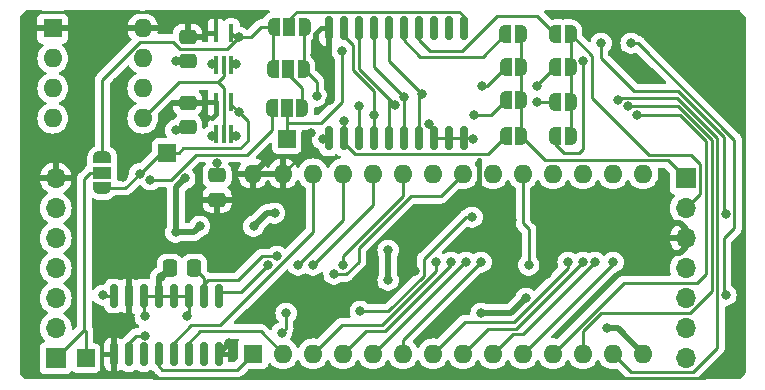
<source format=gbr>
%TF.GenerationSoftware,KiCad,Pcbnew,7.0.10*%
%TF.CreationDate,2024-02-26T12:25:30-08:00*%
%TF.ProjectId,vgaterm-top,76676174-6572-46d2-9d74-6f702e6b6963,rev?*%
%TF.SameCoordinates,Original*%
%TF.FileFunction,Copper,L1,Top*%
%TF.FilePolarity,Positive*%
%FSLAX46Y46*%
G04 Gerber Fmt 4.6, Leading zero omitted, Abs format (unit mm)*
G04 Created by KiCad (PCBNEW 7.0.10) date 2024-02-26 12:25:30*
%MOMM*%
%LPD*%
G01*
G04 APERTURE LIST*
G04 Aperture macros list*
%AMRoundRect*
0 Rectangle with rounded corners*
0 $1 Rounding radius*
0 $2 $3 $4 $5 $6 $7 $8 $9 X,Y pos of 4 corners*
0 Add a 4 corners polygon primitive as box body*
4,1,4,$2,$3,$4,$5,$6,$7,$8,$9,$2,$3,0*
0 Add four circle primitives for the rounded corners*
1,1,$1+$1,$2,$3*
1,1,$1+$1,$4,$5*
1,1,$1+$1,$6,$7*
1,1,$1+$1,$8,$9*
0 Add four rect primitives between the rounded corners*
20,1,$1+$1,$2,$3,$4,$5,0*
20,1,$1+$1,$4,$5,$6,$7,0*
20,1,$1+$1,$6,$7,$8,$9,0*
20,1,$1+$1,$8,$9,$2,$3,0*%
%AMFreePoly0*
4,1,19,0.550000,-0.750000,0.000000,-0.750000,0.000000,-0.744911,-0.071157,-0.744911,-0.207708,-0.704816,-0.327430,-0.627875,-0.420627,-0.520320,-0.479746,-0.390866,-0.500000,-0.250000,-0.500000,0.250000,-0.479746,0.390866,-0.420627,0.520320,-0.327430,0.627875,-0.207708,0.704816,-0.071157,0.744911,0.000000,0.744911,0.000000,0.750000,0.550000,0.750000,0.550000,-0.750000,0.550000,-0.750000,
$1*%
%AMFreePoly1*
4,1,19,0.000000,0.744911,0.071157,0.744911,0.207708,0.704816,0.327430,0.627875,0.420627,0.520320,0.479746,0.390866,0.500000,0.250000,0.500000,-0.250000,0.479746,-0.390866,0.420627,-0.520320,0.327430,-0.627875,0.207708,-0.704816,0.071157,-0.744911,0.000000,-0.744911,0.000000,-0.750000,-0.550000,-0.750000,-0.550000,0.750000,0.000000,0.750000,0.000000,0.744911,0.000000,0.744911,
$1*%
%AMFreePoly2*
4,1,19,0.500000,-0.750000,0.000000,-0.750000,0.000000,-0.744911,-0.071157,-0.744911,-0.207708,-0.704816,-0.327430,-0.627875,-0.420627,-0.520320,-0.479746,-0.390866,-0.500000,-0.250000,-0.500000,0.250000,-0.479746,0.390866,-0.420627,0.520320,-0.327430,0.627875,-0.207708,0.704816,-0.071157,0.744911,0.000000,0.744911,0.000000,0.750000,0.500000,0.750000,0.500000,-0.750000,0.500000,-0.750000,
$1*%
%AMFreePoly3*
4,1,19,0.000000,0.744911,0.071157,0.744911,0.207708,0.704816,0.327430,0.627875,0.420627,0.520320,0.479746,0.390866,0.500000,0.250000,0.500000,-0.250000,0.479746,-0.390866,0.420627,-0.520320,0.327430,-0.627875,0.207708,-0.704816,0.071157,-0.744911,0.000000,-0.744911,0.000000,-0.750000,-0.500000,-0.750000,-0.500000,0.750000,0.000000,0.750000,0.000000,0.744911,0.000000,0.744911,
$1*%
G04 Aperture macros list end*
%TA.AperFunction,SMDPad,CuDef*%
%ADD10FreePoly0,180.000000*%
%TD*%
%TA.AperFunction,SMDPad,CuDef*%
%ADD11R,1.000000X1.500000*%
%TD*%
%TA.AperFunction,SMDPad,CuDef*%
%ADD12FreePoly1,180.000000*%
%TD*%
%TA.AperFunction,SMDPad,CuDef*%
%ADD13FreePoly2,0.000000*%
%TD*%
%TA.AperFunction,SMDPad,CuDef*%
%ADD14FreePoly3,0.000000*%
%TD*%
%TA.AperFunction,ComponentPad*%
%ADD15R,1.500000X1.500000*%
%TD*%
%TA.AperFunction,SMDPad,CuDef*%
%ADD16FreePoly0,0.000000*%
%TD*%
%TA.AperFunction,SMDPad,CuDef*%
%ADD17FreePoly1,0.000000*%
%TD*%
%TA.AperFunction,SMDPad,CuDef*%
%ADD18RoundRect,0.250000X0.475000X-0.337500X0.475000X0.337500X-0.475000X0.337500X-0.475000X-0.337500X0*%
%TD*%
%TA.AperFunction,SMDPad,CuDef*%
%ADD19RoundRect,0.250000X0.337500X0.475000X-0.337500X0.475000X-0.337500X-0.475000X0.337500X-0.475000X0*%
%TD*%
%TA.AperFunction,SMDPad,CuDef*%
%ADD20RoundRect,0.150000X-0.150000X0.825000X-0.150000X-0.825000X0.150000X-0.825000X0.150000X0.825000X0*%
%TD*%
%TA.AperFunction,ComponentPad*%
%ADD21R,1.600000X1.600000*%
%TD*%
%TA.AperFunction,ComponentPad*%
%ADD22O,1.600000X1.600000*%
%TD*%
%TA.AperFunction,SMDPad,CuDef*%
%ADD23RoundRect,0.150000X0.150000X-0.875000X0.150000X0.875000X-0.150000X0.875000X-0.150000X-0.875000X0*%
%TD*%
%TA.AperFunction,SMDPad,CuDef*%
%ADD24FreePoly0,90.000000*%
%TD*%
%TA.AperFunction,SMDPad,CuDef*%
%ADD25R,1.500000X1.000000*%
%TD*%
%TA.AperFunction,SMDPad,CuDef*%
%ADD26FreePoly1,90.000000*%
%TD*%
%TA.AperFunction,SMDPad,CuDef*%
%ADD27R,0.400000X1.500000*%
%TD*%
%TA.AperFunction,ComponentPad*%
%ADD28R,1.700000X1.700000*%
%TD*%
%TA.AperFunction,ComponentPad*%
%ADD29O,1.700000X1.700000*%
%TD*%
%TA.AperFunction,ViaPad*%
%ADD30C,0.800000*%
%TD*%
%TA.AperFunction,Conductor*%
%ADD31C,0.500000*%
%TD*%
%TA.AperFunction,Conductor*%
%ADD32C,0.250000*%
%TD*%
%TA.AperFunction,Conductor*%
%ADD33C,0.450000*%
%TD*%
%TA.AperFunction,Conductor*%
%ADD34C,0.400000*%
%TD*%
G04 APERTURE END LIST*
D10*
%TO.P,JP1,1,A*%
%TO.N,/Clk*%
X77373000Y-58293000D03*
D11*
%TO.P,JP1,2,C*%
%TO.N,Net-(JP1-C)*%
X76073000Y-58293000D03*
D12*
%TO.P,JP1,3,B*%
%TO.N,/~{Clk}*%
X74773000Y-58293000D03*
%TD*%
D13*
%TO.P,JP2,1,A*%
%TO.N,/HSync*%
X94487999Y-64008000D03*
D14*
%TO.P,JP2,2,B*%
%TO.N,/HSYNC_{sel}*%
X95787999Y-64008000D03*
%TD*%
D15*
%TO.P,TP3,1,1*%
%TO.N,Net-(JP3-C)*%
X75946000Y-64262000D03*
%TD*%
D16*
%TO.P,JP3,1,A*%
%TO.N,/CLK_{sync}*%
X74676000Y-61595000D03*
D11*
%TO.P,JP3,2,C*%
%TO.N,Net-(JP3-C)*%
X75976000Y-61595000D03*
D17*
%TO.P,JP3,3,B*%
%TO.N,Net-(JP1-C)*%
X77276000Y-61595000D03*
%TD*%
D18*
%TO.P,C11,1*%
%TO.N,GND*%
X67564000Y-57679500D03*
%TO.P,C11,2*%
%TO.N,VCC*%
X67564000Y-55604500D03*
%TD*%
D19*
%TO.P,C14,1*%
%TO.N,/CLK_{sync}*%
X68115000Y-75184000D03*
%TO.P,C14,2*%
%TO.N,GND*%
X66040000Y-75184000D03*
%TD*%
D13*
%TO.P,JP10,1,A*%
%TO.N,/VSYNC_{3}*%
X98679000Y-55372000D03*
D14*
%TO.P,JP10,2,B*%
%TO.N,/VSYNC_{sel}*%
X99979000Y-55372000D03*
%TD*%
D20*
%TO.P,U1,1,~{MR}*%
%TO.N,/~{RESET}*%
X70176700Y-77535000D03*
%TO.P,U1,2,CP*%
%TO.N,/CLK_{sync}*%
X68906700Y-77535000D03*
%TO.P,U1,3,D0*%
%TO.N,GND*%
X67636700Y-77535000D03*
%TO.P,U1,4,D1*%
X66366700Y-77535000D03*
%TO.P,U1,5,D2*%
X65096700Y-77535000D03*
%TO.P,U1,6,D3*%
X63826700Y-77535000D03*
%TO.P,U1,7,CEP*%
%TO.N,VCC*%
X62556700Y-77535000D03*
%TO.P,U1,8,GND*%
%TO.N,GND*%
X61286700Y-77535000D03*
%TO.P,U1,9,~{PE}*%
%TO.N,VCC*%
X61286700Y-82485000D03*
%TO.P,U1,10,CET*%
%TO.N,Net-(U1-CET)*%
X62556700Y-82485000D03*
%TO.P,U1,11,Q3*%
%TO.N,unconnected-(U1-Q3-Pad11)*%
X63826700Y-82485000D03*
%TO.P,U1,12,Q2*%
%TO.N,/A14*%
X65096700Y-82485000D03*
%TO.P,U1,13,Q1*%
%TO.N,/A13*%
X66366700Y-82485000D03*
%TO.P,U1,14,Q0*%
%TO.N,/A12*%
X67636700Y-82485000D03*
%TO.P,U1,15,TC*%
%TO.N,unconnected-(U1-TC-Pad15)*%
X68906700Y-82485000D03*
%TO.P,U1,16,VCC*%
%TO.N,VCC*%
X70176700Y-82485000D03*
%TD*%
D18*
%TO.P,C10,1*%
%TO.N,GND*%
X67564000Y-63267500D03*
%TO.P,C10,2*%
%TO.N,VCC*%
X67564000Y-61192500D03*
%TD*%
D21*
%TO.P,U4,1,A14*%
%TO.N,/A14*%
X73097700Y-82426000D03*
D22*
%TO.P,U4,2,A12*%
%TO.N,/A12*%
X75637700Y-82426000D03*
%TO.P,U4,3,A7*%
%TO.N,/A7*%
X78177700Y-82426000D03*
%TO.P,U4,4,A6*%
%TO.N,/A6*%
X80717700Y-82426000D03*
%TO.P,U4,5,A5*%
%TO.N,/A5*%
X83257700Y-82426000D03*
%TO.P,U4,6,A4*%
%TO.N,/A4*%
X85797700Y-82426000D03*
%TO.P,U4,7,A3*%
%TO.N,/A3*%
X88337700Y-82426000D03*
%TO.P,U4,8,A2*%
%TO.N,/A2*%
X90877700Y-82426000D03*
%TO.P,U4,9,A1*%
%TO.N,/A1*%
X93417700Y-82426000D03*
%TO.P,U4,10,A0*%
%TO.N,/A0*%
X95957700Y-82426000D03*
%TO.P,U4,11,D0*%
%TO.N,Net-(U4-D0)*%
X98497700Y-82426000D03*
%TO.P,U4,12,D1*%
%TO.N,Net-(U4-D1)*%
X101037700Y-82426000D03*
%TO.P,U4,13,D2*%
%TO.N,Net-(U4-D2)*%
X103577700Y-82426000D03*
%TO.P,U4,14,GND*%
%TO.N,GND*%
X106117700Y-82426000D03*
%TO.P,U4,15,D3*%
%TO.N,Net-(U4-D3)*%
X106117700Y-67186000D03*
%TO.P,U4,16,D4*%
%TO.N,Net-(U4-D4)*%
X103577700Y-67186000D03*
%TO.P,U4,17,D5*%
%TO.N,Net-(U4-D5)*%
X101037700Y-67186000D03*
%TO.P,U4,18,D6*%
%TO.N,Net-(U4-D6)*%
X98497700Y-67186000D03*
%TO.P,U4,19,D7*%
%TO.N,/~{RESET}*%
X95957700Y-67186000D03*
%TO.P,U4,20,~{CS}*%
%TO.N,GND*%
X93417700Y-67186000D03*
%TO.P,U4,21,A10*%
%TO.N,/A10*%
X90877700Y-67186000D03*
%TO.P,U4,22,~{OE}*%
%TO.N,GND*%
X88337700Y-67186000D03*
%TO.P,U4,23,A11*%
%TO.N,/A11*%
X85797700Y-67186000D03*
%TO.P,U4,24,A9*%
%TO.N,/A9*%
X83257700Y-67186000D03*
%TO.P,U4,25,A8*%
%TO.N,/A8*%
X80717700Y-67186000D03*
%TO.P,U4,26,A13*%
%TO.N,/A13*%
X78177700Y-67186000D03*
%TO.P,U4,27,~{WE}*%
%TO.N,VCC*%
X75637700Y-67186000D03*
%TO.P,U4,28,VCC*%
X73097700Y-67186000D03*
%TD*%
D13*
%TO.P,JP5,1,A*%
%TO.N,/HSYNC_{1}*%
X94488000Y-60960000D03*
D14*
%TO.P,JP5,2,B*%
%TO.N,/HSYNC_{sel}*%
X95788000Y-60960000D03*
%TD*%
D23*
%TO.P,U8,1,OE*%
%TO.N,GND*%
X79502000Y-64164000D03*
%TO.P,U8,2,D0*%
%TO.N,/HSync*%
X80772000Y-64164000D03*
%TO.P,U8,3,D1*%
%TO.N,/Vsync*%
X82042000Y-64164000D03*
%TO.P,U8,4,D2*%
%TO.N,/HSYNC_{1}*%
X83312000Y-64164000D03*
%TO.P,U8,5,D3*%
%TO.N,/VSYNC_{1}*%
X84582000Y-64164000D03*
%TO.P,U8,6,D4*%
%TO.N,/HSYNC_{2}*%
X85852000Y-64164000D03*
%TO.P,U8,7,D5*%
%TO.N,/VSYNC_{2}*%
X87122000Y-64164000D03*
%TO.P,U8,8,D6*%
%TO.N,GND*%
X88392000Y-64164000D03*
%TO.P,U8,9,D7*%
X89662000Y-64164000D03*
%TO.P,U8,10,GND*%
X90932000Y-64164000D03*
%TO.P,U8,11,Cp*%
%TO.N,Net-(JP11-C)*%
X90932000Y-54864000D03*
%TO.P,U8,12,Q7*%
%TO.N,unconnected-(U8-Q7-Pad12)*%
X89662000Y-54864000D03*
%TO.P,U8,13,Q6*%
%TO.N,unconnected-(U8-Q6-Pad13)*%
X88392000Y-54864000D03*
%TO.P,U8,14,Q5*%
%TO.N,/VSYNC_{3}*%
X87122000Y-54864000D03*
%TO.P,U8,15,Q4*%
%TO.N,/HSYNC_{3}*%
X85852000Y-54864000D03*
%TO.P,U8,16,Q3*%
%TO.N,/VSYNC_{2}*%
X84582000Y-54864000D03*
%TO.P,U8,17,Q2*%
%TO.N,/HSYNC_{2}*%
X83312000Y-54864000D03*
%TO.P,U8,18,Q1*%
%TO.N,/VSYNC_{1}*%
X82042000Y-54864000D03*
%TO.P,U8,19,Q0*%
%TO.N,/HSYNC_{1}*%
X80772000Y-54864000D03*
%TO.P,U8,20,VCC*%
%TO.N,VCC*%
X79502000Y-54864000D03*
%TD*%
D13*
%TO.P,JP9,1,A*%
%TO.N,/HSYNC_{3}*%
X94458000Y-55372000D03*
D14*
%TO.P,JP9,2,B*%
%TO.N,/HSYNC_{sel}*%
X95758000Y-55372000D03*
%TD*%
D13*
%TO.P,JP6,1,A*%
%TO.N,/VSYNC_{1}*%
X98679000Y-61087000D03*
D14*
%TO.P,JP6,2,B*%
%TO.N,/VSYNC_{sel}*%
X99979000Y-61087000D03*
%TD*%
D24*
%TO.P,JP12,1,A*%
%TO.N,/Clk*%
X60325000Y-68386000D03*
D25*
%TO.P,JP12,2,C*%
%TO.N,Net-(J1-Pin_1)*%
X60325000Y-67086000D03*
D26*
%TO.P,JP12,3,B*%
%TO.N,/~{Clk}*%
X60325000Y-65786000D03*
%TD*%
D21*
%TO.P,X1,1,EN*%
%TO.N,VCC*%
X56134000Y-54864000D03*
D22*
%TO.P,X1,2*%
%TO.N,N/C*%
X56134000Y-57404000D03*
%TO.P,X1,3*%
X56134000Y-59944000D03*
%TO.P,X1,4,GND*%
%TO.N,GND*%
X56134000Y-62484000D03*
%TO.P,X1,5,OUT*%
%TO.N,Net-(X1-OUT)*%
X63754000Y-62484000D03*
%TO.P,X1,6*%
%TO.N,N/C*%
X63754000Y-59944000D03*
%TO.P,X1,7*%
X63754000Y-57404000D03*
%TO.P,X1,8,Vcc*%
%TO.N,VCC*%
X63754000Y-54864000D03*
%TD*%
D13*
%TO.P,JP4,1,A*%
%TO.N,/Vsync*%
X98679000Y-64008000D03*
D14*
%TO.P,JP4,2,B*%
%TO.N,/VSYNC_{sel}*%
X99979000Y-64008000D03*
%TD*%
D18*
%TO.P,C7,1*%
%TO.N,VCC*%
X70049700Y-69385000D03*
%TO.P,C7,2*%
%TO.N,GND*%
X70049700Y-67310000D03*
%TD*%
D15*
%TO.P,TP2,1,1*%
%TO.N,/Clk*%
X65786000Y-65405000D03*
%TD*%
D27*
%TO.P,U10,1*%
%TO.N,GND*%
X69962000Y-63786500D03*
%TO.P,U10,2*%
%TO.N,Net-(X1-OUT)*%
X70612000Y-63786500D03*
%TO.P,U10,3,GND*%
%TO.N,GND*%
X71262000Y-63786500D03*
%TO.P,U10,4*%
%TO.N,/Clk*%
X71262000Y-61126500D03*
%TO.P,U10,5,VCC*%
%TO.N,VCC*%
X69962000Y-61126500D03*
%TD*%
D13*
%TO.P,JP7,1,A*%
%TO.N,/HSYNC_{2}*%
X94488000Y-58166000D03*
D14*
%TO.P,JP7,2,B*%
%TO.N,/HSYNC_{sel}*%
X95788000Y-58166000D03*
%TD*%
D15*
%TO.P,TP1,1,1*%
%TO.N,Net-(J1-Pin_1)*%
X58928000Y-82804000D03*
%TD*%
D16*
%TO.P,JP11,1,A*%
%TO.N,/~{Clk}*%
X74870000Y-54737000D03*
D11*
%TO.P,JP11,2,C*%
%TO.N,Net-(JP11-C)*%
X76170000Y-54737000D03*
D17*
%TO.P,JP11,3,B*%
%TO.N,/Clk*%
X77470000Y-54737000D03*
%TD*%
D13*
%TO.P,JP8,1,A*%
%TO.N,/VSYNC_{2}*%
X98679000Y-58166000D03*
D14*
%TO.P,JP8,2,B*%
%TO.N,/VSYNC_{sel}*%
X99979000Y-58166000D03*
%TD*%
D27*
%TO.P,U9,1*%
%TO.N,GND*%
X69962000Y-57950500D03*
%TO.P,U9,2*%
%TO.N,Net-(X1-OUT)*%
X70612000Y-57950500D03*
%TO.P,U9,3,GND*%
%TO.N,GND*%
X71262000Y-57950500D03*
%TO.P,U9,4*%
%TO.N,/~{Clk}*%
X71262000Y-55290500D03*
%TO.P,U9,5,VCC*%
%TO.N,VCC*%
X69962000Y-55290500D03*
%TD*%
D28*
%TO.P,J2,1,Pin_1*%
%TO.N,/HSYNC_{sel}*%
X109728000Y-67564000D03*
D29*
%TO.P,J2,2,Pin_2*%
%TO.N,/VSYNC_{sel}*%
X109728000Y-70104000D03*
%TO.P,J2,3,Pin_3*%
%TO.N,VCC*%
X109728000Y-72644000D03*
%TO.P,J2,4,Pin_4*%
%TO.N,/VertVis*%
X109728000Y-75184000D03*
%TO.P,J2,5,Pin_5*%
%TO.N,GND*%
X109728000Y-77724000D03*
%TO.P,J2,6,Pin_6*%
X109728000Y-80264000D03*
%TO.P,J2,7,Pin_7*%
%TO.N,/HVis*%
X109728000Y-82804000D03*
%TD*%
D28*
%TO.P,J1,1,Pin_1*%
%TO.N,Net-(J1-Pin_1)*%
X56388000Y-82804000D03*
D29*
%TO.P,J1,2,Pin_2*%
%TO.N,/Clk*%
X56388000Y-80264000D03*
%TO.P,J1,3,Pin_3*%
%TO.N,GND*%
X56388000Y-77724000D03*
%TO.P,J1,4,Pin_4*%
%TO.N,/Vis*%
X56388000Y-75184000D03*
%TO.P,J1,5,Pin_5*%
%TO.N,/~{Vis}*%
X56388000Y-72644000D03*
%TO.P,J1,6,Pin_6*%
%TO.N,/~{StartFrame}*%
X56388000Y-70104000D03*
%TO.P,J1,7,Pin_7*%
%TO.N,VCC*%
X56388000Y-67564000D03*
%TD*%
D30*
%TO.N,VCC*%
X62230000Y-79502000D03*
%TO.N,GND*%
X73152000Y-71628000D03*
X74930000Y-70522000D03*
%TO.N,VCC*%
X62107653Y-67441653D03*
%TO.N,GND*%
X67314653Y-67568653D03*
X68580000Y-71628000D03*
X66548000Y-72136000D03*
%TO.N,VCC*%
X69850000Y-72898000D03*
X73152000Y-73406000D03*
X107188000Y-69850000D03*
%TO.N,GND*%
X87952630Y-62967566D03*
X91694000Y-64262000D03*
%TO.N,VCC*%
X71065700Y-81534000D03*
X97989700Y-75692000D03*
X57912000Y-55626000D03*
X96973700Y-71120000D03*
X79629000Y-60960000D03*
X105355700Y-74676000D03*
X112776000Y-61722000D03*
X77978000Y-63754000D03*
X61468000Y-70612000D03*
X98497700Y-74168000D03*
X62683700Y-75692000D03*
X71827700Y-69342000D03*
X107133700Y-54864000D03*
X109419700Y-56134000D03*
X78359000Y-57150000D03*
X72335700Y-79502000D03*
X86051700Y-73660000D03*
X86813700Y-75438000D03*
X95021200Y-71120000D03*
X74113700Y-78740000D03*
X61595000Y-59436000D03*
X83257700Y-76454000D03*
%TO.N,GND*%
X67509700Y-79248000D03*
X69596000Y-57912000D03*
X66548000Y-63500000D03*
X96207401Y-77719701D03*
X103069700Y-80264000D03*
X70049700Y-66294000D03*
X69596000Y-64008000D03*
X66548000Y-57658000D03*
X71628000Y-57912000D03*
X84527700Y-73660000D03*
X65278000Y-75946000D03*
X92401700Y-78994000D03*
X84527700Y-76200000D03*
X60397700Y-77470000D03*
X63953700Y-79248000D03*
X71628000Y-64008000D03*
X78994000Y-64262000D03*
%TO.N,/~{Clk}*%
X71882000Y-55626000D03*
%TO.N,/Clk*%
X78486000Y-60611000D03*
X63500000Y-67183000D03*
X71882000Y-61976000D03*
%TO.N,/VertVis*%
X113134200Y-70612000D03*
X102561700Y-56134000D03*
%TO.N,/HVis*%
X105101700Y-56134000D03*
X113134200Y-77470000D03*
%TO.N,/~{RESET}*%
X74363401Y-74925701D03*
X96442650Y-74915550D03*
%TO.N,/CLK_{sync}*%
X75125401Y-74163701D03*
X64389000Y-67691000D03*
%TO.N,Net-(U1-CET)*%
X63944827Y-80910500D03*
X75895999Y-78989701D03*
X75506401Y-80649299D03*
%TO.N,Net-(U2-CET)*%
X91639700Y-70866000D03*
X82171036Y-78829806D03*
%TO.N,/A11*%
X80717700Y-74930000D03*
%TO.N,/A10*%
X79955700Y-75692000D03*
%TO.N,/A9*%
X78177700Y-74930000D03*
%TO.N,/A8*%
X76907700Y-74930000D03*
%TO.N,/A7*%
X88591700Y-74676000D03*
%TO.N,/A6*%
X89861700Y-74676000D03*
%TO.N,/A5*%
X91131700Y-74676000D03*
%TO.N,/A4*%
X92401700Y-74676000D03*
%TO.N,/A3*%
X99767700Y-74676000D03*
%TO.N,/A2*%
X101033401Y-74671701D03*
%TO.N,/A1*%
X102053700Y-74676000D03*
%TO.N,/A0*%
X103577700Y-74676000D03*
%TO.N,Net-(U4-D0)*%
X105609700Y-62230000D03*
%TO.N,Net-(U4-D1)*%
X104847700Y-61468000D03*
%TO.N,Net-(U4-D2)*%
X104016064Y-60913576D03*
%TO.N,/Vsync*%
X101064850Y-57630850D03*
X82042000Y-61468000D03*
%TO.N,/HSync*%
X80772000Y-62738000D03*
%TO.N,/HSYNC_{1}*%
X91821000Y-62230000D03*
X83321305Y-62239306D03*
%TO.N,/VSYNC_{1}*%
X97155000Y-61087000D03*
X85083777Y-61346186D03*
%TO.N,/HSYNC_{2}*%
X85852000Y-60706000D03*
X92456000Y-59733000D03*
%TO.N,/VSYNC_{2}*%
X87376000Y-60458000D03*
X97155000Y-59733000D03*
%TO.N,Net-(JP3-C)*%
X80645000Y-56767000D03*
%TD*%
D31*
%TO.N,GND*%
X74258000Y-70522000D02*
X73152000Y-71628000D01*
X74930000Y-70522000D02*
X74258000Y-70522000D01*
X66548000Y-68335306D02*
X67314653Y-67568653D01*
X66548000Y-72136000D02*
X66548000Y-68335306D01*
X68072000Y-72136000D02*
X68580000Y-71628000D01*
X66548000Y-72136000D02*
X68072000Y-72136000D01*
D32*
%TO.N,VCC*%
X74168000Y-66115700D02*
X74168000Y-66040000D01*
D31*
X73097700Y-67186000D02*
X74168000Y-66115700D01*
D32*
%TO.N,GND*%
X88392000Y-63406936D02*
X87952630Y-62967566D01*
X88392000Y-64164000D02*
X88392000Y-63406936D01*
X91596000Y-64164000D02*
X91694000Y-64262000D01*
X90932000Y-64164000D02*
X91596000Y-64164000D01*
D33*
%TO.N,VCC*%
X78867000Y-54864000D02*
X78359000Y-55372000D01*
D32*
X70176700Y-82485000D02*
X70176700Y-82423000D01*
D31*
X109728000Y-72644000D02*
X109728000Y-73406000D01*
X109220000Y-71374000D02*
X108712000Y-71374000D01*
D32*
X78359000Y-57656000D02*
X79629000Y-58926000D01*
D34*
X92202000Y-66040000D02*
X92202000Y-68580000D01*
D31*
X109728000Y-71882000D02*
X109220000Y-71374000D01*
X70176700Y-82423000D02*
X71065700Y-81534000D01*
D32*
X79629000Y-58926000D02*
X79629000Y-60960000D01*
X64643000Y-84455000D02*
X111252000Y-84455000D01*
X55118000Y-53467000D02*
X57404000Y-53467000D01*
D33*
X78359000Y-55372000D02*
X78359000Y-57150000D01*
D34*
X69962000Y-62118000D02*
X69596000Y-62484000D01*
D31*
X109728000Y-72644000D02*
X109728000Y-71882000D01*
D32*
X75637700Y-67186000D02*
X76762700Y-66061000D01*
X63119000Y-53467000D02*
X64389000Y-53467000D01*
D31*
X109220000Y-73914000D02*
X108458000Y-73914000D01*
D32*
X111252000Y-84455000D02*
X111633000Y-84074000D01*
D31*
X109728000Y-73406000D02*
X109220000Y-73914000D01*
D34*
X69962000Y-61126500D02*
X69962000Y-62118000D01*
D32*
X78359000Y-57150000D02*
X78359000Y-57656000D01*
D33*
X79502000Y-54864000D02*
X78867000Y-54864000D01*
D31*
%TO.N,GND*%
X103955700Y-80264000D02*
X103069700Y-80264000D01*
D32*
X79502000Y-64164000D02*
X79092000Y-64164000D01*
D31*
X66040000Y-75184000D02*
X65278000Y-75946000D01*
D32*
X89662000Y-64164000D02*
X90932000Y-64164000D01*
X71589500Y-57950500D02*
X71628000Y-57912000D01*
X69817500Y-63786500D02*
X69596000Y-64008000D01*
X67636700Y-79121000D02*
X67509700Y-79248000D01*
X63826700Y-77535000D02*
X65096700Y-77535000D01*
X79092000Y-64164000D02*
X78994000Y-64262000D01*
D31*
X94933102Y-78994000D02*
X96207401Y-77719701D01*
D32*
X70049700Y-67310000D02*
X70049700Y-66294000D01*
X67564000Y-57679500D02*
X66569500Y-57679500D01*
X65096700Y-77535000D02*
X66366700Y-77535000D01*
X71262000Y-63786500D02*
X71406500Y-63786500D01*
X69634500Y-57950500D02*
X69596000Y-57912000D01*
X88392000Y-64164000D02*
X89662000Y-64164000D01*
D31*
X92401700Y-78994000D02*
X94933102Y-78994000D01*
X84527700Y-76200000D02*
X84527700Y-73660000D01*
D32*
X71406500Y-63786500D02*
X71628000Y-64008000D01*
X67636700Y-77535000D02*
X66366700Y-77535000D01*
D31*
X106117700Y-82426000D02*
X103955700Y-80264000D01*
D32*
X66569500Y-57679500D02*
X66548000Y-57658000D01*
X67636700Y-77535000D02*
X67636700Y-79121000D01*
X63826700Y-77535000D02*
X63826700Y-79121000D01*
X60462700Y-77535000D02*
X60397700Y-77470000D01*
X65096700Y-76127300D02*
X65278000Y-75946000D01*
X63826700Y-79121000D02*
X63953700Y-79248000D01*
X69962000Y-57950500D02*
X69634500Y-57950500D01*
X66780500Y-63267500D02*
X66548000Y-63500000D01*
X69962000Y-63786500D02*
X69817500Y-63786500D01*
X71262000Y-57950500D02*
X71589500Y-57950500D01*
X67564000Y-63267500D02*
X66780500Y-63267500D01*
X61286700Y-77535000D02*
X60462700Y-77535000D01*
D31*
X65096700Y-77535000D02*
X65096700Y-76127300D01*
D32*
%TO.N,/~{Clk}*%
X74773000Y-54834000D02*
X74870000Y-54737000D01*
X74773000Y-58293000D02*
X74773000Y-54834000D01*
X60325000Y-65786000D02*
X60325000Y-59242009D01*
X66294000Y-56007000D02*
X66929000Y-56642000D01*
X71882000Y-55626000D02*
X71597500Y-55626000D01*
X70866000Y-56642000D02*
X71882000Y-55626000D01*
X73787000Y-54737000D02*
X74870000Y-54737000D01*
X71597500Y-55626000D02*
X71262000Y-55290500D01*
X71882000Y-55626000D02*
X72898000Y-55626000D01*
X60325000Y-59242009D02*
X63560009Y-56007000D01*
X72898000Y-55626000D02*
X73787000Y-54737000D01*
X66929000Y-56642000D02*
X70866000Y-56642000D01*
X63560009Y-56007000D02*
X66294000Y-56007000D01*
%TO.N,/Clk*%
X71262000Y-61126500D02*
X71262000Y-61356000D01*
X72644000Y-62738000D02*
X71882000Y-61976000D01*
X63500000Y-67183000D02*
X65278000Y-65405000D01*
X77373000Y-58293000D02*
X77373000Y-54834000D01*
X78486000Y-59406000D02*
X78486000Y-60611000D01*
X77373000Y-54834000D02*
X77470000Y-54737000D01*
X67183000Y-65024000D02*
X72009000Y-65024000D01*
X66802000Y-65405000D02*
X67183000Y-65024000D01*
X65151000Y-65532000D02*
X65786000Y-65532000D01*
X72644000Y-64389000D02*
X72644000Y-62738000D01*
X77373000Y-58293000D02*
X78486000Y-59406000D01*
X65786000Y-65405000D02*
X66802000Y-65405000D01*
X62297000Y-68386000D02*
X63500000Y-67183000D01*
X72009000Y-65024000D02*
X72644000Y-64389000D01*
X65278000Y-65405000D02*
X65786000Y-65405000D01*
X71262000Y-61356000D02*
X71882000Y-61976000D01*
X60325000Y-68386000D02*
X62297000Y-68386000D01*
%TO.N,/HSYNC_{3}*%
X85852000Y-55888999D02*
X87240001Y-57277000D01*
X92553000Y-57277000D02*
X94458000Y-55372000D01*
X87240001Y-57277000D02*
X92553000Y-57277000D01*
X85852000Y-54864000D02*
X85852000Y-55888999D01*
%TO.N,/VSYNC_{3}*%
X87122000Y-55888999D02*
X88060001Y-56827000D01*
X87122000Y-54864000D02*
X87122000Y-55888999D01*
X97155000Y-53848000D02*
X98679000Y-55372000D01*
X90747000Y-56827000D02*
X93726000Y-53848000D01*
X93726000Y-53848000D02*
X97155000Y-53848000D01*
X88060001Y-56827000D02*
X90747000Y-56827000D01*
%TO.N,/VertVis*%
X102561700Y-56134000D02*
X102561700Y-57404000D01*
X105355700Y-60198000D02*
X109106888Y-60198000D01*
X112975700Y-64066812D02*
X112975700Y-70453500D01*
X112975700Y-70453500D02*
X113134200Y-70612000D01*
X102561700Y-57404000D02*
X105355700Y-60198000D01*
X109106888Y-60198000D02*
X112975700Y-64066812D01*
%TO.N,/HVis*%
X112975700Y-77311500D02*
X113134200Y-77470000D01*
X105679284Y-56134000D02*
X113859200Y-64313916D01*
X105101700Y-56134000D02*
X105679284Y-56134000D01*
X113859200Y-71760500D02*
X112975700Y-72644000D01*
X113859200Y-64313916D02*
X113859200Y-71760500D01*
X112975700Y-72644000D02*
X112975700Y-77311500D01*
%TO.N,/~{RESET}*%
X70495700Y-77216000D02*
X72073102Y-77216000D01*
X95957700Y-71374000D02*
X95957700Y-67186000D01*
X96465700Y-74892500D02*
X96465700Y-71882000D01*
X72073102Y-77216000D02*
X74363401Y-74925701D01*
X96465700Y-71882000D02*
X95957700Y-71374000D01*
X70176700Y-77535000D02*
X70495700Y-77216000D01*
X96442650Y-74915550D02*
X96465700Y-74892500D01*
%TO.N,/CLK_{sync}*%
X72607000Y-65569000D02*
X68289000Y-65569000D01*
X68906700Y-77535000D02*
X68906700Y-76560001D01*
X69266701Y-76200000D02*
X71827700Y-76200000D01*
X66167000Y-67691000D02*
X64389000Y-67691000D01*
X73863999Y-74163701D02*
X75125401Y-74163701D01*
X68289000Y-65569000D02*
X66167000Y-67691000D01*
X74676000Y-63500000D02*
X74676000Y-61468000D01*
X68115000Y-75184000D02*
X68906700Y-75975700D01*
X68906700Y-76560001D02*
X69266701Y-76200000D01*
X74676000Y-63500000D02*
X72607000Y-65569000D01*
X68906700Y-75975700D02*
X68906700Y-76560001D01*
X71827700Y-76200000D02*
X73863999Y-74163701D01*
%TO.N,Net-(U1-CET)*%
X62556700Y-81510001D02*
X62556700Y-82485000D01*
X62556700Y-81510001D02*
X63156202Y-80910500D01*
X75895999Y-78989701D02*
X75895999Y-80259701D01*
X63944827Y-80910500D02*
X63156202Y-80910500D01*
X75895999Y-80259701D02*
X75506401Y-80649299D01*
%TO.N,/A14*%
X71738700Y-83785000D02*
X65421701Y-83785000D01*
X73097700Y-82426000D02*
X71738700Y-83785000D01*
X65421701Y-83785000D02*
X65096700Y-83459999D01*
X65096700Y-83459999D02*
X65096700Y-82485000D01*
%TO.N,/A13*%
X67866701Y-80010000D02*
X70303700Y-80010000D01*
X66366700Y-82485000D02*
X66366700Y-81510001D01*
X70303700Y-80010000D02*
X78177700Y-72136000D01*
X78177700Y-72136000D02*
X78177700Y-67186000D01*
X66366700Y-81510001D02*
X67866701Y-80010000D01*
%TO.N,/A12*%
X68628701Y-80518000D02*
X73729700Y-80518000D01*
X67636700Y-82485000D02*
X67636700Y-81510001D01*
X67636700Y-81510001D02*
X68628701Y-80518000D01*
X73729700Y-80518000D02*
X75637700Y-82426000D01*
%TO.N,Net-(U2-CET)*%
X87575700Y-75817604D02*
X84563498Y-78829806D01*
X87575700Y-74422000D02*
X87575700Y-75817604D01*
X91131700Y-70866000D02*
X87575700Y-74422000D01*
X91639700Y-70866000D02*
X91131700Y-70866000D01*
X84563498Y-78829806D02*
X82171036Y-78829806D01*
%TO.N,/A11*%
X80717700Y-74168000D02*
X80717700Y-74930000D01*
X85797700Y-67186000D02*
X85797700Y-69088000D01*
X85797700Y-69088000D02*
X80717700Y-74168000D01*
%TO.N,/A10*%
X79955700Y-75692000D02*
X80981005Y-75692000D01*
X80981005Y-75692000D02*
X82051898Y-74621107D01*
X88975700Y-69088000D02*
X90877700Y-67186000D01*
X86434096Y-69088000D02*
X88975700Y-69088000D01*
X82051898Y-74621107D02*
X82051898Y-73470198D01*
X82051898Y-73470198D02*
X86434096Y-69088000D01*
%TO.N,/A9*%
X83257700Y-67186000D02*
X83257700Y-69850000D01*
X83257700Y-69850000D02*
X78177700Y-74930000D01*
%TO.N,/A8*%
X80717700Y-67186000D02*
X80717700Y-71120000D01*
X80717700Y-71120000D02*
X76907700Y-74930000D01*
%TO.N,/A7*%
X84019700Y-80010000D02*
X80593700Y-80010000D01*
X88591700Y-74676000D02*
X88591700Y-75438000D01*
X88591700Y-75438000D02*
X84019700Y-80010000D01*
X80593700Y-80010000D02*
X78177700Y-82426000D01*
%TO.N,/A6*%
X82625700Y-80518000D02*
X84273700Y-80518000D01*
X80717700Y-82426000D02*
X82625700Y-80518000D01*
X84273700Y-80518000D02*
X89861700Y-74930000D01*
X89861700Y-74930000D02*
X89861700Y-74676000D01*
%TO.N,/A5*%
X83257700Y-82426000D02*
X91007700Y-74676000D01*
X91007700Y-74676000D02*
X91131700Y-74676000D01*
%TO.N,/A4*%
X85797700Y-82426000D02*
X85797700Y-81280000D01*
X85797700Y-81280000D02*
X92401700Y-74676000D01*
%TO.N,/A3*%
X91007700Y-79756000D02*
X95195700Y-79756000D01*
X95195700Y-79756000D02*
X99767700Y-75184000D01*
X99767700Y-75184000D02*
X99767700Y-74676000D01*
X88337700Y-82426000D02*
X91007700Y-79756000D01*
%TO.N,/A2*%
X90877700Y-82426000D02*
X92981700Y-80322000D01*
X92981700Y-80322000D02*
X95383102Y-80322000D01*
X95383102Y-80322000D02*
X101033401Y-74671701D01*
%TO.N,/A1*%
X93417700Y-82426000D02*
X95071700Y-80772000D01*
X95957700Y-80772000D02*
X102053700Y-74676000D01*
X95071700Y-80772000D02*
X95957700Y-80772000D01*
%TO.N,/A0*%
X95957700Y-82426000D02*
X103577700Y-74806000D01*
X103577700Y-74806000D02*
X103577700Y-74676000D01*
%TO.N,Net-(U4-D0)*%
X105609700Y-62230000D02*
X109229700Y-62230000D01*
X111451700Y-64452000D02*
X111451700Y-75692000D01*
X111451700Y-75692000D02*
X110689700Y-76454000D01*
X109229700Y-62230000D02*
X111451700Y-64452000D01*
X110689700Y-76454000D02*
X104469700Y-76454000D01*
X104469700Y-76454000D02*
X98497700Y-82426000D01*
%TO.N,Net-(U4-D1)*%
X101037700Y-80522396D02*
X102566096Y-78994000D01*
X109104096Y-61468000D02*
X104847700Y-61468000D01*
X101037700Y-82426000D02*
X101037700Y-80522396D01*
X111959700Y-77154001D02*
X111959700Y-64323604D01*
X102566096Y-78994000D02*
X110119701Y-78994000D01*
X110119701Y-78994000D02*
X111959700Y-77154001D01*
X111959700Y-64323604D02*
X109104096Y-61468000D01*
%TO.N,Net-(U4-D2)*%
X112409700Y-81900300D02*
X112409700Y-64137208D01*
X110331000Y-83979000D02*
X112409700Y-81900300D01*
X105130700Y-83979000D02*
X110331000Y-83979000D01*
X103577700Y-82426000D02*
X105130700Y-83979000D01*
X109015492Y-60743000D02*
X104186640Y-60743000D01*
X112409700Y-64137208D02*
X109015492Y-60743000D01*
X104186640Y-60743000D02*
X104016064Y-60913576D01*
%TO.N,/Vsync*%
X99441000Y-65405000D02*
X98679000Y-64643000D01*
X82042000Y-64164000D02*
X82042000Y-61468000D01*
X101064850Y-57630850D02*
X101064850Y-65051150D01*
X100711000Y-65405000D02*
X99441000Y-65405000D01*
X101064850Y-65051150D02*
X100711000Y-65405000D01*
X98679000Y-64643000D02*
X98679000Y-64008000D01*
%TO.N,/HSync*%
X80772000Y-64594908D02*
X80772000Y-64164000D01*
X92981999Y-65514000D02*
X81691092Y-65514000D01*
X80772000Y-64164000D02*
X80772000Y-62738000D01*
X94487999Y-64008000D02*
X92981999Y-65514000D01*
X81691092Y-65514000D02*
X80772000Y-64594908D01*
%TO.N,/HSYNC_{1}*%
X80772000Y-54864000D02*
X80772000Y-55499000D01*
X83321305Y-60198000D02*
X83321305Y-62239306D01*
X83312000Y-64164000D02*
X83312000Y-62248611D01*
X81538653Y-58415347D02*
X83321305Y-60198000D01*
X93218000Y-62230000D02*
X94488000Y-60960000D01*
X83312000Y-62248611D02*
X83321305Y-62239306D01*
X80772000Y-55499000D02*
X81534000Y-56261000D01*
X91821000Y-62230000D02*
X93218000Y-62230000D01*
X81534000Y-58410694D02*
X81538653Y-58415347D01*
X81534000Y-56261000D02*
X81534000Y-58410694D01*
%TO.N,/VSYNC_{1}*%
X82042000Y-54864000D02*
X82042000Y-58282299D01*
X84582000Y-60822299D02*
X84582000Y-60844409D01*
X97155000Y-61087000D02*
X98679000Y-61087000D01*
X84582000Y-60844409D02*
X85083777Y-61346186D01*
X84582000Y-60822299D02*
X84582000Y-64164000D01*
X82042000Y-58282299D02*
X84582000Y-60822299D01*
%TO.N,/HSYNC_{2}*%
X85852000Y-64164000D02*
X85852000Y-60706000D01*
X92921000Y-59733000D02*
X92456000Y-59733000D01*
X83312000Y-58166000D02*
X85852000Y-60706000D01*
X83312000Y-54864000D02*
X83312000Y-58166000D01*
X94488000Y-58166000D02*
X92921000Y-59733000D01*
%TO.N,/VSYNC_{2}*%
X87122000Y-60712000D02*
X87376000Y-60458000D01*
X97155000Y-59733000D02*
X97155000Y-59690000D01*
X84582000Y-57658000D02*
X84582000Y-54864000D01*
X97155000Y-59690000D02*
X98679000Y-58166000D01*
X87122000Y-64164000D02*
X87122000Y-60712000D01*
X87376000Y-60452000D02*
X87376000Y-60458000D01*
X84582000Y-57658000D02*
X87376000Y-60452000D01*
%TO.N,Net-(X1-OUT)*%
X70612000Y-59921500D02*
X70612000Y-63786500D01*
X70612000Y-58950500D02*
X70612000Y-57950500D01*
X70126500Y-59436000D02*
X70612000Y-58950500D01*
X70126500Y-59436000D02*
X70612000Y-59921500D01*
X63754000Y-62484000D02*
X66802000Y-59436000D01*
X66802000Y-59436000D02*
X70126500Y-59436000D01*
%TO.N,Net-(JP3-C)*%
X75946000Y-62865000D02*
X75946000Y-61625000D01*
X80645000Y-56767000D02*
X80645000Y-61087000D01*
X75946000Y-61625000D02*
X75976000Y-61595000D01*
X78867000Y-62865000D02*
X80645000Y-61087000D01*
X75946000Y-62865000D02*
X78867000Y-62865000D01*
X75946000Y-64262000D02*
X75946000Y-62865000D01*
%TO.N,Net-(J1-Pin_1)*%
X59325000Y-67086000D02*
X58801000Y-67610000D01*
X58801000Y-67610000D02*
X58801000Y-80391000D01*
X58801000Y-80391000D02*
X56388000Y-82804000D01*
X60325000Y-67086000D02*
X59325000Y-67086000D01*
X58801000Y-80391000D02*
X58928000Y-80518000D01*
X58928000Y-80518000D02*
X58928000Y-82804000D01*
%TO.N,/HSYNC_{sel}*%
X95787999Y-64008000D02*
X95788000Y-60960000D01*
X108225000Y-66061000D02*
X109728000Y-67564000D01*
X95788000Y-58166000D02*
X95788000Y-55402000D01*
X97840999Y-66061000D02*
X108225000Y-66061000D01*
X95787999Y-64008000D02*
X97840999Y-66061000D01*
X95788000Y-55402000D02*
X95758000Y-55372000D01*
X95788000Y-60960000D02*
X95788000Y-58166000D01*
%TO.N,/VSYNC_{sel}*%
X110903000Y-66322300D02*
X110903000Y-68929000D01*
X99979000Y-64008000D02*
X99979000Y-61087000D01*
X110191700Y-65611000D02*
X110903000Y-66322300D01*
X110903000Y-68929000D02*
X109728000Y-70104000D01*
X106632000Y-65611000D02*
X110191700Y-65611000D01*
X101789850Y-57182850D02*
X101789850Y-60768850D01*
X99979000Y-61087000D02*
X99979000Y-58166000D01*
X99979000Y-55372000D02*
X101789850Y-57182850D01*
X101789850Y-60768850D02*
X106632000Y-65611000D01*
X99979000Y-58166000D02*
X99979000Y-55372000D01*
%TO.N,Net-(JP1-C)*%
X77276000Y-59955620D02*
X76073000Y-58752620D01*
X77276000Y-61595000D02*
X77276000Y-59955620D01*
X76073000Y-58752620D02*
X76073000Y-58293000D01*
%TO.N,Net-(JP11-C)*%
X76823000Y-53465000D02*
X90557999Y-53465000D01*
X90557999Y-53465000D02*
X90932000Y-53839001D01*
X76170000Y-54118000D02*
X76823000Y-53465000D01*
X90932000Y-53839001D02*
X90932000Y-54864000D01*
X76170000Y-54737000D02*
X76170000Y-54118000D01*
%TD*%
%TA.AperFunction,Conductor*%
%TO.N,VCC*%
G36*
X55222767Y-53360185D02*
G01*
X55268522Y-53412989D01*
X55278466Y-53482147D01*
X55249441Y-53545703D01*
X55199061Y-53580682D01*
X55091913Y-53620645D01*
X55091906Y-53620649D01*
X54976812Y-53706809D01*
X54976809Y-53706812D01*
X54890649Y-53821906D01*
X54890645Y-53821913D01*
X54840403Y-53956620D01*
X54840401Y-53956627D01*
X54834000Y-54016155D01*
X54834000Y-54614000D01*
X55818314Y-54614000D01*
X55806359Y-54625955D01*
X55748835Y-54738852D01*
X55729014Y-54864000D01*
X55748835Y-54989148D01*
X55806359Y-55102045D01*
X55818314Y-55114000D01*
X54834000Y-55114000D01*
X54834000Y-55711844D01*
X54840401Y-55771372D01*
X54840403Y-55771379D01*
X54890645Y-55906086D01*
X54890649Y-55906093D01*
X54976809Y-56021187D01*
X54976812Y-56021190D01*
X55091906Y-56107350D01*
X55091913Y-56107354D01*
X55226620Y-56157596D01*
X55226627Y-56157598D01*
X55262218Y-56161425D01*
X55326769Y-56188163D01*
X55366618Y-56245555D01*
X55369111Y-56315380D01*
X55333459Y-56375469D01*
X55320088Y-56386287D01*
X55294861Y-56403951D01*
X55133954Y-56564858D01*
X55003432Y-56751265D01*
X55003431Y-56751267D01*
X54907261Y-56957502D01*
X54907258Y-56957511D01*
X54848366Y-57177302D01*
X54848364Y-57177313D01*
X54828532Y-57403998D01*
X54828532Y-57404001D01*
X54848364Y-57630686D01*
X54848366Y-57630697D01*
X54907258Y-57850488D01*
X54907261Y-57850497D01*
X55003431Y-58056732D01*
X55003432Y-58056734D01*
X55133954Y-58243141D01*
X55294858Y-58404045D01*
X55334190Y-58431585D01*
X55481266Y-58534568D01*
X55532809Y-58558603D01*
X55539275Y-58561618D01*
X55591714Y-58607791D01*
X55610866Y-58674984D01*
X55590650Y-58741865D01*
X55539275Y-58786382D01*
X55481267Y-58813431D01*
X55481265Y-58813432D01*
X55294858Y-58943954D01*
X55133954Y-59104858D01*
X55003432Y-59291265D01*
X55003431Y-59291267D01*
X54907261Y-59497502D01*
X54907258Y-59497511D01*
X54848366Y-59717302D01*
X54848364Y-59717313D01*
X54828532Y-59943998D01*
X54828532Y-59944001D01*
X54848364Y-60170686D01*
X54848366Y-60170697D01*
X54907258Y-60390488D01*
X54907261Y-60390497D01*
X55003431Y-60596732D01*
X55003432Y-60596734D01*
X55133954Y-60783141D01*
X55294858Y-60944045D01*
X55294861Y-60944047D01*
X55481266Y-61074568D01*
X55495894Y-61081389D01*
X55539275Y-61101618D01*
X55591714Y-61147791D01*
X55610866Y-61214984D01*
X55590650Y-61281865D01*
X55539275Y-61326381D01*
X55532588Y-61329500D01*
X55481267Y-61353431D01*
X55481265Y-61353432D01*
X55294858Y-61483954D01*
X55133954Y-61644858D01*
X55003432Y-61831265D01*
X55003431Y-61831267D01*
X54907261Y-62037502D01*
X54907258Y-62037511D01*
X54848366Y-62257302D01*
X54848364Y-62257313D01*
X54828532Y-62483998D01*
X54828532Y-62484001D01*
X54848364Y-62710686D01*
X54848366Y-62710697D01*
X54907258Y-62930488D01*
X54907261Y-62930497D01*
X55003431Y-63136732D01*
X55003432Y-63136734D01*
X55133954Y-63323141D01*
X55294858Y-63484045D01*
X55294861Y-63484047D01*
X55481266Y-63614568D01*
X55687504Y-63710739D01*
X55907308Y-63769635D01*
X56069230Y-63783801D01*
X56133998Y-63789468D01*
X56134000Y-63789468D01*
X56134002Y-63789468D01*
X56190673Y-63784509D01*
X56360692Y-63769635D01*
X56580496Y-63710739D01*
X56786734Y-63614568D01*
X56973139Y-63484047D01*
X57134047Y-63323139D01*
X57264568Y-63136734D01*
X57360739Y-62930496D01*
X57419635Y-62710692D01*
X57439152Y-62487610D01*
X57439468Y-62484001D01*
X57439468Y-62483998D01*
X57426550Y-62336351D01*
X57419635Y-62257308D01*
X57360739Y-62037504D01*
X57264568Y-61831266D01*
X57134047Y-61644861D01*
X57134045Y-61644858D01*
X56973141Y-61483954D01*
X56786734Y-61353432D01*
X56786728Y-61353429D01*
X56735412Y-61329500D01*
X56728724Y-61326381D01*
X56676285Y-61280210D01*
X56657133Y-61213017D01*
X56677348Y-61146135D01*
X56728725Y-61101618D01*
X56746415Y-61093369D01*
X56786734Y-61074568D01*
X56973139Y-60944047D01*
X57134047Y-60783139D01*
X57264568Y-60596734D01*
X57360739Y-60390496D01*
X57419635Y-60170692D01*
X57439468Y-59944000D01*
X57437874Y-59925785D01*
X57431926Y-59857796D01*
X57419635Y-59717308D01*
X57360739Y-59497504D01*
X57264568Y-59291266D01*
X57134047Y-59104861D01*
X57134045Y-59104858D01*
X56973141Y-58943954D01*
X56786734Y-58813432D01*
X56786728Y-58813429D01*
X56728725Y-58786382D01*
X56676285Y-58740210D01*
X56657133Y-58673017D01*
X56677348Y-58606135D01*
X56728725Y-58561618D01*
X56735191Y-58558603D01*
X56786734Y-58534568D01*
X56973139Y-58404047D01*
X57134047Y-58243139D01*
X57264568Y-58056734D01*
X57360739Y-57850496D01*
X57419635Y-57630692D01*
X57439468Y-57404000D01*
X57437349Y-57379785D01*
X57431398Y-57311762D01*
X57419635Y-57177308D01*
X57360739Y-56957504D01*
X57264568Y-56751266D01*
X57134047Y-56564861D01*
X57134045Y-56564858D01*
X56973143Y-56403956D01*
X56947912Y-56386289D01*
X56904287Y-56331712D01*
X56897095Y-56262213D01*
X56928617Y-56199859D01*
X56988847Y-56164445D01*
X57005781Y-56161424D01*
X57041380Y-56157596D01*
X57176086Y-56107354D01*
X57176093Y-56107350D01*
X57291187Y-56021190D01*
X57291190Y-56021187D01*
X57377350Y-55906093D01*
X57377354Y-55906086D01*
X57427596Y-55771379D01*
X57427598Y-55771372D01*
X57433999Y-55711844D01*
X57434000Y-55711827D01*
X57434000Y-55114000D01*
X56449686Y-55114000D01*
X56461641Y-55102045D01*
X56519165Y-54989148D01*
X56538986Y-54864000D01*
X56519165Y-54738852D01*
X56461641Y-54625955D01*
X56449686Y-54614000D01*
X57434000Y-54614000D01*
X57434000Y-54016172D01*
X57433999Y-54016155D01*
X57427598Y-53956627D01*
X57427596Y-53956620D01*
X57377354Y-53821913D01*
X57377350Y-53821906D01*
X57291190Y-53706812D01*
X57291187Y-53706809D01*
X57176093Y-53620649D01*
X57176086Y-53620645D01*
X57068939Y-53580682D01*
X57013005Y-53538811D01*
X56988588Y-53473346D01*
X57003440Y-53405073D01*
X57052845Y-53355668D01*
X57112272Y-53340500D01*
X63475089Y-53340500D01*
X63542128Y-53360185D01*
X63587883Y-53412989D01*
X63597827Y-53482147D01*
X63568802Y-53545703D01*
X63510024Y-53583477D01*
X63507182Y-53584275D01*
X63307682Y-53637730D01*
X63307673Y-53637734D01*
X63101517Y-53733865D01*
X62915179Y-53864342D01*
X62754342Y-54025179D01*
X62623865Y-54211517D01*
X62527734Y-54417673D01*
X62527730Y-54417682D01*
X62475127Y-54613999D01*
X62475128Y-54614000D01*
X63438314Y-54614000D01*
X63426359Y-54625955D01*
X63368835Y-54738852D01*
X63349014Y-54864000D01*
X63368835Y-54989148D01*
X63426359Y-55102045D01*
X63438314Y-55114000D01*
X62475128Y-55114000D01*
X62527730Y-55310317D01*
X62527734Y-55310326D01*
X62623865Y-55516482D01*
X62754342Y-55702820D01*
X62779288Y-55727766D01*
X62812773Y-55789089D01*
X62807789Y-55858781D01*
X62779288Y-55903128D01*
X59941207Y-58741209D01*
X59928951Y-58751029D01*
X59929134Y-58751250D01*
X59923122Y-58756223D01*
X59877098Y-58805232D01*
X59874391Y-58808025D01*
X59854889Y-58827526D01*
X59854875Y-58827543D01*
X59852407Y-58830724D01*
X59844843Y-58839579D01*
X59814937Y-58871427D01*
X59814936Y-58871429D01*
X59805284Y-58888985D01*
X59794610Y-58905235D01*
X59782329Y-58921070D01*
X59782324Y-58921077D01*
X59764975Y-58961167D01*
X59759838Y-58971653D01*
X59738803Y-59009915D01*
X59733822Y-59029316D01*
X59727521Y-59047719D01*
X59719562Y-59066111D01*
X59719561Y-59066114D01*
X59712728Y-59109252D01*
X59710360Y-59120683D01*
X59699501Y-59162980D01*
X59699500Y-59162991D01*
X59699500Y-59183025D01*
X59697973Y-59202424D01*
X59694840Y-59222203D01*
X59694840Y-59222204D01*
X59698950Y-59265683D01*
X59699500Y-59277352D01*
X59699500Y-64772241D01*
X59679815Y-64839280D01*
X59627014Y-64885034D01*
X59591848Y-64901094D01*
X59591828Y-64901105D01*
X59470783Y-64978896D01*
X59470762Y-64978912D01*
X59362130Y-65073041D01*
X59362111Y-65073058D01*
X59362110Y-65073060D01*
X59267861Y-65181830D01*
X59267859Y-65181832D01*
X59267859Y-65181833D01*
X59267857Y-65181836D01*
X59190131Y-65302778D01*
X59190129Y-65302784D01*
X59130342Y-65433700D01*
X59089834Y-65571656D01*
X59089834Y-65571658D01*
X59069353Y-65714110D01*
X59069353Y-66336002D01*
X59074500Y-66407966D01*
X59074540Y-66408187D01*
X59074525Y-66408321D01*
X59074974Y-66414591D01*
X59073842Y-66414671D01*
X59067067Y-66477656D01*
X59025395Y-66530513D01*
X58985935Y-66559183D01*
X58976173Y-66565596D01*
X58938580Y-66587829D01*
X58924414Y-66601995D01*
X58909624Y-66614627D01*
X58893414Y-66626404D01*
X58893411Y-66626407D01*
X58865573Y-66660058D01*
X58857711Y-66668697D01*
X58417211Y-67109197D01*
X58404948Y-67119022D01*
X58405131Y-67119244D01*
X58399120Y-67124216D01*
X58353097Y-67173224D01*
X58350390Y-67176017D01*
X58330889Y-67195517D01*
X58330875Y-67195534D01*
X58328407Y-67198715D01*
X58320843Y-67207570D01*
X58290937Y-67239418D01*
X58290936Y-67239420D01*
X58281284Y-67256976D01*
X58270610Y-67273226D01*
X58258329Y-67289061D01*
X58258324Y-67289068D01*
X58240975Y-67329158D01*
X58235838Y-67339644D01*
X58214803Y-67377906D01*
X58209822Y-67397307D01*
X58203521Y-67415710D01*
X58195562Y-67434102D01*
X58195561Y-67434105D01*
X58188728Y-67477243D01*
X58186360Y-67488674D01*
X58175501Y-67530971D01*
X58175500Y-67530982D01*
X58175500Y-67551016D01*
X58173973Y-67570415D01*
X58170840Y-67590194D01*
X58170840Y-67590195D01*
X58174950Y-67633674D01*
X58175500Y-67645343D01*
X58175500Y-80080546D01*
X58155815Y-80147585D01*
X58139181Y-80168227D01*
X57955340Y-80352068D01*
X57894017Y-80385553D01*
X57824325Y-80380569D01*
X57768392Y-80338697D01*
X57743975Y-80273233D01*
X57743659Y-80264387D01*
X57743659Y-80263999D01*
X57726457Y-80067386D01*
X57723063Y-80028592D01*
X57661903Y-79800337D01*
X57562035Y-79586171D01*
X57560556Y-79584058D01*
X57426494Y-79392597D01*
X57259402Y-79225506D01*
X57259396Y-79225501D01*
X57073842Y-79095575D01*
X57030217Y-79040998D01*
X57023023Y-78971500D01*
X57054546Y-78909145D01*
X57073842Y-78892425D01*
X57135638Y-78849155D01*
X57259401Y-78762495D01*
X57426495Y-78595401D01*
X57562035Y-78401830D01*
X57661903Y-78187663D01*
X57723063Y-77959408D01*
X57743659Y-77724000D01*
X57723063Y-77488592D01*
X57661903Y-77260337D01*
X57562035Y-77046171D01*
X57552546Y-77032618D01*
X57426494Y-76852597D01*
X57259402Y-76685506D01*
X57259396Y-76685501D01*
X57073842Y-76555575D01*
X57030217Y-76500998D01*
X57023023Y-76431500D01*
X57054546Y-76369145D01*
X57073842Y-76352425D01*
X57117466Y-76321879D01*
X57259401Y-76222495D01*
X57426495Y-76055401D01*
X57562035Y-75861830D01*
X57661903Y-75647663D01*
X57723063Y-75419408D01*
X57743659Y-75184000D01*
X57723063Y-74948592D01*
X57661903Y-74720337D01*
X57562035Y-74506171D01*
X57549133Y-74487744D01*
X57426494Y-74312597D01*
X57259402Y-74145506D01*
X57259396Y-74145501D01*
X57073842Y-74015575D01*
X57030217Y-73960998D01*
X57023023Y-73891500D01*
X57054546Y-73829145D01*
X57073842Y-73812425D01*
X57132716Y-73771201D01*
X57259401Y-73682495D01*
X57426495Y-73515401D01*
X57562035Y-73321830D01*
X57661903Y-73107663D01*
X57723063Y-72879408D01*
X57743659Y-72644000D01*
X57723063Y-72408592D01*
X57666059Y-72195848D01*
X57661905Y-72180344D01*
X57661904Y-72180343D01*
X57661903Y-72180337D01*
X57562035Y-71966171D01*
X57549132Y-71947744D01*
X57426493Y-71772596D01*
X57259402Y-71605506D01*
X57259396Y-71605501D01*
X57073842Y-71475575D01*
X57030217Y-71420998D01*
X57023023Y-71351500D01*
X57054546Y-71289145D01*
X57073842Y-71272425D01*
X57155770Y-71215058D01*
X57259401Y-71142495D01*
X57426495Y-70975401D01*
X57562035Y-70781830D01*
X57661903Y-70567663D01*
X57723063Y-70339408D01*
X57743659Y-70104000D01*
X57723063Y-69868592D01*
X57666214Y-69656426D01*
X57661905Y-69640344D01*
X57661904Y-69640343D01*
X57661903Y-69640337D01*
X57562035Y-69426171D01*
X57537862Y-69391647D01*
X57426494Y-69232597D01*
X57259402Y-69065506D01*
X57259401Y-69065505D01*
X57073405Y-68935269D01*
X57029781Y-68880692D01*
X57022588Y-68811193D01*
X57054110Y-68748839D01*
X57073405Y-68732119D01*
X57259082Y-68602105D01*
X57426105Y-68435082D01*
X57561600Y-68241578D01*
X57661429Y-68027492D01*
X57661432Y-68027486D01*
X57718636Y-67814000D01*
X56821686Y-67814000D01*
X56847493Y-67773844D01*
X56888000Y-67635889D01*
X56888000Y-67492111D01*
X56847493Y-67354156D01*
X56821686Y-67314000D01*
X57718636Y-67314000D01*
X57718635Y-67313999D01*
X57661432Y-67100513D01*
X57661429Y-67100507D01*
X57561600Y-66886422D01*
X57561599Y-66886420D01*
X57426113Y-66692926D01*
X57426108Y-66692920D01*
X57259082Y-66525894D01*
X57065578Y-66390399D01*
X56851492Y-66290570D01*
X56851486Y-66290567D01*
X56638000Y-66233364D01*
X56638000Y-67128498D01*
X56530315Y-67079320D01*
X56423763Y-67064000D01*
X56352237Y-67064000D01*
X56245685Y-67079320D01*
X56138000Y-67128498D01*
X56138000Y-66233364D01*
X56137999Y-66233364D01*
X55924513Y-66290567D01*
X55924507Y-66290570D01*
X55710422Y-66390399D01*
X55710420Y-66390400D01*
X55516926Y-66525886D01*
X55516920Y-66525891D01*
X55349891Y-66692920D01*
X55349886Y-66692926D01*
X55214400Y-66886420D01*
X55214399Y-66886422D01*
X55114570Y-67100507D01*
X55114567Y-67100513D01*
X55057364Y-67313999D01*
X55057364Y-67314000D01*
X55954314Y-67314000D01*
X55928507Y-67354156D01*
X55888000Y-67492111D01*
X55888000Y-67635889D01*
X55928507Y-67773844D01*
X55954314Y-67814000D01*
X55057364Y-67814000D01*
X55114567Y-68027486D01*
X55114570Y-68027492D01*
X55214399Y-68241578D01*
X55349894Y-68435082D01*
X55516917Y-68602105D01*
X55702595Y-68732119D01*
X55746219Y-68786696D01*
X55753412Y-68856195D01*
X55721890Y-68918549D01*
X55702595Y-68935269D01*
X55516594Y-69065508D01*
X55349505Y-69232597D01*
X55213965Y-69426169D01*
X55213964Y-69426171D01*
X55114098Y-69640335D01*
X55114094Y-69640344D01*
X55052938Y-69868586D01*
X55052936Y-69868596D01*
X55032341Y-70103999D01*
X55032341Y-70104000D01*
X55052936Y-70339403D01*
X55052938Y-70339413D01*
X55114094Y-70567655D01*
X55114096Y-70567659D01*
X55114097Y-70567663D01*
X55206983Y-70766857D01*
X55213965Y-70781830D01*
X55213967Y-70781834D01*
X55322281Y-70936521D01*
X55335298Y-70955112D01*
X55349501Y-70975395D01*
X55349506Y-70975402D01*
X55516597Y-71142493D01*
X55516603Y-71142498D01*
X55702158Y-71272425D01*
X55745783Y-71327002D01*
X55752977Y-71396500D01*
X55721454Y-71458855D01*
X55702158Y-71475575D01*
X55516597Y-71605505D01*
X55349507Y-71772596D01*
X55213965Y-71966169D01*
X55213964Y-71966171D01*
X55114098Y-72180335D01*
X55114094Y-72180344D01*
X55052938Y-72408586D01*
X55052936Y-72408596D01*
X55032341Y-72643999D01*
X55032341Y-72644000D01*
X55052936Y-72879403D01*
X55052938Y-72879413D01*
X55114094Y-73107655D01*
X55114096Y-73107659D01*
X55114097Y-73107663D01*
X55186626Y-73263201D01*
X55213965Y-73321830D01*
X55213967Y-73321834D01*
X55254380Y-73379549D01*
X55340572Y-73502644D01*
X55349501Y-73515395D01*
X55349506Y-73515402D01*
X55516597Y-73682493D01*
X55516603Y-73682498D01*
X55702158Y-73812425D01*
X55745783Y-73867002D01*
X55752977Y-73936500D01*
X55721454Y-73998855D01*
X55702158Y-74015575D01*
X55516597Y-74145505D01*
X55349505Y-74312597D01*
X55213965Y-74506169D01*
X55213964Y-74506171D01*
X55114098Y-74720335D01*
X55114094Y-74720344D01*
X55052938Y-74948586D01*
X55052936Y-74948596D01*
X55032341Y-75183999D01*
X55032341Y-75184000D01*
X55052936Y-75419403D01*
X55052938Y-75419413D01*
X55114094Y-75647655D01*
X55114096Y-75647659D01*
X55114097Y-75647663D01*
X55198423Y-75828500D01*
X55213965Y-75861830D01*
X55213967Y-75861834D01*
X55315359Y-76006635D01*
X55333509Y-76032557D01*
X55349501Y-76055395D01*
X55349506Y-76055402D01*
X55516597Y-76222493D01*
X55516603Y-76222498D01*
X55702158Y-76352425D01*
X55745783Y-76407002D01*
X55752977Y-76476500D01*
X55721454Y-76538855D01*
X55702158Y-76555575D01*
X55516597Y-76685505D01*
X55349505Y-76852597D01*
X55213965Y-77046169D01*
X55213964Y-77046171D01*
X55114098Y-77260335D01*
X55114094Y-77260344D01*
X55052938Y-77488586D01*
X55052936Y-77488596D01*
X55032341Y-77723999D01*
X55032341Y-77724000D01*
X55052936Y-77959403D01*
X55052938Y-77959413D01*
X55114094Y-78187655D01*
X55114096Y-78187659D01*
X55114097Y-78187663D01*
X55189244Y-78348815D01*
X55213965Y-78401830D01*
X55213967Y-78401834D01*
X55349501Y-78595395D01*
X55349506Y-78595402D01*
X55516597Y-78762493D01*
X55516603Y-78762498D01*
X55702158Y-78892425D01*
X55745783Y-78947002D01*
X55752977Y-79016500D01*
X55721454Y-79078855D01*
X55702158Y-79095575D01*
X55516597Y-79225505D01*
X55349505Y-79392597D01*
X55213965Y-79586169D01*
X55213964Y-79586171D01*
X55114098Y-79800335D01*
X55114094Y-79800344D01*
X55052938Y-80028586D01*
X55052936Y-80028596D01*
X55032341Y-80263999D01*
X55032341Y-80264000D01*
X55052936Y-80499403D01*
X55052938Y-80499413D01*
X55114094Y-80727655D01*
X55114096Y-80727659D01*
X55114097Y-80727663D01*
X55146063Y-80796214D01*
X55213965Y-80941830D01*
X55213967Y-80941834D01*
X55307925Y-81076019D01*
X55343994Y-81127531D01*
X55349501Y-81135395D01*
X55349506Y-81135402D01*
X55471430Y-81257326D01*
X55504915Y-81318649D01*
X55499931Y-81388341D01*
X55458059Y-81444274D01*
X55427083Y-81461189D01*
X55295669Y-81510203D01*
X55295664Y-81510206D01*
X55180455Y-81596452D01*
X55180452Y-81596455D01*
X55094206Y-81711664D01*
X55094202Y-81711671D01*
X55043908Y-81846517D01*
X55037501Y-81906116D01*
X55037500Y-81906135D01*
X55037500Y-83701870D01*
X55037501Y-83701876D01*
X55043908Y-83761483D01*
X55094202Y-83896328D01*
X55094206Y-83896335D01*
X55180452Y-84011544D01*
X55180455Y-84011547D01*
X55295664Y-84097793D01*
X55295671Y-84097797D01*
X55430517Y-84148091D01*
X55430516Y-84148091D01*
X55437444Y-84148835D01*
X55490127Y-84154500D01*
X57285872Y-84154499D01*
X57345483Y-84148091D01*
X57480331Y-84097796D01*
X57595546Y-84011546D01*
X57649983Y-83938826D01*
X57705915Y-83896956D01*
X57775607Y-83891972D01*
X57823559Y-83913870D01*
X57885847Y-83960499D01*
X57935669Y-83997796D01*
X57935671Y-83997797D01*
X58070517Y-84048091D01*
X58070516Y-84048091D01*
X58077000Y-84048788D01*
X58130127Y-84054500D01*
X59725872Y-84054499D01*
X59785483Y-84048091D01*
X59920331Y-83997796D01*
X60035546Y-83911546D01*
X60121796Y-83796331D01*
X60172091Y-83661483D01*
X60178500Y-83601873D01*
X60178499Y-82735000D01*
X60486700Y-82735000D01*
X60486700Y-83375649D01*
X60489599Y-83412489D01*
X60489600Y-83412495D01*
X60535416Y-83570193D01*
X60535417Y-83570196D01*
X60619014Y-83711552D01*
X60619021Y-83711561D01*
X60735138Y-83827678D01*
X60735147Y-83827685D01*
X60876501Y-83911281D01*
X61034214Y-83957100D01*
X61034211Y-83957100D01*
X61036698Y-83957295D01*
X61036700Y-83957295D01*
X61036700Y-82735000D01*
X60486700Y-82735000D01*
X60178499Y-82735000D01*
X60178499Y-82235000D01*
X60486700Y-82235000D01*
X61036700Y-82235000D01*
X61036700Y-81012703D01*
X61034203Y-81012900D01*
X60876506Y-81058716D01*
X60876503Y-81058717D01*
X60735147Y-81142314D01*
X60735138Y-81142321D01*
X60619021Y-81258438D01*
X60619014Y-81258447D01*
X60535417Y-81399803D01*
X60535416Y-81399806D01*
X60489600Y-81557504D01*
X60489599Y-81557510D01*
X60486700Y-81594350D01*
X60486700Y-82235000D01*
X60178499Y-82235000D01*
X60178499Y-82006128D01*
X60173299Y-81957757D01*
X60172091Y-81946516D01*
X60121797Y-81811671D01*
X60121793Y-81811664D01*
X60035547Y-81696455D01*
X60035544Y-81696452D01*
X59920335Y-81610206D01*
X59920328Y-81610202D01*
X59785482Y-81559908D01*
X59785483Y-81559908D01*
X59725883Y-81553501D01*
X59725881Y-81553500D01*
X59725873Y-81553500D01*
X59725865Y-81553500D01*
X59677500Y-81553500D01*
X59610461Y-81533815D01*
X59564706Y-81481011D01*
X59553500Y-81429500D01*
X59553500Y-80600738D01*
X59555224Y-80585124D01*
X59554938Y-80585097D01*
X59555672Y-80577334D01*
X59553561Y-80510144D01*
X59553500Y-80506250D01*
X59553500Y-80478651D01*
X59553500Y-80478650D01*
X59552997Y-80474670D01*
X59552080Y-80463021D01*
X59550709Y-80419373D01*
X59545122Y-80400144D01*
X59541174Y-80381084D01*
X59541109Y-80380569D01*
X59538664Y-80361208D01*
X59522585Y-80320597D01*
X59518804Y-80309552D01*
X59506619Y-80267612D01*
X59496418Y-80250363D01*
X59487860Y-80232894D01*
X59480486Y-80214268D01*
X59480483Y-80214264D01*
X59480483Y-80214263D01*
X59480482Y-80214262D01*
X59454817Y-80178937D01*
X59448397Y-80169164D01*
X59443763Y-80161327D01*
X59426500Y-80098214D01*
X59426500Y-78051607D01*
X59446185Y-77984568D01*
X59498989Y-77938813D01*
X59568147Y-77928869D01*
X59631703Y-77957894D01*
X59657887Y-77989608D01*
X59665163Y-78002211D01*
X59665165Y-78002214D01*
X59791829Y-78142888D01*
X59944965Y-78254148D01*
X59944970Y-78254151D01*
X60117892Y-78331142D01*
X60117897Y-78331144D01*
X60303054Y-78370500D01*
X60369252Y-78370500D01*
X60436291Y-78390185D01*
X60482046Y-78442989D01*
X60488328Y-78459905D01*
X60534954Y-78620393D01*
X60534955Y-78620396D01*
X60534956Y-78620398D01*
X60538101Y-78625716D01*
X60618617Y-78761862D01*
X60618623Y-78761870D01*
X60734829Y-78878076D01*
X60734833Y-78878079D01*
X60734835Y-78878081D01*
X60876302Y-78961744D01*
X60909882Y-78971500D01*
X61034126Y-79007597D01*
X61034129Y-79007597D01*
X61034131Y-79007598D01*
X61071006Y-79010500D01*
X61071014Y-79010500D01*
X61502386Y-79010500D01*
X61502394Y-79010500D01*
X61539269Y-79007598D01*
X61539271Y-79007597D01*
X61539273Y-79007597D01*
X61600870Y-78989701D01*
X61697098Y-78961744D01*
X61838565Y-78878081D01*
X61838570Y-78878076D01*
X61844726Y-78873301D01*
X61846539Y-78875638D01*
X61895649Y-78848798D01*
X61965343Y-78853756D01*
X61997696Y-78874551D01*
X61998978Y-78872900D01*
X62005147Y-78877685D01*
X62146501Y-78961281D01*
X62304214Y-79007100D01*
X62304211Y-79007100D01*
X62306698Y-79007295D01*
X62306700Y-79007295D01*
X62306700Y-76062703D01*
X62304203Y-76062900D01*
X62146506Y-76108716D01*
X62146503Y-76108717D01*
X62005149Y-76192313D01*
X61998983Y-76197097D01*
X61997089Y-76194655D01*
X61948280Y-76221239D01*
X61878594Y-76216179D01*
X61845927Y-76195159D01*
X61844731Y-76196702D01*
X61838562Y-76191917D01*
X61760381Y-76145681D01*
X61697098Y-76108256D01*
X61697097Y-76108255D01*
X61697096Y-76108255D01*
X61697093Y-76108254D01*
X61539273Y-76062402D01*
X61539267Y-76062401D01*
X61502401Y-76059500D01*
X61502394Y-76059500D01*
X61071006Y-76059500D01*
X61070998Y-76059500D01*
X61034132Y-76062401D01*
X61034126Y-76062402D01*
X60876306Y-76108254D01*
X60876303Y-76108255D01*
X60734837Y-76191917D01*
X60734829Y-76191923D01*
X60618623Y-76308129D01*
X60618617Y-76308137D01*
X60534955Y-76449603D01*
X60534954Y-76449604D01*
X60526096Y-76480096D01*
X60488489Y-76538981D01*
X60425017Y-76568187D01*
X60407020Y-76569500D01*
X60303054Y-76569500D01*
X60295734Y-76571056D01*
X60117897Y-76608855D01*
X60117892Y-76608857D01*
X59944970Y-76685848D01*
X59944965Y-76685851D01*
X59791829Y-76797111D01*
X59665166Y-76937785D01*
X59657886Y-76950394D01*
X59607318Y-76998609D01*
X59538711Y-77011830D01*
X59473847Y-76985861D01*
X59433319Y-76928946D01*
X59426500Y-76888392D01*
X59426500Y-69388341D01*
X59446185Y-69321302D01*
X59498989Y-69275547D01*
X59568147Y-69265603D01*
X59602011Y-69275546D01*
X59722630Y-69330632D01*
X59722631Y-69330632D01*
X59723435Y-69330999D01*
X59726856Y-69331872D01*
X59860723Y-69371180D01*
X59860724Y-69371180D01*
X59860727Y-69371181D01*
X59903162Y-69377281D01*
X60003038Y-69391642D01*
X60059397Y-69391642D01*
X60059414Y-69391647D01*
X60110764Y-69391647D01*
X60590556Y-69391647D01*
X60590603Y-69391642D01*
X60646961Y-69391642D01*
X60646962Y-69391642D01*
X60780500Y-69372442D01*
X60780502Y-69372442D01*
X60786633Y-69371560D01*
X60789277Y-69371180D01*
X60789278Y-69371180D01*
X60927370Y-69330632D01*
X60947800Y-69321302D01*
X61058143Y-69270910D01*
X61058147Y-69270907D01*
X61058155Y-69270904D01*
X61179226Y-69193097D01*
X61287887Y-69098943D01*
X61287890Y-69098940D01*
X61326573Y-69054296D01*
X61385351Y-69016523D01*
X61420286Y-69011500D01*
X62214257Y-69011500D01*
X62229877Y-69013224D01*
X62229904Y-69012939D01*
X62237660Y-69013671D01*
X62237667Y-69013673D01*
X62304873Y-69011561D01*
X62308768Y-69011500D01*
X62336346Y-69011500D01*
X62336350Y-69011500D01*
X62340324Y-69010997D01*
X62351963Y-69010080D01*
X62395627Y-69008709D01*
X62414869Y-69003117D01*
X62433912Y-68999174D01*
X62453792Y-68996664D01*
X62494401Y-68980585D01*
X62505444Y-68976803D01*
X62547390Y-68964618D01*
X62564629Y-68954422D01*
X62582103Y-68945862D01*
X62600727Y-68938488D01*
X62600727Y-68938487D01*
X62600732Y-68938486D01*
X62636083Y-68912800D01*
X62645814Y-68906408D01*
X62683420Y-68884170D01*
X62697589Y-68869999D01*
X62712379Y-68857368D01*
X62728587Y-68845594D01*
X62756438Y-68811926D01*
X62764279Y-68803309D01*
X63427968Y-68139622D01*
X63489287Y-68106140D01*
X63558979Y-68111124D01*
X63614912Y-68152996D01*
X63623032Y-68165306D01*
X63656465Y-68223214D01*
X63783129Y-68363888D01*
X63936265Y-68475148D01*
X63936270Y-68475151D01*
X64109192Y-68552142D01*
X64109197Y-68552144D01*
X64294354Y-68591500D01*
X64294355Y-68591500D01*
X64483644Y-68591500D01*
X64483646Y-68591500D01*
X64668803Y-68552144D01*
X64841730Y-68475151D01*
X64994871Y-68363888D01*
X64997788Y-68360647D01*
X65000600Y-68357526D01*
X65060087Y-68320879D01*
X65092748Y-68316500D01*
X65673500Y-68316500D01*
X65740539Y-68336185D01*
X65786294Y-68388989D01*
X65797500Y-68440500D01*
X65797500Y-71601677D01*
X65780887Y-71663677D01*
X65720821Y-71767714D01*
X65665418Y-71938228D01*
X65662326Y-71947744D01*
X65642540Y-72136000D01*
X65662326Y-72324256D01*
X65662327Y-72324259D01*
X65720818Y-72504277D01*
X65720821Y-72504284D01*
X65815467Y-72668216D01*
X65869938Y-72728712D01*
X65942129Y-72808888D01*
X66095265Y-72920148D01*
X66095270Y-72920151D01*
X66268192Y-72997142D01*
X66268197Y-72997144D01*
X66453354Y-73036500D01*
X66453355Y-73036500D01*
X66642644Y-73036500D01*
X66642646Y-73036500D01*
X66827803Y-72997144D01*
X67000730Y-72920151D01*
X67002776Y-72918664D01*
X67014452Y-72910182D01*
X67080258Y-72886702D01*
X67087337Y-72886500D01*
X68008295Y-72886500D01*
X68026265Y-72887809D01*
X68050023Y-72891289D01*
X68099369Y-72886971D01*
X68110176Y-72886500D01*
X68115704Y-72886500D01*
X68115709Y-72886500D01*
X68146556Y-72882893D01*
X68150030Y-72882539D01*
X68224797Y-72875999D01*
X68224805Y-72875996D01*
X68231866Y-72874539D01*
X68231878Y-72874598D01*
X68239243Y-72872965D01*
X68239229Y-72872906D01*
X68246249Y-72871241D01*
X68246255Y-72871241D01*
X68316779Y-72845572D01*
X68320117Y-72844412D01*
X68391334Y-72820814D01*
X68391342Y-72820808D01*
X68397882Y-72817760D01*
X68397908Y-72817816D01*
X68404690Y-72814532D01*
X68404663Y-72814478D01*
X68411113Y-72811238D01*
X68411117Y-72811237D01*
X68473837Y-72769984D01*
X68476732Y-72768140D01*
X68540656Y-72728712D01*
X68540662Y-72728705D01*
X68546325Y-72724229D01*
X68546362Y-72724277D01*
X68552204Y-72719518D01*
X68552164Y-72719471D01*
X68557686Y-72714835D01*
X68557696Y-72714830D01*
X68609170Y-72660269D01*
X68611615Y-72657751D01*
X68732770Y-72536595D01*
X68794091Y-72503112D01*
X68794464Y-72503031D01*
X68859803Y-72489144D01*
X69032730Y-72412151D01*
X69185871Y-72300888D01*
X69312533Y-72160216D01*
X69407179Y-71996284D01*
X69465674Y-71816256D01*
X69485460Y-71628000D01*
X72246540Y-71628000D01*
X72266326Y-71816256D01*
X72266327Y-71816259D01*
X72324818Y-71996277D01*
X72324821Y-71996284D01*
X72419467Y-72160216D01*
X72510490Y-72261307D01*
X72546129Y-72300888D01*
X72699265Y-72412148D01*
X72699270Y-72412151D01*
X72872192Y-72489142D01*
X72872197Y-72489144D01*
X73057354Y-72528500D01*
X73057355Y-72528500D01*
X73246644Y-72528500D01*
X73246646Y-72528500D01*
X73431803Y-72489144D01*
X73604730Y-72412151D01*
X73757871Y-72300888D01*
X73884533Y-72160216D01*
X73979179Y-71996284D01*
X74034522Y-71825955D01*
X74064769Y-71776597D01*
X74457103Y-71384262D01*
X74518424Y-71350779D01*
X74588115Y-71355763D01*
X74595218Y-71358666D01*
X74650192Y-71383142D01*
X74650197Y-71383144D01*
X74835354Y-71422500D01*
X74835355Y-71422500D01*
X75024644Y-71422500D01*
X75024646Y-71422500D01*
X75209803Y-71383144D01*
X75382730Y-71306151D01*
X75535871Y-71194888D01*
X75662533Y-71054216D01*
X75757179Y-70890284D01*
X75815674Y-70710256D01*
X75835460Y-70522000D01*
X75815674Y-70333744D01*
X75757179Y-70153716D01*
X75662533Y-69989784D01*
X75535871Y-69849112D01*
X75532638Y-69846763D01*
X75382734Y-69737851D01*
X75382729Y-69737848D01*
X75209807Y-69660857D01*
X75209802Y-69660855D01*
X75051594Y-69627228D01*
X75024646Y-69621500D01*
X74835354Y-69621500D01*
X74808406Y-69627228D01*
X74650197Y-69660855D01*
X74650192Y-69660857D01*
X74477270Y-69737848D01*
X74477265Y-69737851D01*
X74463548Y-69747818D01*
X74397742Y-69771298D01*
X74390663Y-69771500D01*
X74321705Y-69771500D01*
X74303735Y-69770191D01*
X74279972Y-69766710D01*
X74233642Y-69770764D01*
X74230632Y-69771028D01*
X74219826Y-69771500D01*
X74214282Y-69771500D01*
X74183488Y-69775099D01*
X74179905Y-69775465D01*
X74105200Y-69782001D01*
X74098134Y-69783461D01*
X74098122Y-69783404D01*
X74090753Y-69785038D01*
X74090767Y-69785095D01*
X74083743Y-69786759D01*
X74013245Y-69812417D01*
X74009845Y-69813598D01*
X73938665Y-69837186D01*
X73938663Y-69837186D01*
X73938660Y-69837188D01*
X73932123Y-69840236D01*
X73932098Y-69840184D01*
X73925310Y-69843470D01*
X73925336Y-69843521D01*
X73918884Y-69846761D01*
X73856236Y-69887965D01*
X73853196Y-69889902D01*
X73789347Y-69929285D01*
X73783682Y-69933765D01*
X73783646Y-69933719D01*
X73777798Y-69938484D01*
X73777835Y-69938528D01*
X73772310Y-69943164D01*
X73720848Y-69997709D01*
X73718336Y-70000294D01*
X72999228Y-70719402D01*
X72937905Y-70752887D01*
X72937329Y-70753011D01*
X72872196Y-70766856D01*
X72872192Y-70766857D01*
X72699270Y-70843848D01*
X72699265Y-70843851D01*
X72546129Y-70955111D01*
X72419466Y-71095785D01*
X72324821Y-71259715D01*
X72324818Y-71259722D01*
X72266547Y-71439063D01*
X72266326Y-71439744D01*
X72246540Y-71628000D01*
X69485460Y-71628000D01*
X69465674Y-71439744D01*
X69407179Y-71259716D01*
X69312533Y-71095784D01*
X69185871Y-70955112D01*
X69185870Y-70955111D01*
X69032734Y-70843851D01*
X69032729Y-70843848D01*
X68859807Y-70766857D01*
X68859802Y-70766855D01*
X68714001Y-70735865D01*
X68674646Y-70727500D01*
X68485354Y-70727500D01*
X68452897Y-70734398D01*
X68300197Y-70766855D01*
X68300192Y-70766857D01*
X68127270Y-70843848D01*
X68127265Y-70843851D01*
X67974129Y-70955111D01*
X67847466Y-71095785D01*
X67752821Y-71259715D01*
X67752818Y-71259721D01*
X67739791Y-71299818D01*
X67700354Y-71357493D01*
X67635996Y-71384692D01*
X67621860Y-71385500D01*
X67422500Y-71385500D01*
X67355461Y-71365815D01*
X67309706Y-71313011D01*
X67298500Y-71261500D01*
X67298500Y-69635000D01*
X68824701Y-69635000D01*
X68824701Y-69772486D01*
X68835194Y-69875197D01*
X68890341Y-70041619D01*
X68890343Y-70041624D01*
X68982384Y-70190845D01*
X69106354Y-70314815D01*
X69255575Y-70406856D01*
X69255580Y-70406858D01*
X69422002Y-70462005D01*
X69422009Y-70462006D01*
X69524719Y-70472499D01*
X69799699Y-70472499D01*
X69799700Y-70472498D01*
X69799700Y-69635000D01*
X70299700Y-69635000D01*
X70299700Y-70472499D01*
X70574672Y-70472499D01*
X70574686Y-70472498D01*
X70677397Y-70462005D01*
X70843819Y-70406858D01*
X70843824Y-70406856D01*
X70993045Y-70314815D01*
X71117015Y-70190845D01*
X71209056Y-70041624D01*
X71209058Y-70041619D01*
X71264205Y-69875197D01*
X71264206Y-69875190D01*
X71274699Y-69772486D01*
X71274700Y-69772473D01*
X71274700Y-69635000D01*
X70299700Y-69635000D01*
X69799700Y-69635000D01*
X68824701Y-69635000D01*
X67298500Y-69635000D01*
X67298500Y-68697535D01*
X67318185Y-68630496D01*
X67334810Y-68609863D01*
X67467425Y-68477247D01*
X67528744Y-68443765D01*
X67529076Y-68443693D01*
X67594456Y-68429797D01*
X67767383Y-68352804D01*
X67920524Y-68241541D01*
X68047186Y-68100869D01*
X68141832Y-67936937D01*
X68200327Y-67756909D01*
X68220113Y-67568653D01*
X68200327Y-67380397D01*
X68141832Y-67200369D01*
X68047186Y-67036437D01*
X67977739Y-66959308D01*
X67964343Y-66944430D01*
X67934113Y-66881438D01*
X67942739Y-66812103D01*
X67968809Y-66773780D01*
X68511772Y-66230819D01*
X68573095Y-66197334D01*
X68599453Y-66194500D01*
X68991970Y-66194500D01*
X69059009Y-66214185D01*
X69104764Y-66266989D01*
X69114708Y-66336147D01*
X69085683Y-66399703D01*
X69079651Y-66406181D01*
X68981989Y-66503842D01*
X68889887Y-66653163D01*
X68889885Y-66653168D01*
X68877658Y-66690068D01*
X68834701Y-66819703D01*
X68834701Y-66819704D01*
X68834700Y-66819704D01*
X68824200Y-66922483D01*
X68824200Y-67697501D01*
X68824201Y-67697519D01*
X68834700Y-67800296D01*
X68834701Y-67800299D01*
X68879977Y-67936930D01*
X68889886Y-67966834D01*
X68981988Y-68116156D01*
X69106044Y-68240212D01*
X69108199Y-68241541D01*
X69109353Y-68242253D01*
X69111145Y-68244246D01*
X69111711Y-68244693D01*
X69111634Y-68244789D01*
X69156079Y-68294199D01*
X69167303Y-68363161D01*
X69139461Y-68427244D01*
X69109365Y-68453326D01*
X69106360Y-68455179D01*
X69106355Y-68455183D01*
X68982384Y-68579154D01*
X68890343Y-68728375D01*
X68890341Y-68728380D01*
X68835194Y-68894802D01*
X68835193Y-68894809D01*
X68824700Y-68997513D01*
X68824700Y-69135000D01*
X71274699Y-69135000D01*
X71274699Y-68997528D01*
X71274698Y-68997513D01*
X71264205Y-68894802D01*
X71209058Y-68728380D01*
X71209056Y-68728375D01*
X71117015Y-68579154D01*
X70993044Y-68455183D01*
X70993041Y-68455181D01*
X70990039Y-68453329D01*
X70988413Y-68451521D01*
X70987377Y-68450702D01*
X70987517Y-68450524D01*
X70943317Y-68401380D01*
X70932097Y-68332417D01*
X70959943Y-68268336D01*
X70990044Y-68242254D01*
X70993356Y-68240212D01*
X71117412Y-68116156D01*
X71209514Y-67966834D01*
X71264699Y-67800297D01*
X71275200Y-67697509D01*
X71275199Y-66922492D01*
X71271514Y-66886422D01*
X71264699Y-66819703D01*
X71264698Y-66819700D01*
X71257224Y-66797146D01*
X71209514Y-66653166D01*
X71117412Y-66503844D01*
X71019749Y-66406181D01*
X70986264Y-66344858D01*
X70991248Y-66275166D01*
X71033120Y-66219233D01*
X71098584Y-66194816D01*
X71107430Y-66194500D01*
X71966747Y-66194500D01*
X72033786Y-66214185D01*
X72079541Y-66266989D01*
X72089485Y-66336147D01*
X72068322Y-66389624D01*
X71967566Y-66533517D01*
X71871434Y-66739673D01*
X71871430Y-66739682D01*
X71818827Y-66935999D01*
X71818828Y-66936000D01*
X72782014Y-66936000D01*
X72770059Y-66947955D01*
X72712535Y-67060852D01*
X72692714Y-67186000D01*
X72712535Y-67311148D01*
X72770059Y-67424045D01*
X72782014Y-67436000D01*
X71818828Y-67436000D01*
X71871430Y-67632317D01*
X71871434Y-67632326D01*
X71967565Y-67838482D01*
X72098042Y-68024820D01*
X72258879Y-68185657D01*
X72445217Y-68316134D01*
X72651373Y-68412265D01*
X72651382Y-68412269D01*
X72847699Y-68464872D01*
X72847700Y-68464871D01*
X72847700Y-67501686D01*
X72859655Y-67513641D01*
X72972552Y-67571165D01*
X73066219Y-67586000D01*
X73129181Y-67586000D01*
X73222848Y-67571165D01*
X73335745Y-67513641D01*
X73347700Y-67501686D01*
X73347700Y-68464872D01*
X73544017Y-68412269D01*
X73544026Y-68412265D01*
X73750182Y-68316134D01*
X73936520Y-68185657D01*
X74097357Y-68024820D01*
X74227834Y-67838481D01*
X74227835Y-67838479D01*
X74255318Y-67779543D01*
X74301490Y-67727103D01*
X74368683Y-67707951D01*
X74435564Y-67728166D01*
X74480082Y-67779543D01*
X74507564Y-67838479D01*
X74507565Y-67838481D01*
X74638042Y-68024820D01*
X74798879Y-68185657D01*
X74985217Y-68316134D01*
X75191373Y-68412265D01*
X75191382Y-68412269D01*
X75387699Y-68464872D01*
X75387700Y-68464871D01*
X75387700Y-67501686D01*
X75399655Y-67513641D01*
X75512552Y-67571165D01*
X75606219Y-67586000D01*
X75669181Y-67586000D01*
X75762848Y-67571165D01*
X75875745Y-67513641D01*
X75887700Y-67501686D01*
X75887700Y-68464872D01*
X76084017Y-68412269D01*
X76084026Y-68412265D01*
X76290182Y-68316134D01*
X76476520Y-68185657D01*
X76637357Y-68024820D01*
X76767832Y-67838484D01*
X76795041Y-67780134D01*
X76841213Y-67727695D01*
X76908407Y-67708542D01*
X76975288Y-67728757D01*
X77019805Y-67780132D01*
X77035598Y-67814000D01*
X77047131Y-67838732D01*
X77047132Y-67838734D01*
X77177654Y-68025141D01*
X77338558Y-68186045D01*
X77499323Y-68298613D01*
X77542948Y-68353189D01*
X77552200Y-68400188D01*
X77552200Y-71825547D01*
X77532515Y-71892586D01*
X77515881Y-71913228D01*
X75921756Y-73507352D01*
X75860433Y-73540837D01*
X75790741Y-73535853D01*
X75741926Y-73502644D01*
X75731278Y-73490818D01*
X75731270Y-73490811D01*
X75578135Y-73379552D01*
X75578130Y-73379549D01*
X75405208Y-73302558D01*
X75405203Y-73302556D01*
X75259402Y-73271566D01*
X75220047Y-73263201D01*
X75030755Y-73263201D01*
X74998298Y-73270099D01*
X74845598Y-73302556D01*
X74845593Y-73302558D01*
X74672671Y-73379549D01*
X74672666Y-73379552D01*
X74519531Y-73490811D01*
X74519527Y-73490815D01*
X74513801Y-73497175D01*
X74454314Y-73533822D01*
X74421653Y-73538201D01*
X73946742Y-73538201D01*
X73931121Y-73536476D01*
X73931094Y-73536762D01*
X73923332Y-73536027D01*
X73856112Y-73538140D01*
X73852218Y-73538201D01*
X73824649Y-73538201D01*
X73820672Y-73538703D01*
X73809041Y-73539618D01*
X73765373Y-73540990D01*
X73765367Y-73540991D01*
X73746125Y-73546581D01*
X73727086Y-73550524D01*
X73707216Y-73553035D01*
X73707202Y-73553038D01*
X73666597Y-73569114D01*
X73655553Y-73572895D01*
X73613613Y-73585080D01*
X73613609Y-73585082D01*
X73596365Y-73595280D01*
X73578904Y-73603834D01*
X73560273Y-73611211D01*
X73560261Y-73611218D01*
X73524932Y-73636886D01*
X73515172Y-73643297D01*
X73477579Y-73665530D01*
X73463413Y-73679696D01*
X73448623Y-73692328D01*
X73432413Y-73704105D01*
X73432410Y-73704108D01*
X73404572Y-73737759D01*
X73396710Y-73746398D01*
X71604928Y-75538181D01*
X71543605Y-75571666D01*
X71517247Y-75574500D01*
X69447669Y-75574500D01*
X69380630Y-75554815D01*
X69368630Y-75546045D01*
X69332641Y-75516273D01*
X69323999Y-75508409D01*
X69239318Y-75423728D01*
X69205833Y-75362405D01*
X69202999Y-75336047D01*
X69202999Y-74658998D01*
X69202998Y-74658981D01*
X69192499Y-74556203D01*
X69192498Y-74556200D01*
X69169814Y-74487744D01*
X69137314Y-74389666D01*
X69045212Y-74240344D01*
X68921156Y-74116288D01*
X68799123Y-74041018D01*
X68771836Y-74024187D01*
X68771831Y-74024185D01*
X68757904Y-74019570D01*
X68605297Y-73969001D01*
X68605295Y-73969000D01*
X68502510Y-73958500D01*
X67727498Y-73958500D01*
X67727480Y-73958501D01*
X67624703Y-73969000D01*
X67624700Y-73969001D01*
X67458168Y-74024185D01*
X67458163Y-74024187D01*
X67308842Y-74116289D01*
X67184785Y-74240346D01*
X67183037Y-74243182D01*
X67181329Y-74244717D01*
X67180307Y-74246011D01*
X67180085Y-74245836D01*
X67131089Y-74289905D01*
X67062126Y-74301126D01*
X66998044Y-74273282D01*
X66971963Y-74243182D01*
X66970214Y-74240346D01*
X66846157Y-74116289D01*
X66846156Y-74116288D01*
X66724123Y-74041018D01*
X66696836Y-74024187D01*
X66696831Y-74024185D01*
X66682904Y-74019570D01*
X66530297Y-73969001D01*
X66530295Y-73969000D01*
X66427510Y-73958500D01*
X65652498Y-73958500D01*
X65652480Y-73958501D01*
X65549703Y-73969000D01*
X65549700Y-73969001D01*
X65383168Y-74024185D01*
X65383163Y-74024187D01*
X65233842Y-74116289D01*
X65109789Y-74240342D01*
X65017687Y-74389663D01*
X65017685Y-74389668D01*
X65013534Y-74402195D01*
X64962501Y-74556203D01*
X64962501Y-74556204D01*
X64962500Y-74556204D01*
X64952000Y-74658983D01*
X64952000Y-75024898D01*
X64932315Y-75091937D01*
X64879511Y-75137692D01*
X64878436Y-75138177D01*
X64825269Y-75161848D01*
X64672129Y-75273111D01*
X64545466Y-75413785D01*
X64450821Y-75577715D01*
X64450818Y-75577722D01*
X64392327Y-75757739D01*
X64392327Y-75757740D01*
X64392326Y-75757744D01*
X64385040Y-75827062D01*
X64376685Y-75906552D01*
X64374022Y-75922185D01*
X64354007Y-76006635D01*
X64319392Y-76067328D01*
X64257460Y-76099672D01*
X64198754Y-76097115D01*
X64079273Y-76062402D01*
X64079267Y-76062401D01*
X64042401Y-76059500D01*
X64042394Y-76059500D01*
X63611006Y-76059500D01*
X63610998Y-76059500D01*
X63574132Y-76062401D01*
X63574126Y-76062402D01*
X63416306Y-76108254D01*
X63416303Y-76108255D01*
X63274840Y-76191915D01*
X63268674Y-76196699D01*
X63266874Y-76194379D01*
X63217613Y-76221230D01*
X63147925Y-76216193D01*
X63115692Y-76195461D01*
X63114422Y-76197100D01*
X63108252Y-76192314D01*
X62966896Y-76108717D01*
X62966893Y-76108716D01*
X62809194Y-76062900D01*
X62809197Y-76062900D01*
X62806700Y-76062703D01*
X62806700Y-79007295D01*
X62806701Y-79007295D01*
X62809188Y-79007100D01*
X62809194Y-79007099D01*
X62904682Y-78979357D01*
X62974551Y-78979556D01*
X63033221Y-79017498D01*
X63062065Y-79081136D01*
X63062597Y-79111389D01*
X63048240Y-79248000D01*
X63068026Y-79436256D01*
X63068027Y-79436259D01*
X63126518Y-79616277D01*
X63126521Y-79616284D01*
X63221167Y-79780216D01*
X63297640Y-79865148D01*
X63332047Y-79903361D01*
X63347829Y-79920888D01*
X63423285Y-79975709D01*
X63465949Y-80031037D01*
X63471928Y-80100651D01*
X63439323Y-80162446D01*
X63423284Y-80176344D01*
X63338953Y-80237614D01*
X63333227Y-80243974D01*
X63273740Y-80280621D01*
X63241079Y-80285000D01*
X63238940Y-80285000D01*
X63223323Y-80283276D01*
X63223296Y-80283562D01*
X63215534Y-80282827D01*
X63148347Y-80284939D01*
X63144453Y-80285000D01*
X63116852Y-80285000D01*
X63113164Y-80285465D01*
X63112851Y-80285505D01*
X63101233Y-80286418D01*
X63057575Y-80287790D01*
X63057574Y-80287790D01*
X63038331Y-80293381D01*
X63019281Y-80297325D01*
X62999413Y-80299834D01*
X62999412Y-80299834D01*
X62958801Y-80315913D01*
X62947756Y-80319694D01*
X62905816Y-80331879D01*
X62905812Y-80331881D01*
X62888568Y-80342079D01*
X62871107Y-80350633D01*
X62852476Y-80358010D01*
X62852464Y-80358017D01*
X62817135Y-80383685D01*
X62807375Y-80390096D01*
X62769782Y-80412329D01*
X62755616Y-80426495D01*
X62740826Y-80439127D01*
X62724616Y-80450904D01*
X62724610Y-80450910D01*
X62696776Y-80484556D01*
X62688914Y-80493196D01*
X62172906Y-81009202D01*
X62160643Y-81019028D01*
X62160826Y-81019249D01*
X62154819Y-81024217D01*
X62108796Y-81073226D01*
X62106087Y-81076021D01*
X62102441Y-81079667D01*
X62077883Y-81098717D01*
X62004840Y-81141915D01*
X61998674Y-81146699D01*
X61996874Y-81144379D01*
X61947613Y-81171230D01*
X61877925Y-81166193D01*
X61845692Y-81145461D01*
X61844422Y-81147100D01*
X61838252Y-81142314D01*
X61696896Y-81058717D01*
X61696893Y-81058716D01*
X61539194Y-81012900D01*
X61539197Y-81012900D01*
X61536700Y-81012703D01*
X61536700Y-83957295D01*
X61536701Y-83957295D01*
X61539186Y-83957100D01*
X61696898Y-83911281D01*
X61838250Y-83827686D01*
X61844417Y-83822903D01*
X61846330Y-83825369D01*
X61894922Y-83798802D01*
X61964617Y-83803749D01*
X61997462Y-83824853D01*
X61998669Y-83823298D01*
X62004832Y-83828078D01*
X62004835Y-83828081D01*
X62146302Y-83911744D01*
X62185565Y-83923151D01*
X62304126Y-83957597D01*
X62304129Y-83957597D01*
X62304131Y-83957598D01*
X62341006Y-83960500D01*
X62341014Y-83960500D01*
X62772386Y-83960500D01*
X62772394Y-83960500D01*
X62809269Y-83957598D01*
X62809271Y-83957597D01*
X62809273Y-83957597D01*
X62873875Y-83938828D01*
X62967098Y-83911744D01*
X63108565Y-83828081D01*
X63108570Y-83828075D01*
X63114731Y-83823298D01*
X63116633Y-83825750D01*
X63165279Y-83799155D01*
X63234974Y-83804104D01*
X63267395Y-83824940D01*
X63268669Y-83823298D01*
X63274832Y-83828078D01*
X63274835Y-83828081D01*
X63416302Y-83911744D01*
X63455565Y-83923151D01*
X63574126Y-83957597D01*
X63574129Y-83957597D01*
X63574131Y-83957598D01*
X63611006Y-83960500D01*
X63611014Y-83960500D01*
X64042386Y-83960500D01*
X64042394Y-83960500D01*
X64079269Y-83957598D01*
X64079271Y-83957597D01*
X64079273Y-83957597D01*
X64143875Y-83938828D01*
X64237098Y-83911744D01*
X64378565Y-83828081D01*
X64378570Y-83828075D01*
X64384731Y-83823298D01*
X64386633Y-83825750D01*
X64435279Y-83799155D01*
X64504974Y-83804104D01*
X64537395Y-83824940D01*
X64538669Y-83823298D01*
X64544832Y-83828078D01*
X64544835Y-83828081D01*
X64544837Y-83828082D01*
X64603618Y-83862845D01*
X64630382Y-83887193D01*
X64631763Y-83885897D01*
X64637105Y-83891585D01*
X64637106Y-83891586D01*
X64661474Y-83911745D01*
X64670756Y-83919424D01*
X64679396Y-83927286D01*
X64800898Y-84048788D01*
X64920895Y-84168784D01*
X64930718Y-84181045D01*
X64930940Y-84180863D01*
X64935912Y-84186873D01*
X64935915Y-84186877D01*
X64984925Y-84232901D01*
X64987723Y-84235613D01*
X65007223Y-84255114D01*
X65007227Y-84255117D01*
X65007230Y-84255120D01*
X65010403Y-84257581D01*
X65019275Y-84265159D01*
X65051119Y-84295062D01*
X65068677Y-84304714D01*
X65084934Y-84315393D01*
X65100765Y-84327673D01*
X65120817Y-84336350D01*
X65137798Y-84343699D01*
X65191506Y-84388389D01*
X65212526Y-84455022D01*
X65194185Y-84522442D01*
X65142306Y-84569243D01*
X65088551Y-84581500D01*
X53899569Y-84581500D01*
X53832530Y-84561815D01*
X53811888Y-84545181D01*
X53376819Y-84110111D01*
X53343334Y-84048788D01*
X53340500Y-84022430D01*
X53340500Y-53899569D01*
X53360185Y-53832530D01*
X53376819Y-53811888D01*
X53811888Y-53376819D01*
X53873211Y-53343334D01*
X53899569Y-53340500D01*
X55155728Y-53340500D01*
X55222767Y-53360185D01*
G37*
%TD.AperFunction*%
%TA.AperFunction,Conductor*%
G36*
X102375565Y-82969348D02*
G01*
X102420082Y-83020725D01*
X102447129Y-83078728D01*
X102447132Y-83078734D01*
X102577654Y-83265141D01*
X102738558Y-83426045D01*
X102738561Y-83426047D01*
X102924966Y-83556568D01*
X103131204Y-83652739D01*
X103351008Y-83711635D01*
X103508480Y-83725412D01*
X103577698Y-83731468D01*
X103577700Y-83731468D01*
X103577702Y-83731468D01*
X103646920Y-83725412D01*
X103804392Y-83711635D01*
X103872748Y-83693319D01*
X103942596Y-83694980D01*
X103992522Y-83725412D01*
X104629894Y-84362784D01*
X104639715Y-84375042D01*
X104639936Y-84374860D01*
X104642908Y-84378452D01*
X104643440Y-84379691D01*
X104646910Y-84384022D01*
X104649095Y-84387465D01*
X104647274Y-84388620D01*
X104670478Y-84442653D01*
X104658962Y-84511567D01*
X104612016Y-84563315D01*
X104547370Y-84581500D01*
X72076155Y-84581500D01*
X72009116Y-84561815D01*
X71963361Y-84509011D01*
X71953417Y-84439853D01*
X71982442Y-84376297D01*
X72030508Y-84342207D01*
X72030924Y-84342041D01*
X72042432Y-84337486D01*
X72077783Y-84311800D01*
X72087514Y-84305408D01*
X72125120Y-84283170D01*
X72139289Y-84268999D01*
X72154079Y-84256368D01*
X72170287Y-84244594D01*
X72198138Y-84210926D01*
X72205979Y-84202309D01*
X72645471Y-83762818D01*
X72706794Y-83729333D01*
X72733152Y-83726499D01*
X73945571Y-83726499D01*
X73945572Y-83726499D01*
X74005183Y-83720091D01*
X74140031Y-83669796D01*
X74255246Y-83583546D01*
X74341496Y-83468331D01*
X74391791Y-83333483D01*
X74395562Y-83298401D01*
X74422299Y-83233855D01*
X74479690Y-83194006D01*
X74549516Y-83191511D01*
X74609605Y-83227163D01*
X74620426Y-83240536D01*
X74637656Y-83265143D01*
X74798558Y-83426045D01*
X74798561Y-83426047D01*
X74984966Y-83556568D01*
X75191204Y-83652739D01*
X75411008Y-83711635D01*
X75568480Y-83725412D01*
X75637698Y-83731468D01*
X75637700Y-83731468D01*
X75637702Y-83731468D01*
X75706920Y-83725412D01*
X75864392Y-83711635D01*
X76084196Y-83652739D01*
X76290434Y-83556568D01*
X76476839Y-83426047D01*
X76637747Y-83265139D01*
X76768268Y-83078734D01*
X76795318Y-83020724D01*
X76841490Y-82968285D01*
X76908683Y-82949133D01*
X76975565Y-82969348D01*
X77020082Y-83020725D01*
X77047129Y-83078728D01*
X77047132Y-83078734D01*
X77177654Y-83265141D01*
X77338558Y-83426045D01*
X77338561Y-83426047D01*
X77524966Y-83556568D01*
X77731204Y-83652739D01*
X77951008Y-83711635D01*
X78108480Y-83725412D01*
X78177698Y-83731468D01*
X78177700Y-83731468D01*
X78177702Y-83731468D01*
X78246920Y-83725412D01*
X78404392Y-83711635D01*
X78624196Y-83652739D01*
X78830434Y-83556568D01*
X79016839Y-83426047D01*
X79177747Y-83265139D01*
X79308268Y-83078734D01*
X79335318Y-83020724D01*
X79381490Y-82968285D01*
X79448683Y-82949133D01*
X79515565Y-82969348D01*
X79560082Y-83020725D01*
X79587129Y-83078728D01*
X79587132Y-83078734D01*
X79717654Y-83265141D01*
X79878558Y-83426045D01*
X79878561Y-83426047D01*
X80064966Y-83556568D01*
X80271204Y-83652739D01*
X80491008Y-83711635D01*
X80648480Y-83725412D01*
X80717698Y-83731468D01*
X80717700Y-83731468D01*
X80717702Y-83731468D01*
X80786920Y-83725412D01*
X80944392Y-83711635D01*
X81164196Y-83652739D01*
X81370434Y-83556568D01*
X81556839Y-83426047D01*
X81717747Y-83265139D01*
X81848268Y-83078734D01*
X81875318Y-83020724D01*
X81921490Y-82968285D01*
X81988683Y-82949133D01*
X82055565Y-82969348D01*
X82100082Y-83020725D01*
X82127129Y-83078728D01*
X82127132Y-83078734D01*
X82257654Y-83265141D01*
X82418558Y-83426045D01*
X82418561Y-83426047D01*
X82604966Y-83556568D01*
X82811204Y-83652739D01*
X83031008Y-83711635D01*
X83188480Y-83725412D01*
X83257698Y-83731468D01*
X83257700Y-83731468D01*
X83257702Y-83731468D01*
X83326920Y-83725412D01*
X83484392Y-83711635D01*
X83704196Y-83652739D01*
X83910434Y-83556568D01*
X84096839Y-83426047D01*
X84257747Y-83265139D01*
X84388268Y-83078734D01*
X84415318Y-83020724D01*
X84461490Y-82968285D01*
X84528683Y-82949133D01*
X84595565Y-82969348D01*
X84640082Y-83020725D01*
X84667129Y-83078728D01*
X84667132Y-83078734D01*
X84797654Y-83265141D01*
X84958558Y-83426045D01*
X84958561Y-83426047D01*
X85144966Y-83556568D01*
X85351204Y-83652739D01*
X85571008Y-83711635D01*
X85728480Y-83725412D01*
X85797698Y-83731468D01*
X85797700Y-83731468D01*
X85797702Y-83731468D01*
X85866920Y-83725412D01*
X86024392Y-83711635D01*
X86244196Y-83652739D01*
X86450434Y-83556568D01*
X86636839Y-83426047D01*
X86797747Y-83265139D01*
X86928268Y-83078734D01*
X86955318Y-83020724D01*
X87001490Y-82968285D01*
X87068683Y-82949133D01*
X87135565Y-82969348D01*
X87180082Y-83020725D01*
X87207129Y-83078728D01*
X87207132Y-83078734D01*
X87337654Y-83265141D01*
X87498558Y-83426045D01*
X87498561Y-83426047D01*
X87684966Y-83556568D01*
X87891204Y-83652739D01*
X88111008Y-83711635D01*
X88268480Y-83725412D01*
X88337698Y-83731468D01*
X88337700Y-83731468D01*
X88337702Y-83731468D01*
X88406920Y-83725412D01*
X88564392Y-83711635D01*
X88784196Y-83652739D01*
X88990434Y-83556568D01*
X89176839Y-83426047D01*
X89337747Y-83265139D01*
X89468268Y-83078734D01*
X89495318Y-83020724D01*
X89541490Y-82968285D01*
X89608683Y-82949133D01*
X89675565Y-82969348D01*
X89720082Y-83020725D01*
X89747129Y-83078728D01*
X89747132Y-83078734D01*
X89877654Y-83265141D01*
X90038558Y-83426045D01*
X90038561Y-83426047D01*
X90224966Y-83556568D01*
X90431204Y-83652739D01*
X90651008Y-83711635D01*
X90808480Y-83725412D01*
X90877698Y-83731468D01*
X90877700Y-83731468D01*
X90877702Y-83731468D01*
X90946920Y-83725412D01*
X91104392Y-83711635D01*
X91324196Y-83652739D01*
X91530434Y-83556568D01*
X91716839Y-83426047D01*
X91877747Y-83265139D01*
X92008268Y-83078734D01*
X92035318Y-83020724D01*
X92081490Y-82968285D01*
X92148683Y-82949133D01*
X92215565Y-82969348D01*
X92260082Y-83020725D01*
X92287129Y-83078728D01*
X92287132Y-83078734D01*
X92417654Y-83265141D01*
X92578558Y-83426045D01*
X92578561Y-83426047D01*
X92764966Y-83556568D01*
X92971204Y-83652739D01*
X93191008Y-83711635D01*
X93348480Y-83725412D01*
X93417698Y-83731468D01*
X93417700Y-83731468D01*
X93417702Y-83731468D01*
X93486920Y-83725412D01*
X93644392Y-83711635D01*
X93864196Y-83652739D01*
X94070434Y-83556568D01*
X94256839Y-83426047D01*
X94417747Y-83265139D01*
X94548268Y-83078734D01*
X94575318Y-83020724D01*
X94621490Y-82968285D01*
X94688683Y-82949133D01*
X94755565Y-82969348D01*
X94800082Y-83020725D01*
X94827129Y-83078728D01*
X94827132Y-83078734D01*
X94957654Y-83265141D01*
X95118558Y-83426045D01*
X95118561Y-83426047D01*
X95304966Y-83556568D01*
X95511204Y-83652739D01*
X95731008Y-83711635D01*
X95888480Y-83725412D01*
X95957698Y-83731468D01*
X95957700Y-83731468D01*
X95957702Y-83731468D01*
X96026920Y-83725412D01*
X96184392Y-83711635D01*
X96404196Y-83652739D01*
X96610434Y-83556568D01*
X96796839Y-83426047D01*
X96957747Y-83265139D01*
X97088268Y-83078734D01*
X97115318Y-83020724D01*
X97161490Y-82968285D01*
X97228683Y-82949133D01*
X97295565Y-82969348D01*
X97340082Y-83020725D01*
X97367129Y-83078728D01*
X97367132Y-83078734D01*
X97497654Y-83265141D01*
X97658558Y-83426045D01*
X97658561Y-83426047D01*
X97844966Y-83556568D01*
X98051204Y-83652739D01*
X98271008Y-83711635D01*
X98428480Y-83725412D01*
X98497698Y-83731468D01*
X98497700Y-83731468D01*
X98497702Y-83731468D01*
X98566920Y-83725412D01*
X98724392Y-83711635D01*
X98944196Y-83652739D01*
X99150434Y-83556568D01*
X99336839Y-83426047D01*
X99497747Y-83265139D01*
X99628268Y-83078734D01*
X99655318Y-83020724D01*
X99701490Y-82968285D01*
X99768683Y-82949133D01*
X99835565Y-82969348D01*
X99880082Y-83020725D01*
X99907129Y-83078728D01*
X99907132Y-83078734D01*
X100037654Y-83265141D01*
X100198558Y-83426045D01*
X100198561Y-83426047D01*
X100384966Y-83556568D01*
X100591204Y-83652739D01*
X100811008Y-83711635D01*
X100968480Y-83725412D01*
X101037698Y-83731468D01*
X101037700Y-83731468D01*
X101037702Y-83731468D01*
X101106920Y-83725412D01*
X101264392Y-83711635D01*
X101484196Y-83652739D01*
X101690434Y-83556568D01*
X101876839Y-83426047D01*
X102037747Y-83265139D01*
X102168268Y-83078734D01*
X102195318Y-83020724D01*
X102241490Y-82968285D01*
X102308683Y-82949133D01*
X102375565Y-82969348D01*
G37*
%TD.AperFunction*%
%TA.AperFunction,Conductor*%
G36*
X114315469Y-53360185D02*
G01*
X114336111Y-53376819D01*
X114771181Y-53811888D01*
X114804666Y-53873211D01*
X114807500Y-53899569D01*
X114807500Y-84022430D01*
X114787815Y-84089469D01*
X114771181Y-84110111D01*
X114336111Y-84545181D01*
X114274788Y-84578666D01*
X114248430Y-84581500D01*
X110912451Y-84581500D01*
X110845412Y-84561815D01*
X110799657Y-84509011D01*
X110789713Y-84439853D01*
X110818738Y-84376297D01*
X110824770Y-84369819D01*
X111782100Y-83412489D01*
X112793486Y-82401102D01*
X112805748Y-82391280D01*
X112805565Y-82391059D01*
X112811568Y-82386091D01*
X112811577Y-82386086D01*
X112857634Y-82337039D01*
X112860282Y-82334306D01*
X112879820Y-82314770D01*
X112882270Y-82311610D01*
X112889854Y-82302729D01*
X112919762Y-82270882D01*
X112929414Y-82253323D01*
X112940089Y-82237072D01*
X112952374Y-82221236D01*
X112969730Y-82181125D01*
X112974861Y-82170654D01*
X112995894Y-82132398D01*
X112995894Y-82132397D01*
X112995897Y-82132392D01*
X113000880Y-82112980D01*
X113007177Y-82094591D01*
X113015138Y-82076195D01*
X113021970Y-82033048D01*
X113024339Y-82021616D01*
X113028900Y-82003853D01*
X113035200Y-81979319D01*
X113035200Y-81959283D01*
X113036727Y-81939882D01*
X113039860Y-81920104D01*
X113035750Y-81876624D01*
X113035200Y-81864955D01*
X113035200Y-78494500D01*
X113054885Y-78427461D01*
X113107689Y-78381706D01*
X113159200Y-78370500D01*
X113228844Y-78370500D01*
X113228846Y-78370500D01*
X113414003Y-78331144D01*
X113586930Y-78254151D01*
X113740071Y-78142888D01*
X113866733Y-78002216D01*
X113961379Y-77838284D01*
X114019874Y-77658256D01*
X114039660Y-77470000D01*
X114019874Y-77281744D01*
X113961379Y-77101716D01*
X113866733Y-76937784D01*
X113808300Y-76872888D01*
X113740076Y-76797116D01*
X113740067Y-76797109D01*
X113652314Y-76733351D01*
X113609648Y-76678021D01*
X113601200Y-76633034D01*
X113601200Y-72954451D01*
X113620885Y-72887412D01*
X113637515Y-72866774D01*
X114242986Y-72261302D01*
X114255248Y-72251480D01*
X114255065Y-72251259D01*
X114261068Y-72246291D01*
X114261077Y-72246286D01*
X114307134Y-72197239D01*
X114309782Y-72194506D01*
X114329320Y-72174970D01*
X114331770Y-72171810D01*
X114339354Y-72162929D01*
X114369262Y-72131082D01*
X114378914Y-72113523D01*
X114389589Y-72097272D01*
X114401874Y-72081436D01*
X114419230Y-72041325D01*
X114424361Y-72030854D01*
X114445394Y-71992598D01*
X114445394Y-71992597D01*
X114445397Y-71992592D01*
X114450380Y-71973180D01*
X114456677Y-71954791D01*
X114464638Y-71936395D01*
X114471470Y-71893248D01*
X114473839Y-71881816D01*
X114484699Y-71839522D01*
X114484700Y-71839517D01*
X114484700Y-71819483D01*
X114486227Y-71800082D01*
X114489360Y-71780304D01*
X114485250Y-71736824D01*
X114484700Y-71725155D01*
X114484700Y-64396654D01*
X114486424Y-64381040D01*
X114486138Y-64381013D01*
X114486872Y-64373250D01*
X114484761Y-64306060D01*
X114484700Y-64302166D01*
X114484700Y-64274567D01*
X114484700Y-64274566D01*
X114484197Y-64270586D01*
X114483280Y-64258937D01*
X114481909Y-64215289D01*
X114476322Y-64196060D01*
X114472374Y-64177000D01*
X114470906Y-64165375D01*
X114469864Y-64157124D01*
X114453785Y-64116513D01*
X114450004Y-64105468D01*
X114437819Y-64063528D01*
X114427618Y-64046279D01*
X114419060Y-64028810D01*
X114411686Y-64010184D01*
X114411683Y-64010180D01*
X114411683Y-64010179D01*
X114386016Y-63974851D01*
X114379603Y-63965088D01*
X114357372Y-63927499D01*
X114357370Y-63927495D01*
X114357366Y-63927491D01*
X114357363Y-63927487D01*
X114343205Y-63913329D01*
X114330570Y-63898536D01*
X114318793Y-63882328D01*
X114285145Y-63854492D01*
X114276504Y-63846629D01*
X106180087Y-55750212D01*
X106170264Y-55737950D01*
X106170043Y-55738134D01*
X106165070Y-55732122D01*
X106116060Y-55686099D01*
X106113261Y-55683386D01*
X106093761Y-55663885D01*
X106093755Y-55663880D01*
X106090570Y-55661409D01*
X106081718Y-55653848D01*
X106049866Y-55623938D01*
X106049864Y-55623936D01*
X106049861Y-55623935D01*
X106032313Y-55614288D01*
X106016047Y-55603604D01*
X106000216Y-55591324D01*
X105960133Y-55573978D01*
X105949647Y-55568841D01*
X105911378Y-55547803D01*
X105911376Y-55547802D01*
X105891977Y-55542822D01*
X105873565Y-55536518D01*
X105855182Y-55528562D01*
X105855176Y-55528560D01*
X105812044Y-55521729D01*
X105800606Y-55519361D01*
X105784076Y-55515117D01*
X105724037Y-55479379D01*
X105722800Y-55478026D01*
X105707571Y-55461112D01*
X105707570Y-55461111D01*
X105707569Y-55461110D01*
X105554434Y-55349851D01*
X105554429Y-55349848D01*
X105381507Y-55272857D01*
X105381502Y-55272855D01*
X105226235Y-55239853D01*
X105196346Y-55233500D01*
X105007054Y-55233500D01*
X104977165Y-55239853D01*
X104821897Y-55272855D01*
X104821892Y-55272857D01*
X104648970Y-55349848D01*
X104648965Y-55349851D01*
X104495829Y-55461111D01*
X104369166Y-55601785D01*
X104274521Y-55765715D01*
X104274518Y-55765722D01*
X104216589Y-55944011D01*
X104216026Y-55945744D01*
X104196240Y-56134000D01*
X104216026Y-56322256D01*
X104216027Y-56322259D01*
X104274518Y-56502277D01*
X104274521Y-56502284D01*
X104369167Y-56666216D01*
X104450643Y-56756704D01*
X104495829Y-56806888D01*
X104648965Y-56918148D01*
X104648970Y-56918151D01*
X104821892Y-56995142D01*
X104821897Y-56995144D01*
X105007054Y-57034500D01*
X105007055Y-57034500D01*
X105196344Y-57034500D01*
X105196346Y-57034500D01*
X105381503Y-56995144D01*
X105493470Y-56945292D01*
X105562716Y-56936007D01*
X105625993Y-56965635D01*
X105631584Y-56970891D01*
X106900699Y-58240006D01*
X108021513Y-59360819D01*
X108054998Y-59422142D01*
X108050014Y-59491834D01*
X108008142Y-59547767D01*
X107942678Y-59572184D01*
X107933832Y-59572500D01*
X105666152Y-59572500D01*
X105599113Y-59552815D01*
X105578471Y-59536181D01*
X103223519Y-57181228D01*
X103190034Y-57119905D01*
X103187200Y-57093547D01*
X103187200Y-56832687D01*
X103206885Y-56765648D01*
X103219050Y-56749715D01*
X103237591Y-56729122D01*
X103294233Y-56666216D01*
X103388879Y-56502284D01*
X103447374Y-56322256D01*
X103467160Y-56134000D01*
X103447374Y-55945744D01*
X103388879Y-55765716D01*
X103294233Y-55601784D01*
X103167571Y-55461112D01*
X103167570Y-55461111D01*
X103014434Y-55349851D01*
X103014429Y-55349848D01*
X102841507Y-55272857D01*
X102841502Y-55272855D01*
X102686235Y-55239853D01*
X102656346Y-55233500D01*
X102467054Y-55233500D01*
X102437165Y-55239853D01*
X102281897Y-55272855D01*
X102281892Y-55272857D01*
X102108970Y-55349848D01*
X102108965Y-55349851D01*
X101955829Y-55461111D01*
X101829166Y-55601785D01*
X101734521Y-55765715D01*
X101734518Y-55765722D01*
X101680019Y-55933453D01*
X101640581Y-55991129D01*
X101576223Y-56018327D01*
X101507376Y-56006412D01*
X101474407Y-55982816D01*
X101020966Y-55529375D01*
X100987481Y-55468052D01*
X100984647Y-55441694D01*
X100984647Y-55106443D01*
X100984642Y-55106397D01*
X100984642Y-55050039D01*
X100972297Y-54964181D01*
X100964180Y-54907723D01*
X100964180Y-54907722D01*
X100923632Y-54769630D01*
X100923627Y-54769618D01*
X100863910Y-54638856D01*
X100863897Y-54638833D01*
X100786103Y-54517783D01*
X100786101Y-54517781D01*
X100786097Y-54517774D01*
X100785427Y-54517001D01*
X100691958Y-54409130D01*
X100691941Y-54409111D01*
X100691940Y-54409110D01*
X100583170Y-54314861D01*
X100547937Y-54292218D01*
X100462221Y-54237131D01*
X100462217Y-54237129D01*
X100462216Y-54237129D01*
X100331300Y-54177342D01*
X100219675Y-54144566D01*
X100193342Y-54136834D01*
X100050889Y-54116353D01*
X99479000Y-54116353D01*
X99478997Y-54116353D01*
X99407040Y-54121499D01*
X99369728Y-54132455D01*
X99317149Y-54136215D01*
X99179000Y-54116353D01*
X98607111Y-54116353D01*
X98607110Y-54116353D01*
X98464661Y-54136833D01*
X98447404Y-54141900D01*
X98429937Y-54147028D01*
X98360068Y-54147028D01*
X98307323Y-54115732D01*
X97743772Y-53552181D01*
X97710287Y-53490858D01*
X97715271Y-53421166D01*
X97757143Y-53365233D01*
X97822607Y-53340816D01*
X97831453Y-53340500D01*
X114248430Y-53340500D01*
X114315469Y-53360185D01*
G37*
%TD.AperFunction*%
%TA.AperFunction,Conductor*%
G36*
X71853011Y-81163185D02*
G01*
X71898766Y-81215989D01*
X71908710Y-81285147D01*
X71885239Y-81341811D01*
X71853903Y-81383669D01*
X71853902Y-81383671D01*
X71803608Y-81518517D01*
X71797201Y-81578116D01*
X71797200Y-81578135D01*
X71797200Y-82790546D01*
X71777515Y-82857585D01*
X71760881Y-82878227D01*
X71515928Y-83123181D01*
X71454605Y-83156666D01*
X71428247Y-83159500D01*
X71100700Y-83159500D01*
X71033661Y-83139815D01*
X70987906Y-83087011D01*
X70976700Y-83035500D01*
X70976700Y-82735000D01*
X70050700Y-82735000D01*
X69983661Y-82715315D01*
X69937906Y-82662511D01*
X69926700Y-82611000D01*
X69926700Y-82359000D01*
X69946385Y-82291961D01*
X69999189Y-82246206D01*
X70050700Y-82235000D01*
X70976700Y-82235000D01*
X70976700Y-81594365D01*
X70976699Y-81594350D01*
X70973800Y-81557510D01*
X70973799Y-81557504D01*
X70927983Y-81399806D01*
X70927982Y-81399803D01*
X70887068Y-81330621D01*
X70869885Y-81262897D01*
X70892045Y-81196635D01*
X70946511Y-81152871D01*
X70993800Y-81143500D01*
X71785972Y-81143500D01*
X71853011Y-81163185D01*
G37*
%TD.AperFunction*%
%TA.AperFunction,Conductor*%
G36*
X107981587Y-66706185D02*
G01*
X108002229Y-66722819D01*
X108341181Y-67061771D01*
X108374666Y-67123094D01*
X108377500Y-67149452D01*
X108377500Y-68461870D01*
X108377501Y-68461876D01*
X108383908Y-68521483D01*
X108434202Y-68656328D01*
X108434206Y-68656335D01*
X108520452Y-68771544D01*
X108520455Y-68771547D01*
X108635664Y-68857793D01*
X108635671Y-68857797D01*
X108767081Y-68906810D01*
X108823015Y-68948681D01*
X108847432Y-69014145D01*
X108832580Y-69082418D01*
X108811430Y-69110673D01*
X108689503Y-69232600D01*
X108553965Y-69426169D01*
X108553964Y-69426171D01*
X108454098Y-69640335D01*
X108454094Y-69640344D01*
X108392938Y-69868586D01*
X108392936Y-69868596D01*
X108372341Y-70103999D01*
X108372341Y-70104000D01*
X108392936Y-70339403D01*
X108392938Y-70339413D01*
X108454094Y-70567655D01*
X108454096Y-70567659D01*
X108454097Y-70567663D01*
X108546983Y-70766857D01*
X108553965Y-70781830D01*
X108553967Y-70781834D01*
X108662281Y-70936521D01*
X108689505Y-70975401D01*
X108856599Y-71142495D01*
X109024016Y-71259722D01*
X109042594Y-71272730D01*
X109086219Y-71327307D01*
X109093413Y-71396805D01*
X109061890Y-71459160D01*
X109042595Y-71475880D01*
X108856922Y-71605890D01*
X108856920Y-71605891D01*
X108689891Y-71772920D01*
X108689886Y-71772926D01*
X108554400Y-71966420D01*
X108554399Y-71966422D01*
X108454570Y-72180507D01*
X108454567Y-72180513D01*
X108397364Y-72393999D01*
X108397364Y-72394000D01*
X109294314Y-72394000D01*
X109268507Y-72434156D01*
X109228000Y-72572111D01*
X109228000Y-72715889D01*
X109268507Y-72853844D01*
X109294314Y-72894000D01*
X108397364Y-72894000D01*
X108454567Y-73107486D01*
X108454570Y-73107492D01*
X108554399Y-73321578D01*
X108689894Y-73515082D01*
X108856917Y-73682105D01*
X109042595Y-73812119D01*
X109086219Y-73866696D01*
X109093412Y-73936195D01*
X109061890Y-73998549D01*
X109042595Y-74015269D01*
X108856594Y-74145508D01*
X108689505Y-74312597D01*
X108553965Y-74506169D01*
X108553964Y-74506171D01*
X108454098Y-74720335D01*
X108454094Y-74720344D01*
X108392938Y-74948586D01*
X108392936Y-74948596D01*
X108372341Y-75183999D01*
X108372341Y-75184000D01*
X108392936Y-75419403D01*
X108392938Y-75419413D01*
X108454094Y-75647655D01*
X108454099Y-75647669D01*
X108456163Y-75652094D01*
X108466656Y-75721171D01*
X108438137Y-75784955D01*
X108379661Y-75823196D01*
X108343782Y-75828500D01*
X104552437Y-75828500D01*
X104536820Y-75826776D01*
X104536793Y-75827062D01*
X104529031Y-75826327D01*
X104461844Y-75828439D01*
X104457950Y-75828500D01*
X104430350Y-75828500D01*
X104426662Y-75828965D01*
X104426349Y-75829005D01*
X104414731Y-75829918D01*
X104371072Y-75831290D01*
X104371069Y-75831291D01*
X104351826Y-75836881D01*
X104332783Y-75840825D01*
X104312904Y-75843336D01*
X104312903Y-75843337D01*
X104272293Y-75859415D01*
X104261248Y-75863197D01*
X104219308Y-75875383D01*
X104219304Y-75875385D01*
X104202065Y-75885580D01*
X104184598Y-75894137D01*
X104165969Y-75901512D01*
X104165967Y-75901514D01*
X104130626Y-75927189D01*
X104120868Y-75933599D01*
X104083280Y-75955828D01*
X104069108Y-75970000D01*
X104054323Y-75982628D01*
X104038112Y-75994407D01*
X104010271Y-76028059D01*
X104002411Y-76036696D01*
X98912521Y-81126586D01*
X98851198Y-81160071D01*
X98792748Y-81158680D01*
X98724397Y-81140366D01*
X98724393Y-81140365D01*
X98724392Y-81140365D01*
X98566909Y-81126587D01*
X98497701Y-81120532D01*
X98497696Y-81120532D01*
X98453594Y-81124390D01*
X98385094Y-81110623D01*
X98334912Y-81062007D01*
X98318979Y-80993978D01*
X98342355Y-80928135D01*
X98355100Y-80913188D01*
X103671068Y-75597221D01*
X103732389Y-75563738D01*
X103732584Y-75563695D01*
X103857503Y-75537144D01*
X104030430Y-75460151D01*
X104183571Y-75348888D01*
X104310233Y-75208216D01*
X104404879Y-75044284D01*
X104463374Y-74864256D01*
X104483160Y-74676000D01*
X104463374Y-74487744D01*
X104404879Y-74307716D01*
X104310233Y-74143784D01*
X104183571Y-74003112D01*
X104167023Y-73991089D01*
X104030434Y-73891851D01*
X104030429Y-73891848D01*
X103857507Y-73814857D01*
X103857502Y-73814855D01*
X103696575Y-73780650D01*
X103672346Y-73775500D01*
X103483054Y-73775500D01*
X103458825Y-73780650D01*
X103297897Y-73814855D01*
X103297892Y-73814857D01*
X103124970Y-73891848D01*
X103124965Y-73891851D01*
X102971829Y-74003111D01*
X102971828Y-74003112D01*
X102907849Y-74074168D01*
X102848363Y-74110816D01*
X102778506Y-74109485D01*
X102723551Y-74074168D01*
X102659571Y-74003112D01*
X102659570Y-74003111D01*
X102506434Y-73891851D01*
X102506429Y-73891848D01*
X102333507Y-73814857D01*
X102333502Y-73814855D01*
X102172575Y-73780650D01*
X102148346Y-73775500D01*
X101959054Y-73775500D01*
X101934825Y-73780650D01*
X101773897Y-73814855D01*
X101773892Y-73814857D01*
X101598055Y-73893146D01*
X101528805Y-73902431D01*
X101492325Y-73889613D01*
X101492067Y-73890193D01*
X101313208Y-73810558D01*
X101313203Y-73810556D01*
X101148272Y-73775500D01*
X101128047Y-73771201D01*
X100938755Y-73771201D01*
X100918530Y-73775500D01*
X100753598Y-73810556D01*
X100753593Y-73810558D01*
X100580671Y-73887549D01*
X100580667Y-73887551D01*
X100470475Y-73967610D01*
X100404669Y-73991089D01*
X100336615Y-73975263D01*
X100324706Y-73967609D01*
X100220434Y-73891851D01*
X100220429Y-73891848D01*
X100047507Y-73814857D01*
X100047502Y-73814855D01*
X99886575Y-73780650D01*
X99862346Y-73775500D01*
X99673054Y-73775500D01*
X99648825Y-73780650D01*
X99487897Y-73814855D01*
X99487892Y-73814857D01*
X99314970Y-73891848D01*
X99314965Y-73891851D01*
X99161829Y-74003111D01*
X99035166Y-74143785D01*
X98940521Y-74307715D01*
X98940518Y-74307722D01*
X98909822Y-74402196D01*
X98882026Y-74487744D01*
X98862240Y-74676000D01*
X98882026Y-74864256D01*
X98882027Y-74864259D01*
X98937223Y-75034135D01*
X98939218Y-75103976D01*
X98906973Y-75160134D01*
X97003755Y-77063352D01*
X96942432Y-77096837D01*
X96872740Y-77091853D01*
X96823925Y-77058644D01*
X96813272Y-77046813D01*
X96813265Y-77046807D01*
X96660135Y-76935552D01*
X96660130Y-76935549D01*
X96487208Y-76858558D01*
X96487203Y-76858556D01*
X96341402Y-76827566D01*
X96302047Y-76819201D01*
X96112755Y-76819201D01*
X96080298Y-76826099D01*
X95927598Y-76858556D01*
X95927593Y-76858558D01*
X95754671Y-76935549D01*
X95754666Y-76935552D01*
X95601530Y-77046812D01*
X95474867Y-77187486D01*
X95380222Y-77351416D01*
X95380220Y-77351420D01*
X95324879Y-77521742D01*
X95294629Y-77571104D01*
X94658553Y-78207181D01*
X94597230Y-78240666D01*
X94570872Y-78243500D01*
X92941037Y-78243500D01*
X92873998Y-78223815D01*
X92868152Y-78219818D01*
X92854434Y-78209851D01*
X92854429Y-78209848D01*
X92681507Y-78132857D01*
X92681502Y-78132855D01*
X92535701Y-78101865D01*
X92496346Y-78093500D01*
X92307054Y-78093500D01*
X92274597Y-78100398D01*
X92121897Y-78132855D01*
X92121892Y-78132857D01*
X91948970Y-78209848D01*
X91948965Y-78209851D01*
X91795829Y-78321111D01*
X91669166Y-78461785D01*
X91574521Y-78625715D01*
X91574518Y-78625722D01*
X91517424Y-78801441D01*
X91516026Y-78805744D01*
X91496240Y-78994000D01*
X91496240Y-78994002D01*
X91496240Y-79000498D01*
X91494918Y-79000498D01*
X91483624Y-79062265D01*
X91435893Y-79113290D01*
X91372871Y-79130500D01*
X91090437Y-79130500D01*
X91074820Y-79128776D01*
X91074793Y-79129062D01*
X91067031Y-79128327D01*
X90999844Y-79130439D01*
X90995950Y-79130500D01*
X90968350Y-79130500D01*
X90964662Y-79130965D01*
X90964349Y-79131005D01*
X90952731Y-79131918D01*
X90909073Y-79133290D01*
X90909072Y-79133290D01*
X90889829Y-79138881D01*
X90870779Y-79142825D01*
X90850911Y-79145334D01*
X90850910Y-79145335D01*
X90810300Y-79161413D01*
X90799253Y-79165195D01*
X90757310Y-79177381D01*
X90757309Y-79177382D01*
X90740067Y-79187579D01*
X90722599Y-79196137D01*
X90703969Y-79203513D01*
X90703966Y-79203515D01*
X90668639Y-79229181D01*
X90658880Y-79235592D01*
X90621279Y-79257830D01*
X90607108Y-79272000D01*
X90592323Y-79284628D01*
X90576112Y-79296407D01*
X90548271Y-79330059D01*
X90540411Y-79338696D01*
X88752521Y-81126586D01*
X88691198Y-81160071D01*
X88632748Y-81158680D01*
X88564397Y-81140366D01*
X88564393Y-81140365D01*
X88564392Y-81140365D01*
X88406909Y-81126587D01*
X88337701Y-81120532D01*
X88337698Y-81120532D01*
X88111013Y-81140364D01*
X88111002Y-81140366D01*
X87891211Y-81199258D01*
X87891202Y-81199261D01*
X87684967Y-81295431D01*
X87684965Y-81295432D01*
X87498558Y-81425954D01*
X87337654Y-81586858D01*
X87207132Y-81773265D01*
X87207131Y-81773267D01*
X87180082Y-81831275D01*
X87133909Y-81883714D01*
X87066716Y-81902866D01*
X86999835Y-81882650D01*
X86955318Y-81831275D01*
X86928268Y-81773266D01*
X86831857Y-81635575D01*
X86797748Y-81586862D01*
X86744701Y-81533815D01*
X86674266Y-81463380D01*
X86640783Y-81402060D01*
X86645767Y-81332368D01*
X86674266Y-81288022D01*
X92349472Y-75612819D01*
X92410795Y-75579334D01*
X92437153Y-75576500D01*
X92496344Y-75576500D01*
X92496346Y-75576500D01*
X92681503Y-75537144D01*
X92854430Y-75460151D01*
X93007571Y-75348888D01*
X93134233Y-75208216D01*
X93228879Y-75044284D01*
X93287374Y-74864256D01*
X93307160Y-74676000D01*
X93287374Y-74487744D01*
X93228879Y-74307716D01*
X93134233Y-74143784D01*
X93007571Y-74003112D01*
X92991023Y-73991089D01*
X92854434Y-73891851D01*
X92854429Y-73891848D01*
X92681507Y-73814857D01*
X92681502Y-73814855D01*
X92520575Y-73780650D01*
X92496346Y-73775500D01*
X92307054Y-73775500D01*
X92282825Y-73780650D01*
X92121897Y-73814855D01*
X92121892Y-73814857D01*
X91948970Y-73891848D01*
X91948965Y-73891851D01*
X91839585Y-73971321D01*
X91773779Y-73994801D01*
X91705725Y-73978975D01*
X91693815Y-73971321D01*
X91584434Y-73891851D01*
X91584429Y-73891848D01*
X91411507Y-73814857D01*
X91411502Y-73814855D01*
X91250575Y-73780650D01*
X91226346Y-73775500D01*
X91037054Y-73775500D01*
X91012825Y-73780650D01*
X90851897Y-73814855D01*
X90851892Y-73814857D01*
X90678970Y-73891848D01*
X90678965Y-73891851D01*
X90569585Y-73971321D01*
X90503779Y-73994801D01*
X90435725Y-73978975D01*
X90423815Y-73971321D01*
X90314434Y-73891851D01*
X90314429Y-73891848D01*
X90141507Y-73814857D01*
X90141502Y-73814855D01*
X89980575Y-73780650D01*
X89956346Y-73775500D01*
X89767054Y-73775500D01*
X89742825Y-73780650D01*
X89581897Y-73814855D01*
X89581892Y-73814857D01*
X89408970Y-73891848D01*
X89408965Y-73891851D01*
X89299585Y-73971321D01*
X89233779Y-73994801D01*
X89165725Y-73978975D01*
X89153813Y-73971320D01*
X89130615Y-73954465D01*
X89087950Y-73899134D01*
X89081972Y-73829520D01*
X89114579Y-73767726D01*
X89115744Y-73766544D01*
X91157963Y-71724326D01*
X91219284Y-71690843D01*
X91288976Y-71695827D01*
X91296078Y-71698730D01*
X91359892Y-71727142D01*
X91359897Y-71727144D01*
X91545054Y-71766500D01*
X91545055Y-71766500D01*
X91734344Y-71766500D01*
X91734346Y-71766500D01*
X91919503Y-71727144D01*
X92092430Y-71650151D01*
X92245571Y-71538888D01*
X92372233Y-71398216D01*
X92466879Y-71234284D01*
X92525374Y-71054256D01*
X92545160Y-70866000D01*
X92525374Y-70677744D01*
X92466879Y-70497716D01*
X92372233Y-70333784D01*
X92245571Y-70193112D01*
X92242451Y-70190845D01*
X92092434Y-70081851D01*
X92092429Y-70081848D01*
X91919507Y-70004857D01*
X91919502Y-70004855D01*
X91773701Y-69973865D01*
X91734346Y-69965500D01*
X91545054Y-69965500D01*
X91512597Y-69972398D01*
X91359897Y-70004855D01*
X91359892Y-70004857D01*
X91186970Y-70081848D01*
X91186965Y-70081851D01*
X91033831Y-70193109D01*
X90998864Y-70231943D01*
X90952366Y-70264259D01*
X90934298Y-70271413D01*
X90923248Y-70275197D01*
X90881308Y-70287383D01*
X90881304Y-70287385D01*
X90864065Y-70297580D01*
X90846598Y-70306137D01*
X90827969Y-70313512D01*
X90827967Y-70313514D01*
X90792626Y-70339189D01*
X90782868Y-70345599D01*
X90745280Y-70367828D01*
X90731108Y-70382000D01*
X90716323Y-70394628D01*
X90700112Y-70406407D01*
X90672271Y-70440059D01*
X90664411Y-70448696D01*
X87191908Y-73921199D01*
X87179651Y-73931020D01*
X87179834Y-73931241D01*
X87173822Y-73936214D01*
X87127798Y-73985223D01*
X87125091Y-73988016D01*
X87105589Y-74007517D01*
X87105575Y-74007534D01*
X87103107Y-74010715D01*
X87095543Y-74019570D01*
X87065637Y-74051418D01*
X87065636Y-74051420D01*
X87055984Y-74068976D01*
X87045310Y-74085226D01*
X87033029Y-74101061D01*
X87033024Y-74101068D01*
X87015675Y-74141158D01*
X87010538Y-74151644D01*
X86989503Y-74189906D01*
X86984522Y-74209307D01*
X86978221Y-74227710D01*
X86970262Y-74246102D01*
X86970261Y-74246105D01*
X86963428Y-74289243D01*
X86961060Y-74300674D01*
X86950201Y-74342971D01*
X86950200Y-74342982D01*
X86950200Y-74363016D01*
X86948673Y-74382415D01*
X86945540Y-74402194D01*
X86945540Y-74402195D01*
X86949650Y-74445674D01*
X86950200Y-74457343D01*
X86950200Y-75507151D01*
X86930515Y-75574190D01*
X86913881Y-75594832D01*
X84340726Y-78167987D01*
X84279403Y-78201472D01*
X84253045Y-78204306D01*
X82874784Y-78204306D01*
X82807745Y-78184621D01*
X82782636Y-78163280D01*
X82776909Y-78156920D01*
X82776905Y-78156916D01*
X82623770Y-78045657D01*
X82623765Y-78045654D01*
X82450843Y-77968663D01*
X82450838Y-77968661D01*
X82305037Y-77937671D01*
X82265682Y-77929306D01*
X82076390Y-77929306D01*
X82043933Y-77936204D01*
X81891233Y-77968661D01*
X81891228Y-77968663D01*
X81718306Y-78045654D01*
X81718301Y-78045657D01*
X81565165Y-78156917D01*
X81438502Y-78297591D01*
X81343857Y-78461521D01*
X81343854Y-78461528D01*
X81285363Y-78641546D01*
X81285362Y-78641550D01*
X81265576Y-78829806D01*
X81285362Y-79018062D01*
X81285363Y-79018065D01*
X81343854Y-79198083D01*
X81343859Y-79198095D01*
X81344094Y-79198501D01*
X81344158Y-79198765D01*
X81346498Y-79204020D01*
X81345536Y-79204448D01*
X81360567Y-79266401D01*
X81337714Y-79332428D01*
X81282793Y-79375618D01*
X81236707Y-79384500D01*
X80676443Y-79384500D01*
X80660822Y-79382775D01*
X80660796Y-79383061D01*
X80653034Y-79382327D01*
X80653033Y-79382327D01*
X80590809Y-79384282D01*
X80585827Y-79384439D01*
X80581932Y-79384500D01*
X80554347Y-79384500D01*
X80550361Y-79385003D01*
X80538733Y-79385918D01*
X80495073Y-79387290D01*
X80475829Y-79392881D01*
X80456779Y-79396825D01*
X80436911Y-79399334D01*
X80436910Y-79399334D01*
X80396299Y-79415413D01*
X80385254Y-79419194D01*
X80343314Y-79431379D01*
X80343310Y-79431381D01*
X80326066Y-79441579D01*
X80308605Y-79450133D01*
X80289974Y-79457510D01*
X80289962Y-79457517D01*
X80254633Y-79483185D01*
X80244873Y-79489596D01*
X80207280Y-79511829D01*
X80193114Y-79525995D01*
X80178324Y-79538627D01*
X80162114Y-79550404D01*
X80162111Y-79550407D01*
X80134273Y-79584058D01*
X80126411Y-79592697D01*
X78592521Y-81126586D01*
X78531198Y-81160071D01*
X78472748Y-81158680D01*
X78404397Y-81140366D01*
X78404393Y-81140365D01*
X78404392Y-81140365D01*
X78246909Y-81126587D01*
X78177701Y-81120532D01*
X78177698Y-81120532D01*
X77951013Y-81140364D01*
X77951002Y-81140366D01*
X77731211Y-81199258D01*
X77731202Y-81199261D01*
X77524967Y-81295431D01*
X77524965Y-81295432D01*
X77338558Y-81425954D01*
X77177654Y-81586858D01*
X77047132Y-81773265D01*
X77047131Y-81773267D01*
X77020082Y-81831275D01*
X76973909Y-81883714D01*
X76906716Y-81902866D01*
X76839835Y-81882650D01*
X76795318Y-81831275D01*
X76768268Y-81773266D01*
X76637747Y-81586861D01*
X76637745Y-81586858D01*
X76476841Y-81425954D01*
X76300000Y-81302130D01*
X76256375Y-81247554D01*
X76249181Y-81178055D01*
X76263734Y-81138559D01*
X76333580Y-81017583D01*
X76392075Y-80837555D01*
X76411861Y-80649299D01*
X76411860Y-80649293D01*
X76412313Y-80644987D01*
X76435335Y-80587729D01*
X76434700Y-80587354D01*
X76437155Y-80583201D01*
X76437663Y-80581938D01*
X76438673Y-80580637D01*
X76456029Y-80540526D01*
X76461160Y-80530055D01*
X76482193Y-80491799D01*
X76482193Y-80491798D01*
X76482196Y-80491793D01*
X76487179Y-80472381D01*
X76493476Y-80453992D01*
X76501437Y-80435596D01*
X76508269Y-80392449D01*
X76510638Y-80381017D01*
X76514544Y-80365807D01*
X76521499Y-80338720D01*
X76521499Y-80318684D01*
X76523026Y-80299283D01*
X76526159Y-80279505D01*
X76522049Y-80236025D01*
X76521499Y-80224356D01*
X76521499Y-79688388D01*
X76541184Y-79621349D01*
X76553349Y-79605416D01*
X76572579Y-79584058D01*
X76628532Y-79521917D01*
X76723178Y-79357985D01*
X76781673Y-79177957D01*
X76801459Y-78989701D01*
X76781673Y-78801445D01*
X76723178Y-78621417D01*
X76628532Y-78457485D01*
X76501870Y-78316813D01*
X76501869Y-78316812D01*
X76348733Y-78205552D01*
X76348728Y-78205549D01*
X76175806Y-78128558D01*
X76175801Y-78128556D01*
X76010870Y-78093500D01*
X75990645Y-78089201D01*
X75801353Y-78089201D01*
X75781128Y-78093500D01*
X75616196Y-78128556D01*
X75616191Y-78128558D01*
X75443269Y-78205549D01*
X75443264Y-78205552D01*
X75290128Y-78316812D01*
X75163465Y-78457486D01*
X75068820Y-78621416D01*
X75068817Y-78621423D01*
X75010326Y-78801441D01*
X75010325Y-78801445D01*
X74990539Y-78989701D01*
X75010325Y-79177957D01*
X75010326Y-79177960D01*
X75068817Y-79357978D01*
X75068820Y-79357985D01*
X75163466Y-79521917D01*
X75173350Y-79532894D01*
X75238452Y-79605197D01*
X75268682Y-79668188D01*
X75260057Y-79737523D01*
X75215316Y-79791189D01*
X75196739Y-79801448D01*
X75053668Y-79865149D01*
X75053666Y-79865150D01*
X74900530Y-79976410D01*
X74773867Y-80117084D01*
X74679222Y-80281014D01*
X74679219Y-80281021D01*
X74667710Y-80316444D01*
X74628272Y-80374120D01*
X74563914Y-80401318D01*
X74495067Y-80389403D01*
X74462098Y-80365807D01*
X74230503Y-80134212D01*
X74220680Y-80121950D01*
X74220459Y-80122134D01*
X74215486Y-80116122D01*
X74166476Y-80070099D01*
X74163677Y-80067386D01*
X74144177Y-80047885D01*
X74144171Y-80047880D01*
X74140986Y-80045409D01*
X74132134Y-80037848D01*
X74100282Y-80007938D01*
X74100280Y-80007936D01*
X74100277Y-80007935D01*
X74082729Y-79998288D01*
X74066463Y-79987604D01*
X74050632Y-79975324D01*
X74010549Y-79957978D01*
X74000063Y-79952841D01*
X73961794Y-79931803D01*
X73961792Y-79931802D01*
X73942393Y-79926822D01*
X73923981Y-79920518D01*
X73905598Y-79912562D01*
X73905592Y-79912560D01*
X73862460Y-79905729D01*
X73851022Y-79903361D01*
X73808720Y-79892500D01*
X73808719Y-79892500D01*
X73788684Y-79892500D01*
X73769286Y-79890973D01*
X73761862Y-79889797D01*
X73749505Y-79887840D01*
X73749504Y-79887840D01*
X73706025Y-79891950D01*
X73694356Y-79892500D01*
X71605152Y-79892500D01*
X71538113Y-79872815D01*
X71492358Y-79820011D01*
X71482414Y-79750853D01*
X71511439Y-79687297D01*
X71517471Y-79680819D01*
X72602895Y-78595395D01*
X75900181Y-75298107D01*
X75961502Y-75264624D01*
X76031194Y-75269608D01*
X76087127Y-75311480D01*
X76095245Y-75323788D01*
X76175167Y-75462216D01*
X76280621Y-75579334D01*
X76301829Y-75602888D01*
X76454965Y-75714148D01*
X76454970Y-75714151D01*
X76627892Y-75791142D01*
X76627897Y-75791144D01*
X76813054Y-75830500D01*
X76813055Y-75830500D01*
X77002344Y-75830500D01*
X77002346Y-75830500D01*
X77187503Y-75791144D01*
X77360430Y-75714151D01*
X77469817Y-75634676D01*
X77535620Y-75611198D01*
X77603674Y-75627023D01*
X77615571Y-75634668D01*
X77694482Y-75692000D01*
X77724970Y-75714151D01*
X77897892Y-75791142D01*
X77897897Y-75791144D01*
X78083054Y-75830500D01*
X78083055Y-75830500D01*
X78272344Y-75830500D01*
X78272346Y-75830500D01*
X78457503Y-75791144D01*
X78630430Y-75714151D01*
X78783571Y-75602888D01*
X78840725Y-75539412D01*
X78900209Y-75502765D01*
X78970066Y-75504094D01*
X79028114Y-75542980D01*
X79055924Y-75607077D01*
X79056194Y-75635345D01*
X79050240Y-75691999D01*
X79050240Y-75692000D01*
X79070026Y-75880256D01*
X79070027Y-75880259D01*
X79128518Y-76060277D01*
X79128521Y-76060284D01*
X79223167Y-76224216D01*
X79338607Y-76352425D01*
X79349829Y-76364888D01*
X79502965Y-76476148D01*
X79502970Y-76476151D01*
X79675892Y-76553142D01*
X79675897Y-76553144D01*
X79861054Y-76592500D01*
X79861055Y-76592500D01*
X80050344Y-76592500D01*
X80050346Y-76592500D01*
X80235503Y-76553144D01*
X80408430Y-76476151D01*
X80561571Y-76364888D01*
X80564488Y-76361647D01*
X80567300Y-76358526D01*
X80626787Y-76321879D01*
X80659448Y-76317500D01*
X80898262Y-76317500D01*
X80913882Y-76319224D01*
X80913909Y-76318939D01*
X80921665Y-76319671D01*
X80921672Y-76319673D01*
X80988878Y-76317561D01*
X80992773Y-76317500D01*
X81020351Y-76317500D01*
X81020355Y-76317500D01*
X81024329Y-76316997D01*
X81035968Y-76316080D01*
X81079632Y-76314709D01*
X81098874Y-76309117D01*
X81117917Y-76305174D01*
X81137797Y-76302664D01*
X81178406Y-76286585D01*
X81189449Y-76282803D01*
X81231395Y-76270618D01*
X81248634Y-76260422D01*
X81266108Y-76251862D01*
X81284732Y-76244488D01*
X81284732Y-76244487D01*
X81284737Y-76244486D01*
X81320088Y-76218800D01*
X81329819Y-76212408D01*
X81350802Y-76200000D01*
X83622240Y-76200000D01*
X83642026Y-76388256D01*
X83642027Y-76388259D01*
X83700518Y-76568277D01*
X83700521Y-76568284D01*
X83795167Y-76732216D01*
X83873489Y-76819201D01*
X83921829Y-76872888D01*
X84074965Y-76984148D01*
X84074970Y-76984151D01*
X84247892Y-77061142D01*
X84247897Y-77061144D01*
X84433054Y-77100500D01*
X84433055Y-77100500D01*
X84622344Y-77100500D01*
X84622346Y-77100500D01*
X84807503Y-77061144D01*
X84980430Y-76984151D01*
X85133571Y-76872888D01*
X85260233Y-76732216D01*
X85354879Y-76568284D01*
X85413374Y-76388256D01*
X85433160Y-76200000D01*
X85413374Y-76011744D01*
X85354879Y-75831716D01*
X85349960Y-75823196D01*
X85294813Y-75727677D01*
X85278200Y-75665677D01*
X85278200Y-74194321D01*
X85294813Y-74132321D01*
X85354879Y-74028284D01*
X85413374Y-73848256D01*
X85433160Y-73660000D01*
X85413374Y-73471744D01*
X85354879Y-73291716D01*
X85260233Y-73127784D01*
X85133571Y-72987112D01*
X85133570Y-72987111D01*
X84980434Y-72875851D01*
X84980429Y-72875848D01*
X84807507Y-72798857D01*
X84807502Y-72798855D01*
X84661701Y-72767865D01*
X84622346Y-72759500D01*
X84433054Y-72759500D01*
X84400597Y-72766398D01*
X84247897Y-72798855D01*
X84247892Y-72798857D01*
X84074970Y-72875848D01*
X84074965Y-72875851D01*
X83921829Y-72987111D01*
X83795166Y-73127785D01*
X83700521Y-73291715D01*
X83700518Y-73291722D01*
X83642027Y-73471740D01*
X83642026Y-73471744D01*
X83622240Y-73660000D01*
X83642026Y-73848256D01*
X83642027Y-73848259D01*
X83700518Y-74028277D01*
X83700521Y-74028284D01*
X83756635Y-74125477D01*
X83760587Y-74132321D01*
X83777200Y-74194321D01*
X83777200Y-75665677D01*
X83760587Y-75727677D01*
X83700521Y-75831714D01*
X83651486Y-75982628D01*
X83642026Y-76011744D01*
X83622240Y-76200000D01*
X81350802Y-76200000D01*
X81367425Y-76190170D01*
X81381594Y-76175999D01*
X81396384Y-76163368D01*
X81412592Y-76151594D01*
X81440443Y-76117926D01*
X81448284Y-76109309D01*
X82435685Y-75121909D01*
X82447940Y-75112093D01*
X82447757Y-75111871D01*
X82453766Y-75106898D01*
X82453775Y-75106893D01*
X82499847Y-75057829D01*
X82502464Y-75055130D01*
X82522018Y-75035578D01*
X82524474Y-75032410D01*
X82532054Y-75023534D01*
X82561960Y-74991689D01*
X82571611Y-74974131D01*
X82582294Y-74957868D01*
X82594571Y-74942043D01*
X82611919Y-74901951D01*
X82617049Y-74891478D01*
X82638095Y-74853199D01*
X82643078Y-74833787D01*
X82649379Y-74815387D01*
X82657335Y-74797003D01*
X82664168Y-74753855D01*
X82666531Y-74742445D01*
X82677398Y-74700126D01*
X82677398Y-74680090D01*
X82678925Y-74660689D01*
X82679194Y-74658991D01*
X82682058Y-74640911D01*
X82677948Y-74597431D01*
X82677398Y-74585762D01*
X82677398Y-73780650D01*
X82697083Y-73713611D01*
X82713717Y-73692969D01*
X86656868Y-69749819D01*
X86718191Y-69716334D01*
X86744549Y-69713500D01*
X88892957Y-69713500D01*
X88908577Y-69715224D01*
X88908604Y-69714939D01*
X88916360Y-69715671D01*
X88916367Y-69715673D01*
X88983573Y-69713561D01*
X88987468Y-69713500D01*
X89015046Y-69713500D01*
X89015050Y-69713500D01*
X89019024Y-69712997D01*
X89030663Y-69712080D01*
X89074327Y-69710709D01*
X89093569Y-69705117D01*
X89112612Y-69701174D01*
X89132492Y-69698664D01*
X89173101Y-69682585D01*
X89184144Y-69678803D01*
X89226090Y-69666618D01*
X89243329Y-69656422D01*
X89260803Y-69647862D01*
X89279427Y-69640488D01*
X89279427Y-69640487D01*
X89279432Y-69640486D01*
X89314783Y-69614800D01*
X89324514Y-69608408D01*
X89362120Y-69586170D01*
X89376289Y-69571999D01*
X89391079Y-69559368D01*
X89407287Y-69547594D01*
X89435138Y-69513926D01*
X89442979Y-69505309D01*
X90462879Y-68485410D01*
X90524200Y-68451927D01*
X90582647Y-68453317D01*
X90651008Y-68471635D01*
X90808480Y-68485412D01*
X90877698Y-68491468D01*
X90877700Y-68491468D01*
X90877702Y-68491468D01*
X90946920Y-68485412D01*
X91104392Y-68471635D01*
X91324196Y-68412739D01*
X91530434Y-68316568D01*
X91716839Y-68186047D01*
X91877747Y-68025139D01*
X92008268Y-67838734D01*
X92035318Y-67780724D01*
X92081490Y-67728285D01*
X92148683Y-67709133D01*
X92215565Y-67729348D01*
X92260081Y-67780724D01*
X92269208Y-67800296D01*
X92287129Y-67838728D01*
X92287132Y-67838734D01*
X92417654Y-68025141D01*
X92578558Y-68186045D01*
X92578561Y-68186047D01*
X92764966Y-68316568D01*
X92971204Y-68412739D01*
X93191008Y-68471635D01*
X93348480Y-68485412D01*
X93417698Y-68491468D01*
X93417700Y-68491468D01*
X93417702Y-68491468D01*
X93486920Y-68485412D01*
X93644392Y-68471635D01*
X93864196Y-68412739D01*
X94070434Y-68316568D01*
X94256839Y-68186047D01*
X94417747Y-68025139D01*
X94548268Y-67838734D01*
X94575318Y-67780724D01*
X94621490Y-67728285D01*
X94688683Y-67709133D01*
X94755565Y-67729348D01*
X94800081Y-67780724D01*
X94809208Y-67800296D01*
X94827129Y-67838728D01*
X94827132Y-67838734D01*
X94957654Y-68025141D01*
X95118558Y-68186045D01*
X95279323Y-68298613D01*
X95322948Y-68353189D01*
X95332200Y-68400188D01*
X95332200Y-71291255D01*
X95330475Y-71306872D01*
X95330761Y-71306899D01*
X95330026Y-71314665D01*
X95332139Y-71381872D01*
X95332200Y-71385767D01*
X95332200Y-71413357D01*
X95332703Y-71417335D01*
X95333618Y-71428967D01*
X95334990Y-71472624D01*
X95334991Y-71472627D01*
X95340580Y-71491867D01*
X95344524Y-71510911D01*
X95347036Y-71530792D01*
X95363114Y-71571403D01*
X95366897Y-71582452D01*
X95379081Y-71624388D01*
X95389280Y-71641634D01*
X95397838Y-71659103D01*
X95405214Y-71677732D01*
X95430881Y-71713060D01*
X95437293Y-71722821D01*
X95459528Y-71760417D01*
X95459533Y-71760424D01*
X95473690Y-71774580D01*
X95486328Y-71789376D01*
X95498105Y-71805586D01*
X95498106Y-71805587D01*
X95531757Y-71833425D01*
X95540398Y-71841288D01*
X95803881Y-72104771D01*
X95837366Y-72166094D01*
X95840200Y-72192452D01*
X95840200Y-74191264D01*
X95820515Y-74258303D01*
X95808352Y-74274232D01*
X95772290Y-74314284D01*
X95710116Y-74383335D01*
X95615471Y-74547265D01*
X95615468Y-74547272D01*
X95565803Y-74700126D01*
X95556976Y-74727294D01*
X95537190Y-74915550D01*
X95556976Y-75103806D01*
X95556977Y-75103809D01*
X95615468Y-75283827D01*
X95615471Y-75283834D01*
X95710117Y-75447766D01*
X95814539Y-75563738D01*
X95836779Y-75588438D01*
X95989915Y-75699698D01*
X95989920Y-75699701D01*
X96162842Y-75776692D01*
X96162847Y-75776694D01*
X96348004Y-75816050D01*
X96348005Y-75816050D01*
X96537294Y-75816050D01*
X96537296Y-75816050D01*
X96722453Y-75776694D01*
X96895380Y-75699701D01*
X97048521Y-75588438D01*
X97175183Y-75447766D01*
X97269829Y-75283834D01*
X97328324Y-75103806D01*
X97348110Y-74915550D01*
X97328324Y-74727294D01*
X97269829Y-74547266D01*
X97175183Y-74383334D01*
X97151367Y-74356883D01*
X97123050Y-74325434D01*
X97092820Y-74262442D01*
X97091200Y-74242462D01*
X97091200Y-71964737D01*
X97092924Y-71949123D01*
X97092638Y-71949096D01*
X97093372Y-71941333D01*
X97091261Y-71874143D01*
X97091200Y-71870249D01*
X97091200Y-71842651D01*
X97091200Y-71842650D01*
X97090697Y-71838670D01*
X97089780Y-71827021D01*
X97089543Y-71819483D01*
X97088409Y-71783372D01*
X97082820Y-71764137D01*
X97078874Y-71745084D01*
X97076364Y-71725208D01*
X97060278Y-71684581D01*
X97056503Y-71673554D01*
X97044317Y-71631610D01*
X97042182Y-71628000D01*
X97034121Y-71614369D01*
X97025560Y-71596893D01*
X97024008Y-71592975D01*
X97018186Y-71578268D01*
X96992509Y-71542926D01*
X96986112Y-71533190D01*
X96963870Y-71495579D01*
X96963867Y-71495576D01*
X96963865Y-71495573D01*
X96949705Y-71481413D01*
X96937070Y-71466620D01*
X96925293Y-71450412D01*
X96891645Y-71422576D01*
X96883004Y-71414713D01*
X96619519Y-71151228D01*
X96586034Y-71089905D01*
X96583200Y-71063547D01*
X96583200Y-68400188D01*
X96602885Y-68333149D01*
X96636077Y-68298613D01*
X96684536Y-68264681D01*
X96796839Y-68186047D01*
X96957747Y-68025139D01*
X97088268Y-67838734D01*
X97115318Y-67780724D01*
X97161490Y-67728285D01*
X97228683Y-67709133D01*
X97295565Y-67729348D01*
X97340081Y-67780724D01*
X97349208Y-67800296D01*
X97367129Y-67838728D01*
X97367132Y-67838734D01*
X97497654Y-68025141D01*
X97658558Y-68186045D01*
X97658561Y-68186047D01*
X97844966Y-68316568D01*
X98051204Y-68412739D01*
X98271008Y-68471635D01*
X98428480Y-68485412D01*
X98497698Y-68491468D01*
X98497700Y-68491468D01*
X98497702Y-68491468D01*
X98566920Y-68485412D01*
X98724392Y-68471635D01*
X98944196Y-68412739D01*
X99150434Y-68316568D01*
X99336839Y-68186047D01*
X99497747Y-68025139D01*
X99628268Y-67838734D01*
X99655318Y-67780724D01*
X99701490Y-67728285D01*
X99768683Y-67709133D01*
X99835565Y-67729348D01*
X99880081Y-67780724D01*
X99889208Y-67800296D01*
X99907129Y-67838728D01*
X99907132Y-67838734D01*
X100037654Y-68025141D01*
X100198558Y-68186045D01*
X100198561Y-68186047D01*
X100384966Y-68316568D01*
X100591204Y-68412739D01*
X100811008Y-68471635D01*
X100968480Y-68485412D01*
X101037698Y-68491468D01*
X101037700Y-68491468D01*
X101037702Y-68491468D01*
X101106920Y-68485412D01*
X101264392Y-68471635D01*
X101484196Y-68412739D01*
X101690434Y-68316568D01*
X101876839Y-68186047D01*
X102037747Y-68025139D01*
X102168268Y-67838734D01*
X102195318Y-67780724D01*
X102241490Y-67728285D01*
X102308683Y-67709133D01*
X102375565Y-67729348D01*
X102420081Y-67780724D01*
X102429208Y-67800296D01*
X102447129Y-67838728D01*
X102447132Y-67838734D01*
X102577654Y-68025141D01*
X102738558Y-68186045D01*
X102738561Y-68186047D01*
X102924966Y-68316568D01*
X103131204Y-68412739D01*
X103351008Y-68471635D01*
X103508480Y-68485412D01*
X103577698Y-68491468D01*
X103577700Y-68491468D01*
X103577702Y-68491468D01*
X103646920Y-68485412D01*
X103804392Y-68471635D01*
X104024196Y-68412739D01*
X104230434Y-68316568D01*
X104416839Y-68186047D01*
X104577747Y-68025139D01*
X104708268Y-67838734D01*
X104735318Y-67780724D01*
X104781490Y-67728285D01*
X104848683Y-67709133D01*
X104915565Y-67729348D01*
X104960081Y-67780724D01*
X104969208Y-67800296D01*
X104987129Y-67838728D01*
X104987132Y-67838734D01*
X105117654Y-68025141D01*
X105278558Y-68186045D01*
X105278561Y-68186047D01*
X105464966Y-68316568D01*
X105671204Y-68412739D01*
X105891008Y-68471635D01*
X106048480Y-68485412D01*
X106117698Y-68491468D01*
X106117700Y-68491468D01*
X106117702Y-68491468D01*
X106186920Y-68485412D01*
X106344392Y-68471635D01*
X106564196Y-68412739D01*
X106770434Y-68316568D01*
X106956839Y-68186047D01*
X107117747Y-68025139D01*
X107248268Y-67838734D01*
X107344439Y-67632496D01*
X107403335Y-67412692D01*
X107423168Y-67186000D01*
X107419970Y-67149452D01*
X107413835Y-67079320D01*
X107403335Y-66959308D01*
X107386309Y-66895765D01*
X107372062Y-66842593D01*
X107373725Y-66772743D01*
X107412888Y-66714881D01*
X107477117Y-66687377D01*
X107491837Y-66686500D01*
X107914548Y-66686500D01*
X107981587Y-66706185D01*
G37*
%TD.AperFunction*%
%TA.AperFunction,Conductor*%
G36*
X62556537Y-57997574D02*
G01*
X62612470Y-58039446D01*
X62620188Y-58052346D01*
X62620721Y-58052039D01*
X62623430Y-58056731D01*
X62753954Y-58243141D01*
X62914858Y-58404045D01*
X62954190Y-58431585D01*
X63101266Y-58534568D01*
X63152809Y-58558603D01*
X63159275Y-58561618D01*
X63211714Y-58607791D01*
X63230866Y-58674984D01*
X63210650Y-58741865D01*
X63159275Y-58786382D01*
X63101267Y-58813431D01*
X63101265Y-58813432D01*
X62914858Y-58943954D01*
X62753954Y-59104858D01*
X62623432Y-59291265D01*
X62623431Y-59291267D01*
X62527261Y-59497502D01*
X62527258Y-59497511D01*
X62468366Y-59717302D01*
X62468364Y-59717313D01*
X62448532Y-59943998D01*
X62448532Y-59944001D01*
X62468364Y-60170686D01*
X62468366Y-60170697D01*
X62527258Y-60390488D01*
X62527261Y-60390497D01*
X62623431Y-60596732D01*
X62623432Y-60596734D01*
X62753954Y-60783141D01*
X62914858Y-60944045D01*
X62914861Y-60944047D01*
X63101266Y-61074568D01*
X63115894Y-61081389D01*
X63159275Y-61101618D01*
X63211714Y-61147791D01*
X63230866Y-61214984D01*
X63210650Y-61281865D01*
X63159275Y-61326381D01*
X63152588Y-61329500D01*
X63101267Y-61353431D01*
X63101265Y-61353432D01*
X62914858Y-61483954D01*
X62753954Y-61644858D01*
X62623432Y-61831265D01*
X62623431Y-61831267D01*
X62527261Y-62037502D01*
X62527258Y-62037511D01*
X62468366Y-62257302D01*
X62468364Y-62257313D01*
X62448532Y-62483998D01*
X62448532Y-62484001D01*
X62468364Y-62710686D01*
X62468366Y-62710697D01*
X62527258Y-62930488D01*
X62527261Y-62930497D01*
X62623431Y-63136732D01*
X62623432Y-63136734D01*
X62753954Y-63323141D01*
X62914858Y-63484045D01*
X62914861Y-63484047D01*
X63101266Y-63614568D01*
X63307504Y-63710739D01*
X63527308Y-63769635D01*
X63689230Y-63783801D01*
X63753998Y-63789468D01*
X63754000Y-63789468D01*
X63754002Y-63789468D01*
X63810673Y-63784509D01*
X63980692Y-63769635D01*
X64200496Y-63710739D01*
X64406734Y-63614568D01*
X64593139Y-63484047D01*
X64754047Y-63323139D01*
X64884568Y-63136734D01*
X64980739Y-62930496D01*
X65039635Y-62710692D01*
X65059152Y-62487610D01*
X65059468Y-62484001D01*
X65059468Y-62483998D01*
X65046550Y-62336351D01*
X65039635Y-62257308D01*
X65021318Y-62188948D01*
X65022981Y-62119103D01*
X65053410Y-62069179D01*
X66171865Y-60950725D01*
X66233187Y-60917241D01*
X66302879Y-60922225D01*
X66334427Y-60942500D01*
X68788999Y-60942500D01*
X68788999Y-60805028D01*
X68788998Y-60805013D01*
X68778505Y-60702302D01*
X68723358Y-60535880D01*
X68723356Y-60535875D01*
X68631315Y-60386654D01*
X68517842Y-60273181D01*
X68484357Y-60211858D01*
X68489341Y-60142166D01*
X68531213Y-60086233D01*
X68596677Y-60061816D01*
X68605523Y-60061500D01*
X69167247Y-60061500D01*
X69234286Y-60081185D01*
X69280041Y-60133989D01*
X69289985Y-60203147D01*
X69283429Y-60228832D01*
X69268403Y-60269116D01*
X69268401Y-60269127D01*
X69262000Y-60328655D01*
X69262000Y-60926500D01*
X69862500Y-60926500D01*
X69929539Y-60946185D01*
X69975294Y-60998989D01*
X69986500Y-61050500D01*
X69986500Y-61202500D01*
X69966815Y-61269539D01*
X69914011Y-61315294D01*
X69862500Y-61326500D01*
X69262000Y-61326500D01*
X69262000Y-61924344D01*
X69268401Y-61983872D01*
X69268403Y-61983879D01*
X69318645Y-62118586D01*
X69318649Y-62118593D01*
X69404809Y-62233687D01*
X69404812Y-62233690D01*
X69519906Y-62319850D01*
X69519913Y-62319854D01*
X69574064Y-62340051D01*
X69629998Y-62381922D01*
X69654415Y-62447386D01*
X69639564Y-62515659D01*
X69590159Y-62565065D01*
X69574065Y-62572415D01*
X69519670Y-62592703D01*
X69519664Y-62592706D01*
X69404455Y-62678952D01*
X69404452Y-62678955D01*
X69318206Y-62794164D01*
X69318202Y-62794171D01*
X69267908Y-62929017D01*
X69261501Y-62988616D01*
X69261500Y-62988635D01*
X69261500Y-63090682D01*
X69241815Y-63157721D01*
X69189011Y-63203476D01*
X69187937Y-63203961D01*
X69143267Y-63223849D01*
X68986384Y-63337832D01*
X68920578Y-63361312D01*
X68852524Y-63345486D01*
X68803829Y-63295380D01*
X68789499Y-63237514D01*
X68789499Y-62879998D01*
X68789498Y-62879981D01*
X68778999Y-62777203D01*
X68778998Y-62777200D01*
X68774033Y-62762216D01*
X68723814Y-62610666D01*
X68631712Y-62461344D01*
X68507656Y-62337288D01*
X68504342Y-62335243D01*
X68502546Y-62333248D01*
X68501989Y-62332807D01*
X68502064Y-62332711D01*
X68457618Y-62283297D01*
X68446397Y-62214334D01*
X68474240Y-62150252D01*
X68504348Y-62124165D01*
X68507342Y-62122318D01*
X68631315Y-61998345D01*
X68723356Y-61849124D01*
X68723358Y-61849119D01*
X68778505Y-61682697D01*
X68778506Y-61682690D01*
X68788999Y-61579986D01*
X68789000Y-61579973D01*
X68789000Y-61442500D01*
X66339001Y-61442500D01*
X66339001Y-61579986D01*
X66349494Y-61682697D01*
X66404641Y-61849119D01*
X66404643Y-61849124D01*
X66496684Y-61998345D01*
X66620655Y-62122316D01*
X66620659Y-62122319D01*
X66623656Y-62124168D01*
X66625279Y-62125972D01*
X66626323Y-62126798D01*
X66626181Y-62126976D01*
X66670381Y-62176116D01*
X66681602Y-62245079D01*
X66653759Y-62309161D01*
X66623661Y-62335241D01*
X66620349Y-62337283D01*
X66620343Y-62337288D01*
X66496288Y-62461343D01*
X66496285Y-62461347D01*
X66432548Y-62564681D01*
X66380600Y-62611406D01*
X66352792Y-62620874D01*
X66268196Y-62638856D01*
X66268192Y-62638857D01*
X66095270Y-62715848D01*
X66095265Y-62715851D01*
X65942129Y-62827111D01*
X65815466Y-62967785D01*
X65720821Y-63131715D01*
X65720818Y-63131722D01*
X65662327Y-63311740D01*
X65662326Y-63311744D01*
X65642540Y-63500000D01*
X65662326Y-63688256D01*
X65662327Y-63688259D01*
X65720818Y-63868277D01*
X65720820Y-63868281D01*
X65720821Y-63868284D01*
X65755009Y-63927499D01*
X65778681Y-63968501D01*
X65795153Y-64036401D01*
X65772300Y-64102428D01*
X65717378Y-64145618D01*
X65671293Y-64154500D01*
X64988129Y-64154500D01*
X64988123Y-64154501D01*
X64928516Y-64160908D01*
X64793671Y-64211202D01*
X64793664Y-64211206D01*
X64678455Y-64297452D01*
X64678452Y-64297455D01*
X64592206Y-64412664D01*
X64592202Y-64412671D01*
X64541908Y-64547517D01*
X64535501Y-64607116D01*
X64535500Y-64607135D01*
X64535500Y-65211547D01*
X64515815Y-65278586D01*
X64499181Y-65299228D01*
X63552228Y-66246181D01*
X63490905Y-66279666D01*
X63464547Y-66282500D01*
X63405354Y-66282500D01*
X63372897Y-66289398D01*
X63220197Y-66321855D01*
X63220192Y-66321857D01*
X63047270Y-66398848D01*
X63047265Y-66398851D01*
X62894129Y-66510111D01*
X62767466Y-66650785D01*
X62672821Y-66814715D01*
X62672818Y-66814722D01*
X62625838Y-66959313D01*
X62614326Y-66994744D01*
X62598066Y-67149452D01*
X62596679Y-67162649D01*
X62570094Y-67227263D01*
X62561039Y-67237368D01*
X62074228Y-67724181D01*
X62012905Y-67757666D01*
X61986547Y-67760500D01*
X61699500Y-67760500D01*
X61632461Y-67740815D01*
X61586706Y-67688011D01*
X61575500Y-67636500D01*
X61575499Y-66538129D01*
X61575498Y-66538123D01*
X61575003Y-66533520D01*
X61569091Y-66478517D01*
X61569090Y-66478515D01*
X61568947Y-66477908D01*
X61568890Y-66476654D01*
X61568262Y-66470804D01*
X61568627Y-66470764D01*
X61566882Y-66431735D01*
X61580647Y-66336000D01*
X61580647Y-65714111D01*
X61560165Y-65571655D01*
X61519658Y-65433700D01*
X61459871Y-65302784D01*
X61454131Y-65293853D01*
X61432402Y-65260041D01*
X61382139Y-65181830D01*
X61382136Y-65181826D01*
X61382135Y-65181824D01*
X61287891Y-65073061D01*
X61287889Y-65073058D01*
X61179237Y-64978911D01*
X61179216Y-64978896D01*
X61058171Y-64901105D01*
X61058151Y-64901094D01*
X61022986Y-64885034D01*
X60970183Y-64839278D01*
X60950500Y-64772241D01*
X60950500Y-59552460D01*
X60970185Y-59485421D01*
X60986814Y-59464784D01*
X62425524Y-58026073D01*
X62486845Y-57992590D01*
X62556537Y-57997574D01*
G37*
%TD.AperFunction*%
%TA.AperFunction,Conductor*%
G36*
X75310059Y-66947955D02*
G01*
X75252535Y-67060852D01*
X75232714Y-67186000D01*
X75252535Y-67311148D01*
X75310059Y-67424045D01*
X75322014Y-67436000D01*
X73413386Y-67436000D01*
X73425341Y-67424045D01*
X73482865Y-67311148D01*
X73502686Y-67186000D01*
X73482865Y-67060852D01*
X73425341Y-66947955D01*
X73413386Y-66936000D01*
X75322014Y-66936000D01*
X75310059Y-66947955D01*
G37*
%TD.AperFunction*%
%TA.AperFunction,Conductor*%
G36*
X78265450Y-63510185D02*
G01*
X78311205Y-63562989D01*
X78321149Y-63632147D01*
X78292124Y-63695703D01*
X78290561Y-63697472D01*
X78261466Y-63729785D01*
X78166821Y-63893715D01*
X78166818Y-63893722D01*
X78108327Y-64073740D01*
X78108326Y-64073744D01*
X78088540Y-64262000D01*
X78108326Y-64450256D01*
X78108327Y-64450259D01*
X78166818Y-64630277D01*
X78166821Y-64630284D01*
X78261467Y-64794216D01*
X78357711Y-64901105D01*
X78388129Y-64934888D01*
X78541265Y-65046148D01*
X78541267Y-65046149D01*
X78541270Y-65046151D01*
X78644216Y-65091986D01*
X78697452Y-65137235D01*
X78712855Y-65170668D01*
X78750254Y-65299395D01*
X78750255Y-65299396D01*
X78750256Y-65299398D01*
X78766366Y-65326638D01*
X78833917Y-65440862D01*
X78833923Y-65440870D01*
X78950129Y-65557076D01*
X78950133Y-65557079D01*
X78950135Y-65557081D01*
X79091602Y-65640744D01*
X79133224Y-65652836D01*
X79249426Y-65686597D01*
X79249429Y-65686597D01*
X79249431Y-65686598D01*
X79286306Y-65689500D01*
X79286314Y-65689500D01*
X79717686Y-65689500D01*
X79717694Y-65689500D01*
X79754569Y-65686598D01*
X79754571Y-65686597D01*
X79754573Y-65686597D01*
X79811926Y-65669934D01*
X79912398Y-65640744D01*
X80053865Y-65557081D01*
X80053870Y-65557075D01*
X80060031Y-65552298D01*
X80061933Y-65554750D01*
X80110579Y-65528155D01*
X80180274Y-65533104D01*
X80212695Y-65553940D01*
X80213969Y-65552298D01*
X80220132Y-65557078D01*
X80220135Y-65557081D01*
X80361602Y-65640744D01*
X80462079Y-65669935D01*
X80520963Y-65707540D01*
X80550170Y-65771013D01*
X80540424Y-65840200D01*
X80494821Y-65893134D01*
X80459577Y-65908786D01*
X80271209Y-65959259D01*
X80271202Y-65959261D01*
X80064967Y-66055431D01*
X80064965Y-66055432D01*
X79878558Y-66185954D01*
X79717654Y-66346858D01*
X79587132Y-66533265D01*
X79587131Y-66533267D01*
X79560082Y-66591275D01*
X79513909Y-66643714D01*
X79446716Y-66662866D01*
X79379835Y-66642650D01*
X79335318Y-66591275D01*
X79333711Y-66587829D01*
X79308268Y-66533266D01*
X79200803Y-66379788D01*
X79177745Y-66346858D01*
X79016841Y-66185954D01*
X78830434Y-66055432D01*
X78830432Y-66055431D01*
X78624197Y-65959261D01*
X78624188Y-65959258D01*
X78404397Y-65900366D01*
X78404393Y-65900365D01*
X78404392Y-65900365D01*
X78404391Y-65900364D01*
X78404386Y-65900364D01*
X78177702Y-65880532D01*
X78177698Y-65880532D01*
X77951013Y-65900364D01*
X77951002Y-65900366D01*
X77731211Y-65959258D01*
X77731202Y-65959261D01*
X77524967Y-66055431D01*
X77524965Y-66055432D01*
X77338558Y-66185954D01*
X77177654Y-66346858D01*
X77047133Y-66533264D01*
X77047132Y-66533266D01*
X77047015Y-66533518D01*
X77019806Y-66591867D01*
X76973633Y-66644306D01*
X76906439Y-66663457D01*
X76839558Y-66643241D01*
X76795042Y-66591865D01*
X76767835Y-66533520D01*
X76767834Y-66533518D01*
X76637357Y-66347179D01*
X76476520Y-66186342D01*
X76290182Y-66055865D01*
X76084028Y-65959734D01*
X75887700Y-65907127D01*
X75887700Y-66870314D01*
X75875745Y-66858359D01*
X75762848Y-66800835D01*
X75669181Y-66786000D01*
X75606219Y-66786000D01*
X75512552Y-66800835D01*
X75399655Y-66858359D01*
X75387700Y-66870314D01*
X75387700Y-65907127D01*
X75191371Y-65959734D01*
X74985217Y-66055865D01*
X74798879Y-66186342D01*
X74638042Y-66347179D01*
X74507565Y-66533517D01*
X74480082Y-66592457D01*
X74433910Y-66644896D01*
X74366716Y-66664048D01*
X74299835Y-66643832D01*
X74255318Y-66592457D01*
X74227834Y-66533517D01*
X74097357Y-66347179D01*
X73936520Y-66186342D01*
X73750182Y-66055865D01*
X73544026Y-65959734D01*
X73544019Y-65959731D01*
X73401963Y-65921667D01*
X73342303Y-65885302D01*
X73311774Y-65822455D01*
X73320069Y-65753079D01*
X73346371Y-65714217D01*
X74483820Y-64576768D01*
X74545142Y-64543285D01*
X74614834Y-64548269D01*
X74670767Y-64590141D01*
X74695184Y-64655605D01*
X74695500Y-64664451D01*
X74695500Y-65059870D01*
X74695501Y-65059876D01*
X74701908Y-65119483D01*
X74752202Y-65254328D01*
X74752206Y-65254335D01*
X74838452Y-65369544D01*
X74838455Y-65369547D01*
X74953664Y-65455793D01*
X74953671Y-65455797D01*
X75088517Y-65506091D01*
X75088516Y-65506091D01*
X75095444Y-65506835D01*
X75148127Y-65512500D01*
X76743872Y-65512499D01*
X76803483Y-65506091D01*
X76938331Y-65455796D01*
X77053546Y-65369546D01*
X77139796Y-65254331D01*
X77190091Y-65119483D01*
X77196500Y-65059873D01*
X77196499Y-63614499D01*
X77216184Y-63547461D01*
X77268987Y-63501706D01*
X77320499Y-63490500D01*
X78198411Y-63490500D01*
X78265450Y-63510185D01*
G37*
%TD.AperFunction*%
%TA.AperFunction,Conductor*%
G36*
X92392769Y-66159185D02*
G01*
X92438524Y-66211989D01*
X92448468Y-66281147D01*
X92420722Y-66343202D01*
X92417655Y-66346856D01*
X92287132Y-66533265D01*
X92287131Y-66533267D01*
X92260082Y-66591275D01*
X92213909Y-66643714D01*
X92146716Y-66662866D01*
X92079835Y-66642650D01*
X92035318Y-66591275D01*
X92033711Y-66587829D01*
X92008268Y-66533266D01*
X91925172Y-66414591D01*
X91877744Y-66346856D01*
X91874678Y-66343202D01*
X91846667Y-66279193D01*
X91857709Y-66210201D01*
X91904298Y-66158132D01*
X91969670Y-66139500D01*
X92325730Y-66139500D01*
X92392769Y-66159185D01*
G37*
%TD.AperFunction*%
%TA.AperFunction,Conductor*%
G36*
X79695039Y-54633685D02*
G01*
X79740794Y-54686489D01*
X79752000Y-54738000D01*
X79752000Y-56389709D01*
X79783299Y-56442034D01*
X79781192Y-56511447D01*
X79760139Y-56576243D01*
X79759326Y-56578744D01*
X79739540Y-56767000D01*
X79759326Y-56955256D01*
X79760274Y-56958173D01*
X79817818Y-57135277D01*
X79817821Y-57135284D01*
X79912467Y-57299216D01*
X79949852Y-57340736D01*
X79987650Y-57382715D01*
X80017880Y-57445706D01*
X80019500Y-57465687D01*
X80019500Y-60776547D01*
X79999815Y-60843586D01*
X79983181Y-60864228D01*
X78644228Y-62203181D01*
X78582905Y-62236666D01*
X78556547Y-62239500D01*
X78373906Y-62239500D01*
X78306867Y-62219815D01*
X78261112Y-62167011D01*
X78251168Y-62097853D01*
X78254930Y-62080562D01*
X78258893Y-62067066D01*
X78261180Y-62059277D01*
X78262891Y-62047381D01*
X78265336Y-62030369D01*
X78281642Y-61916962D01*
X78281642Y-61860603D01*
X78281647Y-61860585D01*
X78281647Y-61635500D01*
X78301332Y-61568461D01*
X78354136Y-61522706D01*
X78405647Y-61511500D01*
X78580644Y-61511500D01*
X78580646Y-61511500D01*
X78765803Y-61472144D01*
X78938730Y-61395151D01*
X79091871Y-61283888D01*
X79218533Y-61143216D01*
X79313179Y-60979284D01*
X79371674Y-60799256D01*
X79391460Y-60611000D01*
X79371674Y-60422744D01*
X79313179Y-60242716D01*
X79218533Y-60078784D01*
X79203255Y-60061816D01*
X79143350Y-59995284D01*
X79113120Y-59932292D01*
X79111500Y-59912312D01*
X79111500Y-59488742D01*
X79113224Y-59473122D01*
X79112939Y-59473095D01*
X79113673Y-59465333D01*
X79111561Y-59398112D01*
X79111500Y-59394218D01*
X79111500Y-59366656D01*
X79111500Y-59366650D01*
X79110996Y-59362668D01*
X79110081Y-59351029D01*
X79110048Y-59349976D01*
X79108710Y-59307373D01*
X79103119Y-59288130D01*
X79099173Y-59269078D01*
X79096664Y-59249208D01*
X79080579Y-59208583D01*
X79076806Y-59197562D01*
X79064618Y-59155610D01*
X79064617Y-59155609D01*
X79064617Y-59155607D01*
X79064616Y-59155606D01*
X79054423Y-59138371D01*
X79045861Y-59120894D01*
X79038487Y-59102269D01*
X79012816Y-59066937D01*
X79006405Y-59057177D01*
X78988065Y-59026166D01*
X78984172Y-59019583D01*
X78984165Y-59019574D01*
X78970006Y-59005415D01*
X78957368Y-58990619D01*
X78945594Y-58974413D01*
X78929582Y-58961167D01*
X78911940Y-58946572D01*
X78903299Y-58938709D01*
X78414966Y-58450375D01*
X78381481Y-58389052D01*
X78378647Y-58362694D01*
X78378647Y-58027443D01*
X78378642Y-58027397D01*
X78378642Y-57971039D01*
X78378642Y-57971038D01*
X78359350Y-57836862D01*
X78358180Y-57828723D01*
X78358179Y-57828717D01*
X78317632Y-57690630D01*
X78312265Y-57678877D01*
X78257910Y-57559856D01*
X78257897Y-57559833D01*
X78180103Y-57438783D01*
X78180101Y-57438781D01*
X78180097Y-57438774D01*
X78177024Y-57435228D01*
X78085958Y-57330130D01*
X78085942Y-57330112D01*
X78085934Y-57330104D01*
X78041296Y-57291425D01*
X78003522Y-57232646D01*
X77998500Y-57197713D01*
X77998500Y-55910477D01*
X78018185Y-55843438D01*
X78055460Y-55806162D01*
X78074170Y-55794139D01*
X78074174Y-55794136D01*
X78182943Y-55699887D01*
X78236927Y-55637585D01*
X78277088Y-55591237D01*
X78277090Y-55591233D01*
X78277097Y-55591226D01*
X78354904Y-55470155D01*
X78354907Y-55470147D01*
X78354910Y-55470143D01*
X78414999Y-55338566D01*
X78415870Y-55335149D01*
X78455180Y-55201277D01*
X78455214Y-55201037D01*
X78455262Y-55200711D01*
X78455340Y-55200539D01*
X78456122Y-55196947D01*
X78456903Y-55197116D01*
X78484285Y-55137155D01*
X78543062Y-55099379D01*
X78612932Y-55099377D01*
X78671711Y-55137150D01*
X78700737Y-55200705D01*
X78702000Y-55218355D01*
X78702000Y-55804649D01*
X78704899Y-55841489D01*
X78704900Y-55841495D01*
X78750716Y-55999193D01*
X78750717Y-55999196D01*
X78834314Y-56140552D01*
X78834321Y-56140561D01*
X78950438Y-56256678D01*
X78950447Y-56256685D01*
X79091801Y-56340281D01*
X79249514Y-56386100D01*
X79249511Y-56386100D01*
X79251998Y-56386295D01*
X79252000Y-56386295D01*
X79252000Y-54738000D01*
X79271685Y-54670961D01*
X79324489Y-54625206D01*
X79376000Y-54614000D01*
X79628000Y-54614000D01*
X79695039Y-54633685D01*
G37*
%TD.AperFunction*%
%TA.AperFunction,Conductor*%
G36*
X74456692Y-53360185D02*
G01*
X74502447Y-53412989D01*
X74512391Y-53482147D01*
X74483366Y-53545703D01*
X74441165Y-53577294D01*
X74419612Y-53587137D01*
X74386783Y-53602129D01*
X74386782Y-53602129D01*
X74265828Y-53679862D01*
X74265824Y-53679864D01*
X74157061Y-53774108D01*
X74157058Y-53774110D01*
X74062911Y-53882762D01*
X74062896Y-53882783D01*
X73985105Y-54003828D01*
X73985098Y-54003841D01*
X73985096Y-54003844D01*
X73985096Y-54003845D01*
X73969817Y-54037299D01*
X73924063Y-54090101D01*
X73857024Y-54109785D01*
X73846926Y-54109308D01*
X73779127Y-54111439D01*
X73775232Y-54111500D01*
X73747647Y-54111500D01*
X73743661Y-54112003D01*
X73732033Y-54112918D01*
X73688373Y-54114290D01*
X73669129Y-54119881D01*
X73650079Y-54123825D01*
X73630211Y-54126334D01*
X73630210Y-54126334D01*
X73589599Y-54142413D01*
X73578554Y-54146194D01*
X73536614Y-54158379D01*
X73536610Y-54158381D01*
X73519366Y-54168579D01*
X73501905Y-54177133D01*
X73483274Y-54184510D01*
X73483262Y-54184517D01*
X73447933Y-54210185D01*
X73438173Y-54216596D01*
X73400580Y-54238829D01*
X73386414Y-54252995D01*
X73371624Y-54265627D01*
X73355414Y-54277404D01*
X73355411Y-54277407D01*
X73327573Y-54311058D01*
X73319711Y-54319697D01*
X72675228Y-54964181D01*
X72613905Y-54997666D01*
X72587547Y-55000500D01*
X72585748Y-55000500D01*
X72518709Y-54980815D01*
X72493600Y-54959474D01*
X72487873Y-54953114D01*
X72487869Y-54953110D01*
X72334734Y-54841851D01*
X72334729Y-54841848D01*
X72161807Y-54764857D01*
X72161803Y-54764856D01*
X72060717Y-54743369D01*
X71999236Y-54710176D01*
X71965460Y-54649013D01*
X71962499Y-54622079D01*
X71962499Y-54492629D01*
X71962498Y-54492623D01*
X71960982Y-54478523D01*
X71956091Y-54433017D01*
X71950371Y-54417682D01*
X71905797Y-54298171D01*
X71905793Y-54298164D01*
X71819547Y-54182955D01*
X71819544Y-54182952D01*
X71704335Y-54096706D01*
X71704328Y-54096702D01*
X71569486Y-54046410D01*
X71569485Y-54046409D01*
X71569483Y-54046409D01*
X71509873Y-54040000D01*
X71509863Y-54040000D01*
X71014129Y-54040000D01*
X71014123Y-54040001D01*
X70954516Y-54046408D01*
X70819671Y-54096702D01*
X70819664Y-54096706D01*
X70704455Y-54182952D01*
X70699324Y-54188084D01*
X70638001Y-54221569D01*
X70568309Y-54216585D01*
X70523962Y-54188084D01*
X70519187Y-54183309D01*
X70404093Y-54097149D01*
X70404086Y-54097145D01*
X70269379Y-54046903D01*
X70269372Y-54046901D01*
X70209844Y-54040500D01*
X70162000Y-54040500D01*
X70162000Y-55366500D01*
X70142315Y-55433539D01*
X70089511Y-55479294D01*
X70038000Y-55490500D01*
X69262000Y-55490500D01*
X69262000Y-55892500D01*
X69242315Y-55959539D01*
X69189511Y-56005294D01*
X69138000Y-56016500D01*
X68913000Y-56016500D01*
X68845961Y-55996815D01*
X68800206Y-55944011D01*
X68789000Y-55892500D01*
X68789000Y-55854500D01*
X67438000Y-55854500D01*
X67370961Y-55834815D01*
X67325206Y-55782011D01*
X67314000Y-55730500D01*
X67314000Y-54517000D01*
X67814000Y-54517000D01*
X67814000Y-55354500D01*
X68788999Y-55354500D01*
X68788999Y-55217028D01*
X68788998Y-55217013D01*
X68778505Y-55114302D01*
X68770618Y-55090500D01*
X69262000Y-55090500D01*
X69762000Y-55090500D01*
X69762000Y-54040500D01*
X69714155Y-54040500D01*
X69654627Y-54046901D01*
X69654620Y-54046903D01*
X69519913Y-54097145D01*
X69519906Y-54097149D01*
X69404812Y-54183309D01*
X69404809Y-54183312D01*
X69318649Y-54298406D01*
X69318645Y-54298413D01*
X69268403Y-54433120D01*
X69268401Y-54433127D01*
X69262000Y-54492655D01*
X69262000Y-55090500D01*
X68770618Y-55090500D01*
X68723358Y-54947880D01*
X68723356Y-54947875D01*
X68631315Y-54798654D01*
X68507345Y-54674684D01*
X68358124Y-54582643D01*
X68358119Y-54582641D01*
X68191697Y-54527494D01*
X68191690Y-54527493D01*
X68088986Y-54517000D01*
X67814000Y-54517000D01*
X67314000Y-54517000D01*
X67039029Y-54517000D01*
X67039012Y-54517001D01*
X66936302Y-54527494D01*
X66769880Y-54582641D01*
X66769875Y-54582643D01*
X66620654Y-54674684D01*
X66496684Y-54798654D01*
X66404643Y-54947875D01*
X66404641Y-54947880D01*
X66349494Y-55114302D01*
X66349493Y-55114309D01*
X66339000Y-55217013D01*
X66339000Y-55257500D01*
X66319315Y-55324539D01*
X66266511Y-55370294D01*
X66215000Y-55381500D01*
X65122796Y-55381500D01*
X65055757Y-55361815D01*
X65010002Y-55309011D01*
X65000058Y-55239853D01*
X65003021Y-55225407D01*
X65032872Y-55114000D01*
X64069686Y-55114000D01*
X64081641Y-55102045D01*
X64139165Y-54989148D01*
X64158986Y-54864000D01*
X64139165Y-54738852D01*
X64081641Y-54625955D01*
X64069686Y-54614000D01*
X65032872Y-54614000D01*
X65032872Y-54613999D01*
X64980269Y-54417682D01*
X64980265Y-54417673D01*
X64884134Y-54211517D01*
X64753657Y-54025179D01*
X64592820Y-53864342D01*
X64406482Y-53733865D01*
X64200326Y-53637734D01*
X64200317Y-53637730D01*
X64000818Y-53584275D01*
X63941157Y-53547910D01*
X63910628Y-53485063D01*
X63918923Y-53415687D01*
X63963408Y-53361810D01*
X64029960Y-53340535D01*
X64032911Y-53340500D01*
X74389653Y-53340500D01*
X74456692Y-53360185D01*
G37*
%TD.AperFunction*%
%TD*%
M02*

</source>
